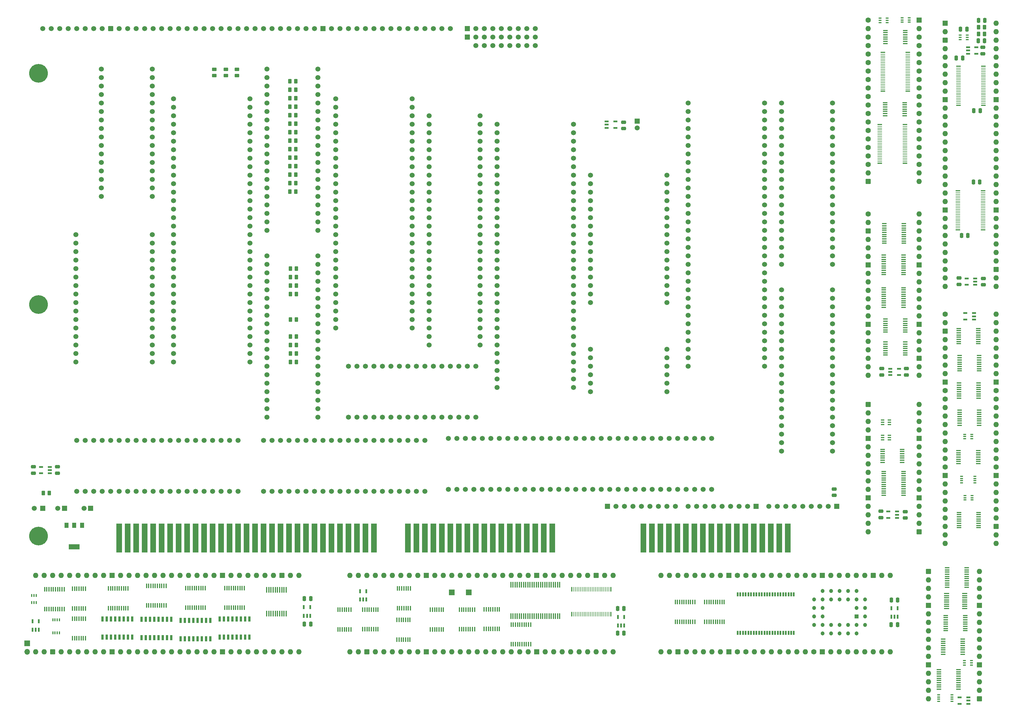
<source format=gts>
%MOIN*%
%OFA0B0*%
%FSLAX46Y46*%
%IPPOS*%
%LPD*%
%AMRoundRect*
4,1,4,
0.07874015748031496,0.11811023622047245,
0.15748031496062992,0.19685039370078741,
0.23622047244094491,0.27559055118110237,
0.31496062992125984,0.35433070866141736,
0.07874015748031496,0.11811023622047245,
0*
1,1,$1,$2,$3*
1,1,$1,$2,$3*
1,1,$1,$2,$3*
1,1,$1,$2,$3*
20,1,$1,$2,$3,$4,$5,0*
20,1,$1,$2,$3,$4,$5,0*
20,1,$1,$2,$3,$4,$5,0*
20,1,$1,$2,$3,$4,$5,0*%
%AMCOMP192*
4,1,3,
-0.015748031496062995,-0.015748031496062995,
0.015748031496062995,-0.015748031496062995,
0.015748031496062995,0.015748031496062995,
-0.015748031496062995,0.015748031496062995,
0*
4,1,19,
-0.015748031496062995,0,
-0.010881622135827601,-0.00077076352291096848,
-0.0064915708300397942,-0.0030076063877961024,
-0.0030076063877961024,-0.0064915708300397942,
-0.00077076352291096848,-0.010881622135827601,
0,-0.015748031496062995,
-0.00077076352291096631,-0.020614440856298388,
-0.0030076063877961024,-0.025004492162086195,
-0.0064915708300397924,-0.02848845660432988,
-0.0108816221358276,-0.030725299469215022,
-0.015748031496062992,-0.031496062992125991,
-0.020614440856298391,-0.030725299469215022,
-0.025004492162086195,-0.028488456604329887,
-0.02848845660432988,-0.0250044921620862,
-0.030725299469215022,-0.020614440856298391,
-0.031496062992125991,-0.015748031496062995,
-0.030725299469215022,-0.010881622135827603,
-0.028488456604329887,-0.0064915708300397976,
-0.0250044921620862,-0.0030076063877961046,
-0.020614440856298391,-0.00077076352291096848,
0*
4,1,19,
0.015748031496062995,0,
0.020614440856298388,-0.00077076352291096848,
0.025004492162086195,-0.0030076063877961024,
0.028488456604329887,-0.0064915708300397942,
0.030725299469215022,-0.010881622135827601,
0.031496062992125991,-0.015748031496062995,
0.030725299469215022,-0.020614440856298388,
0.028488456604329887,-0.025004492162086195,
0.0250044921620862,-0.02848845660432988,
0.020614440856298388,-0.030725299469215022,
0.015748031496062995,-0.031496062992125991,
0.010881622135827598,-0.030725299469215022,
0.006491570830039795,-0.028488456604329887,
0.0030076063877961046,-0.0250044921620862,
0.00077076352291096848,-0.020614440856298391,
0,-0.015748031496062995,
0.00077076352291096631,-0.010881622135827603,
0.0030076063877961024,-0.0064915708300397976,
0.00649157083003979,-0.0030076063877961046,
0.010881622135827598,-0.00077076352291096848,
0*
4,1,19,
0.015748031496062995,0.031496062992125991,
0.020614440856298388,0.030725299469215022,
0.025004492162086195,0.028488456604329887,
0.028488456604329887,0.025004492162086195,
0.030725299469215022,0.020614440856298388,
0.031496062992125991,0.015748031496062995,
0.030725299469215022,0.010881622135827601,
0.028488456604329887,0.006491570830039795,
0.0250044921620862,0.0030076063877961046,
0.020614440856298388,0.00077076352291096848,
0.015748031496062995,0,
0.010881622135827598,0.00077076352291096848,
0.006491570830039795,0.0030076063877961024,
0.0030076063877961046,0.0064915708300397924,
0.00077076352291096848,0.0108816221358276,
0,0.015748031496062992,
0.00077076352291096631,0.020614440856298388,
0.0030076063877961024,0.025004492162086188,
0.00649157083003979,0.02848845660432988,
0.010881622135827598,0.030725299469215022,
0*
4,1,19,
-0.015748031496062995,0.031496062992125991,
-0.010881622135827601,0.030725299469215022,
-0.0064915708300397942,0.028488456604329887,
-0.0030076063877961024,0.025004492162086195,
-0.00077076352291096848,0.020614440856298388,
0,0.015748031496062995,
-0.00077076352291096631,0.010881622135827601,
-0.0030076063877961024,0.006491570830039795,
-0.0064915708300397924,0.0030076063877961046,
-0.0108816221358276,0.00077076352291096848,
-0.015748031496062992,0,
-0.020614440856298391,0.00077076352291096848,
-0.025004492162086195,0.0030076063877961024,
-0.02848845660432988,0.0064915708300397924,
-0.030725299469215022,0.0108816221358276,
-0.031496062992125991,0.015748031496062992,
-0.030725299469215022,0.020614440856298388,
-0.028488456604329887,0.025004492162086188,
-0.0250044921620862,0.02848845660432988,
-0.020614440856298391,0.030725299469215022,
0*
4,1,3,
-0.015748031496062995,-0.031496062992125991,
-0.015748031496062995,0,
0.015748031496062995,0,
0.015748031496062995,-0.031496062992125991,
0*
4,1,3,
0.031496062992125991,-0.015748031496062995,
0,-0.015748031496062995,
0,0.015748031496062995,
0.031496062992125991,0.015748031496062995,
0*
4,1,3,
0.015748031496062995,0.031496062992125991,
0.015748031496062995,0,
-0.015748031496062995,0,
-0.015748031496062995,0.031496062992125991,
0*
4,1,3,
-0.031496062992125991,0.015748031496062995,
0,0.015748031496062995,
0,-0.015748031496062995,
-0.031496062992125991,-0.015748031496062995,
0*%
%AMRoundRect0*
4,1,4,
0.07874015748031496,0.11811023622047245,
0.15748031496062992,0.19685039370078741,
0.23622047244094491,0.27559055118110237,
0.31496062992125984,0.35433070866141736,
0.07874015748031496,0.11811023622047245,
0*
1,1,$1,$2,$3*
1,1,$1,$2,$3*
1,1,$1,$2,$3*
1,1,$1,$2,$3*
20,1,$1,$2,$3,$4,$5,0*
20,1,$1,$2,$3,$4,$5,0*
20,1,$1,$2,$3,$4,$5,0*
20,1,$1,$2,$3,$4,$5,0*%
%AMCOMP2000*
4,1,3,
0.018700787401574805,-0.00984251968503937,
0.018700787401574805,0.00984251968503937,
-0.018700787401574805,0.00984251968503937,
-0.018700787401574805,-0.00984251968503937,
0*
4,1,19,
0.018700787401574805,0,
0.021742293251721924,-0.00048172720181935506,
0.0244860753178393,-0.0018797539923725646,
0.026663553094241611,-0.0040572317687748707,
0.02806157988479482,-0.00680101383489225,
0.028543307086614175,-0.00984251968503937,
0.02806157988479482,-0.012884025535186491,
0.026663553094241611,-0.015627807601303868,
0.024486075317839306,-0.017805285377706176,
0.021742293251721924,-0.019203312168259386,
0.018700787401574805,-0.01968503937007874,
0.015659281551427682,-0.019203312168259386,
0.012915499485310306,-0.017805285377706176,
0.010738021708907997,-0.015627807601303872,
0.0093399949183547871,-0.012884025535186491,
0.0088582677165354329,-0.0098425196850393734,
0.0093399949183547871,-0.0068010138348922524,
0.010738021708907997,-0.0040572317687748733,
0.012915499485310301,-0.0018797539923725657,
0.015659281551427682,-0.00048172720181935506,
0*
4,1,19,
0.018700787401574805,0.01968503937007874,
0.021742293251721924,0.019203312168259386,
0.0244860753178393,0.017805285377706176,
0.026663553094241611,0.015627807601303872,
0.02806157988479482,0.012884025535186491,
0.028543307086614175,0.00984251968503937,
0.02806157988479482,0.0068010138348922507,
0.026663553094241611,0.0040572317687748724,
0.024486075317839306,0.0018797539923725657,
0.021742293251721924,0.00048172720181935506,
0.018700787401574805,0,
0.015659281551427682,0.00048172720181935506,
0.012915499485310306,0.0018797539923725635,
0.010738021708907997,0.00405723176877487,
0.0093399949183547871,0.0068010138348922489,
0.0088582677165354329,0.0098425196850393682,
0.0093399949183547871,0.012884025535186489,
0.010738021708907997,0.015627807601303868,
0.012915499485310301,0.017805285377706176,
0.015659281551427682,0.019203312168259386,
0*
4,1,19,
-0.018700787401574805,0.01968503937007874,
-0.015659281551427682,0.019203312168259386,
-0.012915499485310303,0.017805285377706176,
-0.010738021708907997,0.015627807601303872,
-0.0093399949183547871,0.012884025535186491,
-0.0088582677165354329,0.00984251968503937,
-0.0093399949183547871,0.0068010138348922507,
-0.010738021708907997,0.0040572317687748724,
-0.012915499485310301,0.0018797539923725657,
-0.015659281551427682,0.00048172720181935506,
-0.0187007874015748,0,
-0.021742293251721927,0.00048172720181935506,
-0.0244860753178393,0.0018797539923725635,
-0.026663553094241611,0.00405723176877487,
-0.02806157988479482,0.0068010138348922489,
-0.028543307086614175,0.0098425196850393682,
-0.02806157988479482,0.012884025535186489,
-0.026663553094241611,0.015627807601303868,
-0.024486075317839306,0.017805285377706176,
-0.021742293251721924,0.019203312168259386,
0*
4,1,19,
-0.018700787401574805,0,
-0.015659281551427682,-0.00048172720181935506,
-0.012915499485310303,-0.0018797539923725646,
-0.010738021708907997,-0.0040572317687748707,
-0.0093399949183547871,-0.00680101383489225,
-0.0088582677165354329,-0.00984251968503937,
-0.0093399949183547871,-0.012884025535186491,
-0.010738021708907997,-0.015627807601303868,
-0.012915499485310301,-0.017805285377706176,
-0.015659281551427682,-0.019203312168259386,
-0.0187007874015748,-0.01968503937007874,
-0.021742293251721927,-0.019203312168259386,
-0.0244860753178393,-0.017805285377706176,
-0.026663553094241611,-0.015627807601303872,
-0.02806157988479482,-0.012884025535186491,
-0.028543307086614175,-0.0098425196850393734,
-0.02806157988479482,-0.0068010138348922524,
-0.026663553094241611,-0.0040572317687748733,
-0.024486075317839306,-0.0018797539923725657,
-0.021742293251721924,-0.00048172720181935506,
0*
4,1,3,
0.028543307086614175,-0.00984251968503937,
0.0088582677165354329,-0.00984251968503937,
0.0088582677165354329,0.00984251968503937,
0.028543307086614175,0.00984251968503937,
0*
4,1,3,
0.018700787401574805,0.01968503937007874,
0.018700787401574805,0,
-0.018700787401574805,0,
-0.018700787401574805,0.01968503937007874,
0*
4,1,3,
-0.028543307086614175,0.00984251968503937,
-0.0088582677165354329,0.00984251968503937,
-0.0088582677165354329,-0.00984251968503937,
-0.028543307086614175,-0.00984251968503937,
0*
4,1,3,
-0.018700787401574805,-0.01968503937007874,
-0.018700787401574805,0,
0.018700787401574805,0,
0.018700787401574805,-0.01968503937007874,
0*%
%AMCOMP2010*
4,1,3,
-0.015748031496062995,-0.015748031496062995,
0.015748031496062995,-0.015748031496062995,
0.015748031496062995,0.015748031496062995,
-0.015748031496062995,0.015748031496062995,
0*
4,1,19,
-0.015748031496062995,0,
-0.010881622135827601,-0.00077076352291096848,
-0.0064915708300397942,-0.0030076063877961024,
-0.0030076063877961024,-0.0064915708300397942,
-0.00077076352291096848,-0.010881622135827601,
0,-0.015748031496062995,
-0.00077076352291096631,-0.020614440856298388,
-0.0030076063877961024,-0.025004492162086195,
-0.0064915708300397924,-0.02848845660432988,
-0.0108816221358276,-0.030725299469215022,
-0.015748031496062992,-0.031496062992125991,
-0.020614440856298391,-0.030725299469215022,
-0.025004492162086195,-0.028488456604329887,
-0.02848845660432988,-0.0250044921620862,
-0.030725299469215022,-0.020614440856298391,
-0.031496062992125991,-0.015748031496062995,
-0.030725299469215022,-0.010881622135827603,
-0.028488456604329887,-0.0064915708300397976,
-0.0250044921620862,-0.0030076063877961046,
-0.020614440856298391,-0.00077076352291096848,
0*
4,1,19,
0.015748031496062995,0,
0.020614440856298388,-0.00077076352291096848,
0.025004492162086195,-0.0030076063877961024,
0.028488456604329887,-0.0064915708300397942,
0.030725299469215022,-0.010881622135827601,
0.031496062992125991,-0.015748031496062995,
0.030725299469215022,-0.020614440856298388,
0.028488456604329887,-0.025004492162086195,
0.0250044921620862,-0.02848845660432988,
0.020614440856298388,-0.030725299469215022,
0.015748031496062995,-0.031496062992125991,
0.010881622135827598,-0.030725299469215022,
0.006491570830039795,-0.028488456604329887,
0.0030076063877961046,-0.0250044921620862,
0.00077076352291096848,-0.020614440856298391,
0,-0.015748031496062995,
0.00077076352291096631,-0.010881622135827603,
0.0030076063877961024,-0.0064915708300397976,
0.00649157083003979,-0.0030076063877961046,
0.010881622135827598,-0.00077076352291096848,
0*
4,1,19,
0.015748031496062995,0.031496062992125991,
0.020614440856298388,0.030725299469215022,
0.025004492162086195,0.028488456604329887,
0.028488456604329887,0.025004492162086195,
0.030725299469215022,0.020614440856298388,
0.031496062992125991,0.015748031496062995,
0.030725299469215022,0.010881622135827601,
0.028488456604329887,0.006491570830039795,
0.0250044921620862,0.0030076063877961046,
0.020614440856298388,0.00077076352291096848,
0.015748031496062995,0,
0.010881622135827598,0.00077076352291096848,
0.006491570830039795,0.0030076063877961024,
0.0030076063877961046,0.0064915708300397924,
0.00077076352291096848,0.0108816221358276,
0,0.015748031496062992,
0.00077076352291096631,0.020614440856298388,
0.0030076063877961024,0.025004492162086188,
0.00649157083003979,0.02848845660432988,
0.010881622135827598,0.030725299469215022,
0*
4,1,19,
-0.015748031496062995,0.031496062992125991,
-0.010881622135827601,0.030725299469215022,
-0.0064915708300397942,0.028488456604329887,
-0.0030076063877961024,0.025004492162086195,
-0.00077076352291096848,0.020614440856298388,
0,0.015748031496062995,
-0.00077076352291096631,0.010881622135827601,
-0.0030076063877961024,0.006491570830039795,
-0.0064915708300397924,0.0030076063877961046,
-0.0108816221358276,0.00077076352291096848,
-0.015748031496062992,0,
-0.020614440856298391,0.00077076352291096848,
-0.025004492162086195,0.0030076063877961024,
-0.02848845660432988,0.0064915708300397924,
-0.030725299469215022,0.0108816221358276,
-0.031496062992125991,0.015748031496062992,
-0.030725299469215022,0.020614440856298388,
-0.028488456604329887,0.025004492162086188,
-0.0250044921620862,0.02848845660432988,
-0.020614440856298391,0.030725299469215022,
0*
4,1,3,
-0.015748031496062995,-0.031496062992125991,
-0.015748031496062995,0,
0.015748031496062995,0,
0.015748031496062995,-0.031496062992125991,
0*
4,1,3,
0.031496062992125991,-0.015748031496062995,
0,-0.015748031496062995,
0,0.015748031496062995,
0.031496062992125991,0.015748031496062995,
0*
4,1,3,
0.015748031496062995,0.031496062992125991,
0.015748031496062995,0,
-0.015748031496062995,0,
-0.015748031496062995,0.031496062992125991,
0*
4,1,3,
-0.031496062992125991,0.015748031496062995,
0,0.015748031496062995,
0,-0.015748031496062995,
-0.031496062992125991,-0.015748031496062995,
0*%
%AMRoundRect1*
4,1,4,
0.07874015748031496,0.11811023622047245,
0.15748031496062992,0.19685039370078741,
0.23622047244094491,0.27559055118110237,
0.31496062992125984,0.35433070866141736,
0.07874015748031496,0.11811023622047245,
0*
1,1,$1,$2,$3*
1,1,$1,$2,$3*
1,1,$1,$2,$3*
1,1,$1,$2,$3*
20,1,$1,$2,$3,$4,$5,0*
20,1,$1,$2,$3,$4,$5,0*
20,1,$1,$2,$3,$4,$5,0*
20,1,$1,$2,$3,$4,$5,0*%
%AMCOMP2110*
4,1,3,
-0.010334645669291339,-0.017716535433070866,
0.010334645669291339,-0.017716535433070866,
0.010334645669291339,0.017716535433070866,
-0.010334645669291339,0.017716535433070866,
0*
4,1,19,
-0.010334645669291339,-0.0078740157480314977,
-0.0072931398191442192,-0.0083557429498508518,
-0.00454935775302684,-0.0097537697404040617,
-0.0023718799766245333,-0.011931247516806368,
-0.000973853186071324,-0.014675029582923747,
-0.00049212598425196893,-0.017716535433070866,
-0.000973853186071323,-0.020758041283217985,
-0.0023718799766245333,-0.023501823349335368,
-0.0045493577530268392,-0.025679301125737672,
-0.0072931398191442192,-0.027077327916290882,
-0.010334645669291338,-0.027559055118110236,
-0.013376151519438462,-0.027077327916290882,
-0.016119933585555839,-0.025679301125737675,
-0.018297411361958144,-0.023501823349335368,
-0.019695438152511353,-0.020758041283217992,
-0.020177165354330708,-0.017716535433070869,
-0.019695438152511353,-0.014675029582923748,
-0.018297411361958147,-0.011931247516806369,
-0.016119933585555843,-0.0097537697404040634,
-0.013376151519438462,-0.0083557429498508518,
0*
4,1,19,
0.010334645669291339,-0.0078740157480314977,
0.01337615151943846,-0.0083557429498508518,
0.016119933585555839,-0.0097537697404040617,
0.018297411361958147,-0.011931247516806368,
0.019695438152511353,-0.014675029582923747,
0.020177165354330708,-0.017716535433070866,
0.019695438152511353,-0.020758041283217985,
0.018297411361958147,-0.023501823349335368,
0.016119933585555839,-0.025679301125737672,
0.01337615151943846,-0.027077327916290882,
0.010334645669291341,-0.027559055118110236,
0.0072931398191442166,-0.027077327916290882,
0.0045493577530268409,-0.025679301125737675,
0.0023718799766245346,-0.023501823349335368,
0.000973853186071324,-0.020758041283217992,
0.00049212598425196893,-0.017716535433070869,
0.000973853186071323,-0.014675029582923748,
0.0023718799766245325,-0.011931247516806369,
0.0045493577530268375,-0.0097537697404040634,
0.0072931398191442166,-0.0083557429498508518,
0*
4,1,19,
0.010334645669291339,0.027559055118110236,
0.01337615151943846,0.027077327916290882,
0.016119933585555839,0.025679301125737672,
0.018297411361958147,0.023501823349335368,
0.019695438152511353,0.020758041283217985,
0.020177165354330708,0.017716535433070866,
0.019695438152511353,0.014675029582923748,
0.018297411361958147,0.011931247516806368,
0.016119933585555839,0.0097537697404040634,
0.01337615151943846,0.0083557429498508518,
0.010334645669291341,0.0078740157480314977,
0.0072931398191442166,0.0083557429498508518,
0.0045493577530268409,0.00975376974040406,
0.0023718799766245346,0.011931247516806368,
0.000973853186071324,0.014675029582923745,
0.00049212598425196893,0.017716535433070866,
0.000973853186071323,0.020758041283217985,
0.0023718799766245325,0.023501823349335368,
0.0045493577530268375,0.025679301125737672,
0.0072931398191442166,0.027077327916290882,
0*
4,1,19,
-0.010334645669291339,0.027559055118110236,
-0.0072931398191442192,0.027077327916290882,
-0.00454935775302684,0.025679301125737672,
-0.0023718799766245333,0.023501823349335368,
-0.000973853186071324,0.020758041283217985,
-0.00049212598425196893,0.017716535433070866,
-0.000973853186071323,0.014675029582923748,
-0.0023718799766245333,0.011931247516806368,
-0.0045493577530268392,0.0097537697404040634,
-0.0072931398191442192,0.0083557429498508518,
-0.010334645669291338,0.0078740157480314977,
-0.013376151519438462,0.0083557429498508518,
-0.016119933585555839,0.00975376974040406,
-0.018297411361958144,0.011931247516806368,
-0.019695438152511353,0.014675029582923745,
-0.020177165354330708,0.017716535433070866,
-0.019695438152511353,0.020758041283217985,
-0.018297411361958147,0.023501823349335368,
-0.016119933585555843,0.025679301125737672,
-0.013376151519438462,0.027077327916290882,
0*
4,1,3,
-0.010334645669291339,-0.027559055118110236,
-0.010334645669291339,-0.0078740157480314977,
0.010334645669291339,-0.0078740157480314977,
0.010334645669291339,-0.027559055118110236,
0*
4,1,3,
0.020177165354330708,-0.017716535433070866,
0.00049212598425196893,-0.017716535433070866,
0.00049212598425196893,0.017716535433070866,
0.020177165354330708,0.017716535433070866,
0*
4,1,3,
0.010334645669291339,0.027559055118110236,
0.010334645669291339,0.0078740157480314977,
-0.010334645669291339,0.0078740157480314977,
-0.010334645669291339,0.027559055118110236,
0*
4,1,3,
-0.020177165354330708,0.017716535433070866,
-0.00049212598425196893,0.017716535433070866,
-0.00049212598425196893,-0.017716535433070866,
-0.020177165354330708,-0.017716535433070866,
0*%
%AMCOMP2120*
4,1,3,
-0.00984251968503937,-0.018700787401574805,
0.00984251968503937,-0.018700787401574805,
0.00984251968503937,0.018700787401574805,
-0.00984251968503937,0.018700787401574805,
0*
4,1,19,
-0.00984251968503937,-0.0088582677165354329,
-0.00680101383489225,-0.0093399949183547871,
-0.0040572317687748707,-0.010738021708907997,
-0.0018797539923725646,-0.012915499485310303,
-0.00048172720181935506,-0.015659281551427682,
0,-0.018700787401574805,
-0.00048172720181935392,-0.021742293251721924,
-0.0018797539923725646,-0.0244860753178393,
-0.00405723176877487,-0.026663553094241611,
-0.00680101383489225,-0.02806157988479482,
-0.00984251968503937,-0.028543307086614175,
-0.012884025535186494,-0.02806157988479482,
-0.015627807601303868,-0.026663553094241611,
-0.017805285377706176,-0.024486075317839306,
-0.019203312168259386,-0.021742293251721924,
-0.01968503937007874,-0.018700787401574805,
-0.019203312168259386,-0.015659281551427685,
-0.017805285377706176,-0.012915499485310306,
-0.015627807601303872,-0.010738021708907997,
-0.012884025535186494,-0.0093399949183547871,
0*
4,1,19,
0.00984251968503937,-0.0088582677165354329,
0.012884025535186491,-0.0093399949183547871,
0.015627807601303872,-0.010738021708907997,
0.017805285377706176,-0.012915499485310303,
0.019203312168259386,-0.015659281551427682,
0.01968503937007874,-0.018700787401574805,
0.019203312168259386,-0.021742293251721924,
0.017805285377706176,-0.0244860753178393,
0.015627807601303872,-0.026663553094241611,
0.012884025535186491,-0.02806157988479482,
0.0098425196850393734,-0.028543307086614175,
0.0068010138348922481,-0.02806157988479482,
0.0040572317687748724,-0.026663553094241611,
0.0018797539923725657,-0.024486075317839306,
0.00048172720181935506,-0.021742293251721924,
0,-0.018700787401574805,
0.00048172720181935392,-0.015659281551427685,
0.0018797539923725635,-0.012915499485310306,
0.004057231768774869,-0.010738021708907997,
0.0068010138348922481,-0.0093399949183547871,
0*
4,1,19,
0.00984251968503937,0.028543307086614175,
0.012884025535186491,0.02806157988479482,
0.015627807601303872,0.026663553094241611,
0.017805285377706176,0.0244860753178393,
0.019203312168259386,0.021742293251721924,
0.01968503937007874,0.018700787401574805,
0.019203312168259386,0.015659281551427682,
0.017805285377706176,0.012915499485310306,
0.015627807601303872,0.010738021708907997,
0.012884025535186491,0.0093399949183547871,
0.0098425196850393734,0.0088582677165354329,
0.0068010138348922481,0.0093399949183547871,
0.0040572317687748724,0.010738021708907997,
0.0018797539923725657,0.012915499485310301,
0.00048172720181935506,0.015659281551427682,
0,0.0187007874015748,
0.00048172720181935392,0.02174229325172192,
0.0018797539923725635,0.0244860753178393,
0.004057231768774869,0.026663553094241611,
0.0068010138348922481,0.02806157988479482,
0*
4,1,19,
-0.00984251968503937,0.028543307086614175,
-0.00680101383489225,0.02806157988479482,
-0.0040572317687748707,0.026663553094241611,
-0.0018797539923725646,0.0244860753178393,
-0.00048172720181935506,0.021742293251721924,
0,0.018700787401574805,
-0.00048172720181935392,0.015659281551427682,
-0.0018797539923725646,0.012915499485310306,
-0.00405723176877487,0.010738021708907997,
-0.00680101383489225,0.0093399949183547871,
-0.00984251968503937,0.0088582677165354329,
-0.012884025535186494,0.0093399949183547871,
-0.015627807601303868,0.010738021708907997,
-0.017805285377706176,0.012915499485310301,
-0.019203312168259386,0.015659281551427682,
-0.01968503937007874,0.0187007874015748,
-0.019203312168259386,0.02174229325172192,
-0.017805285377706176,0.0244860753178393,
-0.015627807601303872,0.026663553094241611,
-0.012884025535186494,0.02806157988479482,
0*
4,1,3,
-0.00984251968503937,-0.028543307086614175,
-0.00984251968503937,-0.0088582677165354329,
0.00984251968503937,-0.0088582677165354329,
0.00984251968503937,-0.028543307086614175,
0*
4,1,3,
0.01968503937007874,-0.018700787401574805,
0,-0.018700787401574805,
0,0.018700787401574805,
0.01968503937007874,0.018700787401574805,
0*
4,1,3,
0.00984251968503937,0.028543307086614175,
0.00984251968503937,0.0088582677165354329,
-0.00984251968503937,0.0088582677165354329,
-0.00984251968503937,0.028543307086614175,
0*
4,1,3,
-0.01968503937007874,0.018700787401574805,
0,0.018700787401574805,
0,-0.018700787401574805,
-0.01968503937007874,-0.018700787401574805,
0*%
%AMCOMP2130*
4,1,3,
0.018700787401574805,-0.00984251968503937,
0.018700787401574805,0.00984251968503937,
-0.018700787401574805,0.00984251968503937,
-0.018700787401574805,-0.00984251968503937,
0*
4,1,19,
0.018700787401574805,0,
0.021742293251721924,-0.00048172720181935506,
0.0244860753178393,-0.0018797539923725646,
0.026663553094241611,-0.0040572317687748707,
0.02806157988479482,-0.00680101383489225,
0.028543307086614175,-0.00984251968503937,
0.02806157988479482,-0.012884025535186491,
0.026663553094241611,-0.015627807601303868,
0.024486075317839306,-0.017805285377706176,
0.021742293251721924,-0.019203312168259386,
0.018700787401574805,-0.01968503937007874,
0.015659281551427682,-0.019203312168259386,
0.012915499485310306,-0.017805285377706176,
0.010738021708907997,-0.015627807601303872,
0.0093399949183547871,-0.012884025535186491,
0.0088582677165354329,-0.0098425196850393734,
0.0093399949183547871,-0.0068010138348922524,
0.010738021708907997,-0.0040572317687748733,
0.012915499485310301,-0.0018797539923725657,
0.015659281551427682,-0.00048172720181935506,
0*
4,1,19,
0.018700787401574805,0.01968503937007874,
0.021742293251721924,0.019203312168259386,
0.0244860753178393,0.017805285377706176,
0.026663553094241611,0.015627807601303872,
0.02806157988479482,0.012884025535186491,
0.028543307086614175,0.00984251968503937,
0.02806157988479482,0.0068010138348922507,
0.026663553094241611,0.0040572317687748724,
0.024486075317839306,0.0018797539923725657,
0.021742293251721924,0.00048172720181935506,
0.018700787401574805,0,
0.015659281551427682,0.00048172720181935506,
0.012915499485310306,0.0018797539923725635,
0.010738021708907997,0.00405723176877487,
0.0093399949183547871,0.0068010138348922489,
0.0088582677165354329,0.0098425196850393682,
0.0093399949183547871,0.012884025535186489,
0.010738021708907997,0.015627807601303868,
0.012915499485310301,0.017805285377706176,
0.015659281551427682,0.019203312168259386,
0*
4,1,19,
-0.018700787401574805,0.01968503937007874,
-0.015659281551427682,0.019203312168259386,
-0.012915499485310303,0.017805285377706176,
-0.010738021708907997,0.015627807601303872,
-0.0093399949183547871,0.012884025535186491,
-0.0088582677165354329,0.00984251968503937,
-0.0093399949183547871,0.0068010138348922507,
-0.010738021708907997,0.0040572317687748724,
-0.012915499485310301,0.0018797539923725657,
-0.015659281551427682,0.00048172720181935506,
-0.0187007874015748,0,
-0.021742293251721927,0.00048172720181935506,
-0.0244860753178393,0.0018797539923725635,
-0.026663553094241611,0.00405723176877487,
-0.02806157988479482,0.0068010138348922489,
-0.028543307086614175,0.0098425196850393682,
-0.02806157988479482,0.012884025535186489,
-0.026663553094241611,0.015627807601303868,
-0.024486075317839306,0.017805285377706176,
-0.021742293251721924,0.019203312168259386,
0*
4,1,19,
-0.018700787401574805,0,
-0.015659281551427682,-0.00048172720181935506,
-0.012915499485310303,-0.0018797539923725646,
-0.010738021708907997,-0.0040572317687748707,
-0.0093399949183547871,-0.00680101383489225,
-0.0088582677165354329,-0.00984251968503937,
-0.0093399949183547871,-0.012884025535186491,
-0.010738021708907997,-0.015627807601303868,
-0.012915499485310301,-0.017805285377706176,
-0.015659281551427682,-0.019203312168259386,
-0.0187007874015748,-0.01968503937007874,
-0.021742293251721927,-0.019203312168259386,
-0.0244860753178393,-0.017805285377706176,
-0.026663553094241611,-0.015627807601303872,
-0.02806157988479482,-0.012884025535186491,
-0.028543307086614175,-0.0098425196850393734,
-0.02806157988479482,-0.0068010138348922524,
-0.026663553094241611,-0.0040572317687748733,
-0.024486075317839306,-0.0018797539923725657,
-0.021742293251721924,-0.00048172720181935506,
0*
4,1,3,
0.028543307086614175,-0.00984251968503937,
0.0088582677165354329,-0.00984251968503937,
0.0088582677165354329,0.00984251968503937,
0.028543307086614175,0.00984251968503937,
0*
4,1,3,
0.018700787401574805,0.01968503937007874,
0.018700787401574805,0,
-0.018700787401574805,0,
-0.018700787401574805,0.01968503937007874,
0*
4,1,3,
-0.028543307086614175,0.00984251968503937,
-0.0088582677165354329,0.00984251968503937,
-0.0088582677165354329,-0.00984251968503937,
-0.028543307086614175,-0.00984251968503937,
0*
4,1,3,
-0.018700787401574805,-0.01968503937007874,
-0.018700787401574805,0,
0.018700787401574805,0,
0.018700787401574805,-0.01968503937007874,
0*%
%AMCOMP2140*
4,1,3,
0.00984251968503937,0.018700787401574805,
-0.00984251968503937,0.018700787401574805,
-0.00984251968503937,-0.018700787401574805,
0.00984251968503937,-0.018700787401574805,
0*
4,1,19,
0.00984251968503937,0.028543307086614175,
0.012884025535186491,0.02806157988479482,
0.015627807601303872,0.026663553094241611,
0.017805285377706176,0.0244860753178393,
0.019203312168259386,0.021742293251721924,
0.01968503937007874,0.018700787401574805,
0.019203312168259386,0.015659281551427682,
0.017805285377706176,0.012915499485310306,
0.015627807601303872,0.010738021708907997,
0.012884025535186491,0.0093399949183547871,
0.0098425196850393734,0.0088582677165354329,
0.0068010138348922481,0.0093399949183547871,
0.0040572317687748724,0.010738021708907997,
0.0018797539923725657,0.012915499485310301,
0.00048172720181935506,0.015659281551427682,
0,0.0187007874015748,
0.00048172720181935392,0.02174229325172192,
0.0018797539923725635,0.0244860753178393,
0.004057231768774869,0.026663553094241611,
0.0068010138348922481,0.02806157988479482,
0*
4,1,19,
-0.00984251968503937,0.028543307086614175,
-0.00680101383489225,0.02806157988479482,
-0.0040572317687748707,0.026663553094241611,
-0.0018797539923725646,0.0244860753178393,
-0.00048172720181935506,0.021742293251721924,
0,0.018700787401574805,
-0.00048172720181935392,0.015659281551427682,
-0.0018797539923725646,0.012915499485310306,
-0.00405723176877487,0.010738021708907997,
-0.00680101383489225,0.0093399949183547871,
-0.00984251968503937,0.0088582677165354329,
-0.012884025535186494,0.0093399949183547871,
-0.015627807601303868,0.010738021708907997,
-0.017805285377706176,0.012915499485310301,
-0.019203312168259386,0.015659281551427682,
-0.01968503937007874,0.0187007874015748,
-0.019203312168259386,0.02174229325172192,
-0.017805285377706176,0.0244860753178393,
-0.015627807601303872,0.026663553094241611,
-0.012884025535186494,0.02806157988479482,
0*
4,1,19,
-0.00984251968503937,-0.0088582677165354329,
-0.00680101383489225,-0.0093399949183547871,
-0.0040572317687748707,-0.010738021708907997,
-0.0018797539923725646,-0.012915499485310303,
-0.00048172720181935506,-0.015659281551427682,
0,-0.018700787401574805,
-0.00048172720181935392,-0.021742293251721924,
-0.0018797539923725646,-0.0244860753178393,
-0.00405723176877487,-0.026663553094241611,
-0.00680101383489225,-0.02806157988479482,
-0.00984251968503937,-0.028543307086614175,
-0.012884025535186494,-0.02806157988479482,
-0.015627807601303868,-0.026663553094241611,
-0.017805285377706176,-0.024486075317839306,
-0.019203312168259386,-0.021742293251721924,
-0.01968503937007874,-0.018700787401574805,
-0.019203312168259386,-0.015659281551427685,
-0.017805285377706176,-0.012915499485310306,
-0.015627807601303872,-0.010738021708907997,
-0.012884025535186494,-0.0093399949183547871,
0*
4,1,19,
0.00984251968503937,-0.0088582677165354329,
0.012884025535186491,-0.0093399949183547871,
0.015627807601303872,-0.010738021708907997,
0.017805285377706176,-0.012915499485310303,
0.019203312168259386,-0.015659281551427682,
0.01968503937007874,-0.018700787401574805,
0.019203312168259386,-0.021742293251721924,
0.017805285377706176,-0.0244860753178393,
0.015627807601303872,-0.026663553094241611,
0.012884025535186491,-0.02806157988479482,
0.0098425196850393734,-0.028543307086614175,
0.0068010138348922481,-0.02806157988479482,
0.0040572317687748724,-0.026663553094241611,
0.0018797539923725657,-0.024486075317839306,
0.00048172720181935506,-0.021742293251721924,
0,-0.018700787401574805,
0.00048172720181935392,-0.015659281551427685,
0.0018797539923725635,-0.012915499485310306,
0.004057231768774869,-0.010738021708907997,
0.0068010138348922481,-0.0093399949183547871,
0*
4,1,3,
0.00984251968503937,0.028543307086614175,
0.00984251968503937,0.0088582677165354329,
-0.00984251968503937,0.0088582677165354329,
-0.00984251968503937,0.028543307086614175,
0*
4,1,3,
-0.01968503937007874,0.018700787401574805,
0,0.018700787401574805,
0,-0.018700787401574805,
-0.01968503937007874,-0.018700787401574805,
0*
4,1,3,
-0.00984251968503937,-0.028543307086614175,
-0.00984251968503937,-0.0088582677165354329,
0.00984251968503937,-0.0088582677165354329,
0.00984251968503937,-0.028543307086614175,
0*
4,1,3,
0.01968503937007874,-0.018700787401574805,
0,-0.018700787401574805,
0,0.018700787401574805,
0.01968503937007874,0.018700787401574805,
0*%
%AMCOMP2150*
4,1,3,
-0.015748031496062995,-0.015748031496062995,
0.015748031496062995,-0.015748031496062995,
0.015748031496062995,0.015748031496062995,
-0.015748031496062995,0.015748031496062995,
0*
4,1,19,
-0.015748031496062995,0,
-0.010881622135827601,-0.00077076352291096848,
-0.0064915708300397942,-0.0030076063877961024,
-0.0030076063877961024,-0.0064915708300397942,
-0.00077076352291096848,-0.010881622135827601,
0,-0.015748031496062995,
-0.00077076352291096631,-0.020614440856298388,
-0.0030076063877961024,-0.025004492162086195,
-0.0064915708300397924,-0.02848845660432988,
-0.0108816221358276,-0.030725299469215022,
-0.015748031496062992,-0.031496062992125991,
-0.020614440856298391,-0.030725299469215022,
-0.025004492162086195,-0.028488456604329887,
-0.02848845660432988,-0.0250044921620862,
-0.030725299469215022,-0.020614440856298391,
-0.031496062992125991,-0.015748031496062995,
-0.030725299469215022,-0.010881622135827603,
-0.028488456604329887,-0.0064915708300397976,
-0.0250044921620862,-0.0030076063877961046,
-0.020614440856298391,-0.00077076352291096848,
0*
4,1,19,
0.015748031496062995,0,
0.020614440856298388,-0.00077076352291096848,
0.025004492162086195,-0.0030076063877961024,
0.028488456604329887,-0.0064915708300397942,
0.030725299469215022,-0.010881622135827601,
0.031496062992125991,-0.015748031496062995,
0.030725299469215022,-0.020614440856298388,
0.028488456604329887,-0.025004492162086195,
0.0250044921620862,-0.02848845660432988,
0.020614440856298388,-0.030725299469215022,
0.015748031496062995,-0.031496062992125991,
0.010881622135827598,-0.030725299469215022,
0.006491570830039795,-0.028488456604329887,
0.0030076063877961046,-0.0250044921620862,
0.00077076352291096848,-0.020614440856298391,
0,-0.015748031496062995,
0.00077076352291096631,-0.010881622135827603,
0.0030076063877961024,-0.0064915708300397976,
0.00649157083003979,-0.0030076063877961046,
0.010881622135827598,-0.00077076352291096848,
0*
4,1,19,
0.015748031496062995,0.031496062992125991,
0.020614440856298388,0.030725299469215022,
0.025004492162086195,0.028488456604329887,
0.028488456604329887,0.025004492162086195,
0.030725299469215022,0.020614440856298388,
0.031496062992125991,0.015748031496062995,
0.030725299469215022,0.010881622135827601,
0.028488456604329887,0.006491570830039795,
0.0250044921620862,0.0030076063877961046,
0.020614440856298388,0.00077076352291096848,
0.015748031496062995,0,
0.010881622135827598,0.00077076352291096848,
0.006491570830039795,0.0030076063877961024,
0.0030076063877961046,0.0064915708300397924,
0.00077076352291096848,0.0108816221358276,
0,0.015748031496062992,
0.00077076352291096631,0.020614440856298388,
0.0030076063877961024,0.025004492162086188,
0.00649157083003979,0.02848845660432988,
0.010881622135827598,0.030725299469215022,
0*
4,1,19,
-0.015748031496062995,0.031496062992125991,
-0.010881622135827601,0.030725299469215022,
-0.0064915708300397942,0.028488456604329887,
-0.0030076063877961024,0.025004492162086195,
-0.00077076352291096848,0.020614440856298388,
0,0.015748031496062995,
-0.00077076352291096631,0.010881622135827601,
-0.0030076063877961024,0.006491570830039795,
-0.0064915708300397924,0.0030076063877961046,
-0.0108816221358276,0.00077076352291096848,
-0.015748031496062992,0,
-0.020614440856298391,0.00077076352291096848,
-0.025004492162086195,0.0030076063877961024,
-0.02848845660432988,0.0064915708300397924,
-0.030725299469215022,0.0108816221358276,
-0.031496062992125991,0.015748031496062992,
-0.030725299469215022,0.020614440856298388,
-0.028488456604329887,0.025004492162086188,
-0.0250044921620862,0.02848845660432988,
-0.020614440856298391,0.030725299469215022,
0*
4,1,3,
-0.015748031496062995,-0.031496062992125991,
-0.015748031496062995,0,
0.015748031496062995,0,
0.015748031496062995,-0.031496062992125991,
0*
4,1,3,
0.031496062992125991,-0.015748031496062995,
0,-0.015748031496062995,
0,0.015748031496062995,
0.031496062992125991,0.015748031496062995,
0*
4,1,3,
0.015748031496062995,0.031496062992125991,
0.015748031496062995,0,
-0.015748031496062995,0,
-0.015748031496062995,0.031496062992125991,
0*
4,1,3,
-0.031496062992125991,0.015748031496062995,
0,0.015748031496062995,
0,-0.015748031496062995,
-0.031496062992125991,-0.015748031496062995,
0*%
%AMCOMP2160*
4,1,3,
-0.018700787401574805,0.00984251968503937,
-0.018700787401574805,-0.00984251968503937,
0.018700787401574805,-0.00984251968503937,
0.018700787401574805,0.00984251968503937,
0*
4,1,19,
-0.018700787401574805,0.01968503937007874,
-0.015659281551427682,0.019203312168259386,
-0.012915499485310303,0.017805285377706176,
-0.010738021708907997,0.015627807601303872,
-0.0093399949183547871,0.012884025535186491,
-0.0088582677165354329,0.00984251968503937,
-0.0093399949183547871,0.0068010138348922507,
-0.010738021708907997,0.0040572317687748724,
-0.012915499485310301,0.0018797539923725657,
-0.015659281551427682,0.00048172720181935506,
-0.0187007874015748,0,
-0.021742293251721927,0.00048172720181935506,
-0.0244860753178393,0.0018797539923725635,
-0.026663553094241611,0.00405723176877487,
-0.02806157988479482,0.0068010138348922489,
-0.028543307086614175,0.0098425196850393682,
-0.02806157988479482,0.012884025535186489,
-0.026663553094241611,0.015627807601303868,
-0.024486075317839306,0.017805285377706176,
-0.021742293251721924,0.019203312168259386,
0*
4,1,19,
-0.018700787401574805,0,
-0.015659281551427682,-0.00048172720181935506,
-0.012915499485310303,-0.0018797539923725646,
-0.010738021708907997,-0.0040572317687748707,
-0.0093399949183547871,-0.00680101383489225,
-0.0088582677165354329,-0.00984251968503937,
-0.0093399949183547871,-0.012884025535186491,
-0.010738021708907997,-0.015627807601303868,
-0.012915499485310301,-0.017805285377706176,
-0.015659281551427682,-0.019203312168259386,
-0.0187007874015748,-0.01968503937007874,
-0.021742293251721927,-0.019203312168259386,
-0.0244860753178393,-0.017805285377706176,
-0.026663553094241611,-0.015627807601303872,
-0.02806157988479482,-0.012884025535186491,
-0.028543307086614175,-0.0098425196850393734,
-0.02806157988479482,-0.0068010138348922524,
-0.026663553094241611,-0.0040572317687748733,
-0.024486075317839306,-0.0018797539923725657,
-0.021742293251721924,-0.00048172720181935506,
0*
4,1,19,
0.018700787401574805,0,
0.021742293251721924,-0.00048172720181935506,
0.0244860753178393,-0.0018797539923725646,
0.026663553094241611,-0.0040572317687748707,
0.02806157988479482,-0.00680101383489225,
0.028543307086614175,-0.00984251968503937,
0.02806157988479482,-0.012884025535186491,
0.026663553094241611,-0.015627807601303868,
0.024486075317839306,-0.017805285377706176,
0.021742293251721924,-0.019203312168259386,
0.018700787401574805,-0.01968503937007874,
0.015659281551427682,-0.019203312168259386,
0.012915499485310306,-0.017805285377706176,
0.010738021708907997,-0.015627807601303872,
0.0093399949183547871,-0.012884025535186491,
0.0088582677165354329,-0.0098425196850393734,
0.0093399949183547871,-0.0068010138348922524,
0.010738021708907997,-0.0040572317687748733,
0.012915499485310301,-0.0018797539923725657,
0.015659281551427682,-0.00048172720181935506,
0*
4,1,19,
0.018700787401574805,0.01968503937007874,
0.021742293251721924,0.019203312168259386,
0.0244860753178393,0.017805285377706176,
0.026663553094241611,0.015627807601303872,
0.02806157988479482,0.012884025535186491,
0.028543307086614175,0.00984251968503937,
0.02806157988479482,0.0068010138348922507,
0.026663553094241611,0.0040572317687748724,
0.024486075317839306,0.0018797539923725657,
0.021742293251721924,0.00048172720181935506,
0.018700787401574805,0,
0.015659281551427682,0.00048172720181935506,
0.012915499485310306,0.0018797539923725635,
0.010738021708907997,0.00405723176877487,
0.0093399949183547871,0.0068010138348922489,
0.0088582677165354329,0.0098425196850393682,
0.0093399949183547871,0.012884025535186489,
0.010738021708907997,0.015627807601303868,
0.012915499485310301,0.017805285377706176,
0.015659281551427682,0.019203312168259386,
0*
4,1,3,
-0.028543307086614175,0.00984251968503937,
-0.0088582677165354329,0.00984251968503937,
-0.0088582677165354329,-0.00984251968503937,
-0.028543307086614175,-0.00984251968503937,
0*
4,1,3,
-0.018700787401574805,-0.01968503937007874,
-0.018700787401574805,0,
0.018700787401574805,0,
0.018700787401574805,-0.01968503937007874,
0*
4,1,3,
0.028543307086614175,-0.00984251968503937,
0.0088582677165354329,-0.00984251968503937,
0.0088582677165354329,0.00984251968503937,
0.028543307086614175,0.00984251968503937,
0*
4,1,3,
0.018700787401574805,0.01968503937007874,
0.018700787401574805,0,
-0.018700787401574805,0,
-0.018700787401574805,0.01968503937007874,
0*%
%AMRoundRect0*
4,1,4,
0.07874015748031496,0.11811023622047245,
0.15748031496062992,0.19685039370078741,
0.23622047244094491,0.27559055118110237,
0.31496062992125984,0.35433070866141736,
0.07874015748031496,0.11811023622047245,
0*
1,1,$1,$2,$3*
1,1,$1,$2,$3*
1,1,$1,$2,$3*
1,1,$1,$2,$3*
20,1,$1,$2,$3,$4,$5,0*
20,1,$1,$2,$3,$4,$5,0*
20,1,$1,$2,$3,$4,$5,0*
20,1,$1,$2,$3,$4,$5,0*%
%AMCOMP2330*
4,1,3,
0.018700787401574805,-0.00984251968503937,
0.018700787401574805,0.00984251968503937,
-0.018700787401574805,0.00984251968503937,
-0.018700787401574805,-0.00984251968503937,
0*
4,1,19,
0.018700787401574805,0,
0.021742293251721924,-0.00048172720181935506,
0.0244860753178393,-0.0018797539923725646,
0.026663553094241611,-0.0040572317687748707,
0.02806157988479482,-0.00680101383489225,
0.028543307086614175,-0.00984251968503937,
0.02806157988479482,-0.012884025535186491,
0.026663553094241611,-0.015627807601303868,
0.024486075317839306,-0.017805285377706176,
0.021742293251721924,-0.019203312168259386,
0.018700787401574805,-0.01968503937007874,
0.015659281551427682,-0.019203312168259386,
0.012915499485310306,-0.017805285377706176,
0.010738021708907997,-0.015627807601303872,
0.0093399949183547871,-0.012884025535186491,
0.0088582677165354329,-0.0098425196850393734,
0.0093399949183547871,-0.0068010138348922524,
0.010738021708907997,-0.0040572317687748733,
0.012915499485310301,-0.0018797539923725657,
0.015659281551427682,-0.00048172720181935506,
0*
4,1,19,
0.018700787401574805,0.01968503937007874,
0.021742293251721924,0.019203312168259386,
0.0244860753178393,0.017805285377706176,
0.026663553094241611,0.015627807601303872,
0.02806157988479482,0.012884025535186491,
0.028543307086614175,0.00984251968503937,
0.02806157988479482,0.0068010138348922507,
0.026663553094241611,0.0040572317687748724,
0.024486075317839306,0.0018797539923725657,
0.021742293251721924,0.00048172720181935506,
0.018700787401574805,0,
0.015659281551427682,0.00048172720181935506,
0.012915499485310306,0.0018797539923725635,
0.010738021708907997,0.00405723176877487,
0.0093399949183547871,0.0068010138348922489,
0.0088582677165354329,0.0098425196850393682,
0.0093399949183547871,0.012884025535186489,
0.010738021708907997,0.015627807601303868,
0.012915499485310301,0.017805285377706176,
0.015659281551427682,0.019203312168259386,
0*
4,1,19,
-0.018700787401574805,0.01968503937007874,
-0.015659281551427682,0.019203312168259386,
-0.012915499485310303,0.017805285377706176,
-0.010738021708907997,0.015627807601303872,
-0.0093399949183547871,0.012884025535186491,
-0.0088582677165354329,0.00984251968503937,
-0.0093399949183547871,0.0068010138348922507,
-0.010738021708907997,0.0040572317687748724,
-0.012915499485310301,0.0018797539923725657,
-0.015659281551427682,0.00048172720181935506,
-0.0187007874015748,0,
-0.021742293251721927,0.00048172720181935506,
-0.0244860753178393,0.0018797539923725635,
-0.026663553094241611,0.00405723176877487,
-0.02806157988479482,0.0068010138348922489,
-0.028543307086614175,0.0098425196850393682,
-0.02806157988479482,0.012884025535186489,
-0.026663553094241611,0.015627807601303868,
-0.024486075317839306,0.017805285377706176,
-0.021742293251721924,0.019203312168259386,
0*
4,1,19,
-0.018700787401574805,0,
-0.015659281551427682,-0.00048172720181935506,
-0.012915499485310303,-0.0018797539923725646,
-0.010738021708907997,-0.0040572317687748707,
-0.0093399949183547871,-0.00680101383489225,
-0.0088582677165354329,-0.00984251968503937,
-0.0093399949183547871,-0.012884025535186491,
-0.010738021708907997,-0.015627807601303868,
-0.012915499485310301,-0.017805285377706176,
-0.015659281551427682,-0.019203312168259386,
-0.0187007874015748,-0.01968503937007874,
-0.021742293251721927,-0.019203312168259386,
-0.0244860753178393,-0.017805285377706176,
-0.026663553094241611,-0.015627807601303872,
-0.02806157988479482,-0.012884025535186491,
-0.028543307086614175,-0.0098425196850393734,
-0.02806157988479482,-0.0068010138348922524,
-0.026663553094241611,-0.0040572317687748733,
-0.024486075317839306,-0.0018797539923725657,
-0.021742293251721924,-0.00048172720181935506,
0*
4,1,3,
0.028543307086614175,-0.00984251968503937,
0.0088582677165354329,-0.00984251968503937,
0.0088582677165354329,0.00984251968503937,
0.028543307086614175,0.00984251968503937,
0*
4,1,3,
0.018700787401574805,0.01968503937007874,
0.018700787401574805,0,
-0.018700787401574805,0,
-0.018700787401574805,0.01968503937007874,
0*
4,1,3,
-0.028543307086614175,0.00984251968503937,
-0.0088582677165354329,0.00984251968503937,
-0.0088582677165354329,-0.00984251968503937,
-0.028543307086614175,-0.00984251968503937,
0*
4,1,3,
-0.018700787401574805,-0.01968503937007874,
-0.018700787401574805,0,
0.018700787401574805,0,
0.018700787401574805,-0.01968503937007874,
0*%
%AMCOMP2340*
4,1,3,
-0.015748031496062995,-0.015748031496062995,
0.015748031496062995,-0.015748031496062995,
0.015748031496062995,0.015748031496062995,
-0.015748031496062995,0.015748031496062995,
0*
4,1,19,
-0.015748031496062995,0,
-0.010881622135827601,-0.00077076352291096848,
-0.0064915708300397942,-0.0030076063877961024,
-0.0030076063877961024,-0.0064915708300397942,
-0.00077076352291096848,-0.010881622135827601,
0,-0.015748031496062995,
-0.00077076352291096631,-0.020614440856298388,
-0.0030076063877961024,-0.025004492162086195,
-0.0064915708300397924,-0.02848845660432988,
-0.0108816221358276,-0.030725299469215022,
-0.015748031496062992,-0.031496062992125991,
-0.020614440856298391,-0.030725299469215022,
-0.025004492162086195,-0.028488456604329887,
-0.02848845660432988,-0.0250044921620862,
-0.030725299469215022,-0.020614440856298391,
-0.031496062992125991,-0.015748031496062995,
-0.030725299469215022,-0.010881622135827603,
-0.028488456604329887,-0.0064915708300397976,
-0.0250044921620862,-0.0030076063877961046,
-0.020614440856298391,-0.00077076352291096848,
0*
4,1,19,
0.015748031496062995,0,
0.020614440856298388,-0.00077076352291096848,
0.025004492162086195,-0.0030076063877961024,
0.028488456604329887,-0.0064915708300397942,
0.030725299469215022,-0.010881622135827601,
0.031496062992125991,-0.015748031496062995,
0.030725299469215022,-0.020614440856298388,
0.028488456604329887,-0.025004492162086195,
0.0250044921620862,-0.02848845660432988,
0.020614440856298388,-0.030725299469215022,
0.015748031496062995,-0.031496062992125991,
0.010881622135827598,-0.030725299469215022,
0.006491570830039795,-0.028488456604329887,
0.0030076063877961046,-0.0250044921620862,
0.00077076352291096848,-0.020614440856298391,
0,-0.015748031496062995,
0.00077076352291096631,-0.010881622135827603,
0.0030076063877961024,-0.0064915708300397976,
0.00649157083003979,-0.0030076063877961046,
0.010881622135827598,-0.00077076352291096848,
0*
4,1,19,
0.015748031496062995,0.031496062992125991,
0.020614440856298388,0.030725299469215022,
0.025004492162086195,0.028488456604329887,
0.028488456604329887,0.025004492162086195,
0.030725299469215022,0.020614440856298388,
0.031496062992125991,0.015748031496062995,
0.030725299469215022,0.010881622135827601,
0.028488456604329887,0.006491570830039795,
0.0250044921620862,0.0030076063877961046,
0.020614440856298388,0.00077076352291096848,
0.015748031496062995,0,
0.010881622135827598,0.00077076352291096848,
0.006491570830039795,0.0030076063877961024,
0.0030076063877961046,0.0064915708300397924,
0.00077076352291096848,0.0108816221358276,
0,0.015748031496062992,
0.00077076352291096631,0.020614440856298388,
0.0030076063877961024,0.025004492162086188,
0.00649157083003979,0.02848845660432988,
0.010881622135827598,0.030725299469215022,
0*
4,1,19,
-0.015748031496062995,0.031496062992125991,
-0.010881622135827601,0.030725299469215022,
-0.0064915708300397942,0.028488456604329887,
-0.0030076063877961024,0.025004492162086195,
-0.00077076352291096848,0.020614440856298388,
0,0.015748031496062995,
-0.00077076352291096631,0.010881622135827601,
-0.0030076063877961024,0.006491570830039795,
-0.0064915708300397924,0.0030076063877961046,
-0.0108816221358276,0.00077076352291096848,
-0.015748031496062992,0,
-0.020614440856298391,0.00077076352291096848,
-0.025004492162086195,0.0030076063877961024,
-0.02848845660432988,0.0064915708300397924,
-0.030725299469215022,0.0108816221358276,
-0.031496062992125991,0.015748031496062992,
-0.030725299469215022,0.020614440856298388,
-0.028488456604329887,0.025004492162086188,
-0.0250044921620862,0.02848845660432988,
-0.020614440856298391,0.030725299469215022,
0*
4,1,3,
-0.015748031496062995,-0.031496062992125991,
-0.015748031496062995,0,
0.015748031496062995,0,
0.015748031496062995,-0.031496062992125991,
0*
4,1,3,
0.031496062992125991,-0.015748031496062995,
0,-0.015748031496062995,
0,0.015748031496062995,
0.031496062992125991,0.015748031496062995,
0*
4,1,3,
0.015748031496062995,0.031496062992125991,
0.015748031496062995,0,
-0.015748031496062995,0,
-0.015748031496062995,0.031496062992125991,
0*
4,1,3,
-0.031496062992125991,0.015748031496062995,
0,0.015748031496062995,
0,-0.015748031496062995,
-0.031496062992125991,-0.015748031496062995,
0*%
%AMCOMP2350*
4,1,3,
-0.018700787401574805,0.00984251968503937,
-0.018700787401574805,-0.00984251968503937,
0.018700787401574805,-0.00984251968503937,
0.018700787401574805,0.00984251968503937,
0*
4,1,19,
-0.018700787401574805,0.01968503937007874,
-0.015659281551427682,0.019203312168259386,
-0.012915499485310303,0.017805285377706176,
-0.010738021708907997,0.015627807601303872,
-0.0093399949183547871,0.012884025535186491,
-0.0088582677165354329,0.00984251968503937,
-0.0093399949183547871,0.0068010138348922507,
-0.010738021708907997,0.0040572317687748724,
-0.012915499485310301,0.0018797539923725657,
-0.015659281551427682,0.00048172720181935506,
-0.0187007874015748,0,
-0.021742293251721927,0.00048172720181935506,
-0.0244860753178393,0.0018797539923725635,
-0.026663553094241611,0.00405723176877487,
-0.02806157988479482,0.0068010138348922489,
-0.028543307086614175,0.0098425196850393682,
-0.02806157988479482,0.012884025535186489,
-0.026663553094241611,0.015627807601303868,
-0.024486075317839306,0.017805285377706176,
-0.021742293251721924,0.019203312168259386,
0*
4,1,19,
-0.018700787401574805,0,
-0.015659281551427682,-0.00048172720181935506,
-0.012915499485310303,-0.0018797539923725646,
-0.010738021708907997,-0.0040572317687748707,
-0.0093399949183547871,-0.00680101383489225,
-0.0088582677165354329,-0.00984251968503937,
-0.0093399949183547871,-0.012884025535186491,
-0.010738021708907997,-0.015627807601303868,
-0.012915499485310301,-0.017805285377706176,
-0.015659281551427682,-0.019203312168259386,
-0.0187007874015748,-0.01968503937007874,
-0.021742293251721927,-0.019203312168259386,
-0.0244860753178393,-0.017805285377706176,
-0.026663553094241611,-0.015627807601303872,
-0.02806157988479482,-0.012884025535186491,
-0.028543307086614175,-0.0098425196850393734,
-0.02806157988479482,-0.0068010138348922524,
-0.026663553094241611,-0.0040572317687748733,
-0.024486075317839306,-0.0018797539923725657,
-0.021742293251721924,-0.00048172720181935506,
0*
4,1,19,
0.018700787401574805,0,
0.021742293251721924,-0.00048172720181935506,
0.0244860753178393,-0.0018797539923725646,
0.026663553094241611,-0.0040572317687748707,
0.02806157988479482,-0.00680101383489225,
0.028543307086614175,-0.00984251968503937,
0.02806157988479482,-0.012884025535186491,
0.026663553094241611,-0.015627807601303868,
0.024486075317839306,-0.017805285377706176,
0.021742293251721924,-0.019203312168259386,
0.018700787401574805,-0.01968503937007874,
0.015659281551427682,-0.019203312168259386,
0.012915499485310306,-0.017805285377706176,
0.010738021708907997,-0.015627807601303872,
0.0093399949183547871,-0.012884025535186491,
0.0088582677165354329,-0.0098425196850393734,
0.0093399949183547871,-0.0068010138348922524,
0.010738021708907997,-0.0040572317687748733,
0.012915499485310301,-0.0018797539923725657,
0.015659281551427682,-0.00048172720181935506,
0*
4,1,19,
0.018700787401574805,0.01968503937007874,
0.021742293251721924,0.019203312168259386,
0.0244860753178393,0.017805285377706176,
0.026663553094241611,0.015627807601303872,
0.02806157988479482,0.012884025535186491,
0.028543307086614175,0.00984251968503937,
0.02806157988479482,0.0068010138348922507,
0.026663553094241611,0.0040572317687748724,
0.024486075317839306,0.0018797539923725657,
0.021742293251721924,0.00048172720181935506,
0.018700787401574805,0,
0.015659281551427682,0.00048172720181935506,
0.012915499485310306,0.0018797539923725635,
0.010738021708907997,0.00405723176877487,
0.0093399949183547871,0.0068010138348922489,
0.0088582677165354329,0.0098425196850393682,
0.0093399949183547871,0.012884025535186489,
0.010738021708907997,0.015627807601303868,
0.012915499485310301,0.017805285377706176,
0.015659281551427682,0.019203312168259386,
0*
4,1,3,
-0.028543307086614175,0.00984251968503937,
-0.0088582677165354329,0.00984251968503937,
-0.0088582677165354329,-0.00984251968503937,
-0.028543307086614175,-0.00984251968503937,
0*
4,1,3,
-0.018700787401574805,-0.01968503937007874,
-0.018700787401574805,0,
0.018700787401574805,0,
0.018700787401574805,-0.01968503937007874,
0*
4,1,3,
0.028543307086614175,-0.00984251968503937,
0.0088582677165354329,-0.00984251968503937,
0.0088582677165354329,0.00984251968503937,
0.028543307086614175,0.00984251968503937,
0*
4,1,3,
0.018700787401574805,0.01968503937007874,
0.018700787401574805,0,
-0.018700787401574805,0,
-0.018700787401574805,0.01968503937007874,
0*%
%AMRoundRect1*
4,1,4,
0.07874015748031496,0.11811023622047245,
0.15748031496062992,0.19685039370078741,
0.23622047244094491,0.27559055118110237,
0.31496062992125984,0.35433070866141736,
0.07874015748031496,0.11811023622047245,
0*
1,1,$1,$2,$3*
1,1,$1,$2,$3*
1,1,$1,$2,$3*
1,1,$1,$2,$3*
20,1,$1,$2,$3,$4,$5,0*
20,1,$1,$2,$3,$4,$5,0*
20,1,$1,$2,$3,$4,$5,0*
20,1,$1,$2,$3,$4,$5,0*%
%AMCOMP2470*
4,1,3,
-0.015748031496062995,-0.015748031496062995,
0.015748031496062995,-0.015748031496062995,
0.015748031496062995,0.015748031496062995,
-0.015748031496062995,0.015748031496062995,
0*
4,1,19,
-0.015748031496062995,0,
-0.010881622135827601,-0.00077076352291096848,
-0.0064915708300397942,-0.0030076063877961024,
-0.0030076063877961024,-0.0064915708300397942,
-0.00077076352291096848,-0.010881622135827601,
0,-0.015748031496062995,
-0.00077076352291096631,-0.020614440856298388,
-0.0030076063877961024,-0.025004492162086195,
-0.0064915708300397924,-0.02848845660432988,
-0.0108816221358276,-0.030725299469215022,
-0.015748031496062992,-0.031496062992125991,
-0.020614440856298391,-0.030725299469215022,
-0.025004492162086195,-0.028488456604329887,
-0.02848845660432988,-0.0250044921620862,
-0.030725299469215022,-0.020614440856298391,
-0.031496062992125991,-0.015748031496062995,
-0.030725299469215022,-0.010881622135827603,
-0.028488456604329887,-0.0064915708300397976,
-0.0250044921620862,-0.0030076063877961046,
-0.020614440856298391,-0.00077076352291096848,
0*
4,1,19,
0.015748031496062995,0,
0.020614440856298388,-0.00077076352291096848,
0.025004492162086195,-0.0030076063877961024,
0.028488456604329887,-0.0064915708300397942,
0.030725299469215022,-0.010881622135827601,
0.031496062992125991,-0.015748031496062995,
0.030725299469215022,-0.020614440856298388,
0.028488456604329887,-0.025004492162086195,
0.0250044921620862,-0.02848845660432988,
0.020614440856298388,-0.030725299469215022,
0.015748031496062995,-0.031496062992125991,
0.010881622135827598,-0.030725299469215022,
0.006491570830039795,-0.028488456604329887,
0.0030076063877961046,-0.0250044921620862,
0.00077076352291096848,-0.020614440856298391,
0,-0.015748031496062995,
0.00077076352291096631,-0.010881622135827603,
0.0030076063877961024,-0.0064915708300397976,
0.00649157083003979,-0.0030076063877961046,
0.010881622135827598,-0.00077076352291096848,
0*
4,1,19,
0.015748031496062995,0.031496062992125991,
0.020614440856298388,0.030725299469215022,
0.025004492162086195,0.028488456604329887,
0.028488456604329887,0.025004492162086195,
0.030725299469215022,0.020614440856298388,
0.031496062992125991,0.015748031496062995,
0.030725299469215022,0.010881622135827601,
0.028488456604329887,0.006491570830039795,
0.0250044921620862,0.0030076063877961046,
0.020614440856298388,0.00077076352291096848,
0.015748031496062995,0,
0.010881622135827598,0.00077076352291096848,
0.006491570830039795,0.0030076063877961024,
0.0030076063877961046,0.0064915708300397924,
0.00077076352291096848,0.0108816221358276,
0,0.015748031496062992,
0.00077076352291096631,0.020614440856298388,
0.0030076063877961024,0.025004492162086188,
0.00649157083003979,0.02848845660432988,
0.010881622135827598,0.030725299469215022,
0*
4,1,19,
-0.015748031496062995,0.031496062992125991,
-0.010881622135827601,0.030725299469215022,
-0.0064915708300397942,0.028488456604329887,
-0.0030076063877961024,0.025004492162086195,
-0.00077076352291096848,0.020614440856298388,
0,0.015748031496062995,
-0.00077076352291096631,0.010881622135827601,
-0.0030076063877961024,0.006491570830039795,
-0.0064915708300397924,0.0030076063877961046,
-0.0108816221358276,0.00077076352291096848,
-0.015748031496062992,0,
-0.020614440856298391,0.00077076352291096848,
-0.025004492162086195,0.0030076063877961024,
-0.02848845660432988,0.0064915708300397924,
-0.030725299469215022,0.0108816221358276,
-0.031496062992125991,0.015748031496062992,
-0.030725299469215022,0.020614440856298388,
-0.028488456604329887,0.025004492162086188,
-0.0250044921620862,0.02848845660432988,
-0.020614440856298391,0.030725299469215022,
0*
4,1,3,
-0.015748031496062995,-0.031496062992125991,
-0.015748031496062995,0,
0.015748031496062995,0,
0.015748031496062995,-0.031496062992125991,
0*
4,1,3,
0.031496062992125991,-0.015748031496062995,
0,-0.015748031496062995,
0,0.015748031496062995,
0.031496062992125991,0.015748031496062995,
0*
4,1,3,
0.015748031496062995,0.031496062992125991,
0.015748031496062995,0,
-0.015748031496062995,0,
-0.015748031496062995,0.031496062992125991,
0*
4,1,3,
-0.031496062992125991,0.015748031496062995,
0,0.015748031496062995,
0,-0.015748031496062995,
-0.031496062992125991,-0.015748031496062995,
0*%
%AMRoundRect0*
4,1,4,
0.07874015748031496,0.11811023622047245,
0.15748031496062992,0.19685039370078741,
0.23622047244094491,0.27559055118110237,
0.31496062992125984,0.35433070866141736,
0.07874015748031496,0.11811023622047245,
0*
1,1,$1,$2,$3*
1,1,$1,$2,$3*
1,1,$1,$2,$3*
1,1,$1,$2,$3*
20,1,$1,$2,$3,$4,$5,0*
20,1,$1,$2,$3,$4,$5,0*
20,1,$1,$2,$3,$4,$5,0*
20,1,$1,$2,$3,$4,$5,0*%
%AMCOMP2570*
4,1,3,
-0.015748031496062995,-0.015748031496062995,
0.015748031496062995,-0.015748031496062995,
0.015748031496062995,0.015748031496062995,
-0.015748031496062995,0.015748031496062995,
0*
4,1,19,
-0.015748031496062995,0,
-0.010881622135827601,-0.00077076352291096848,
-0.0064915708300397942,-0.0030076063877961024,
-0.0030076063877961024,-0.0064915708300397942,
-0.00077076352291096848,-0.010881622135827601,
0,-0.015748031496062995,
-0.00077076352291096631,-0.020614440856298388,
-0.0030076063877961024,-0.025004492162086195,
-0.0064915708300397924,-0.02848845660432988,
-0.0108816221358276,-0.030725299469215022,
-0.015748031496062992,-0.031496062992125991,
-0.020614440856298391,-0.030725299469215022,
-0.025004492162086195,-0.028488456604329887,
-0.02848845660432988,-0.0250044921620862,
-0.030725299469215022,-0.020614440856298391,
-0.031496062992125991,-0.015748031496062995,
-0.030725299469215022,-0.010881622135827603,
-0.028488456604329887,-0.0064915708300397976,
-0.0250044921620862,-0.0030076063877961046,
-0.020614440856298391,-0.00077076352291096848,
0*
4,1,19,
0.015748031496062995,0,
0.020614440856298388,-0.00077076352291096848,
0.025004492162086195,-0.0030076063877961024,
0.028488456604329887,-0.0064915708300397942,
0.030725299469215022,-0.010881622135827601,
0.031496062992125991,-0.015748031496062995,
0.030725299469215022,-0.020614440856298388,
0.028488456604329887,-0.025004492162086195,
0.0250044921620862,-0.02848845660432988,
0.020614440856298388,-0.030725299469215022,
0.015748031496062995,-0.031496062992125991,
0.010881622135827598,-0.030725299469215022,
0.006491570830039795,-0.028488456604329887,
0.0030076063877961046,-0.0250044921620862,
0.00077076352291096848,-0.020614440856298391,
0,-0.015748031496062995,
0.00077076352291096631,-0.010881622135827603,
0.0030076063877961024,-0.0064915708300397976,
0.00649157083003979,-0.0030076063877961046,
0.010881622135827598,-0.00077076352291096848,
0*
4,1,19,
0.015748031496062995,0.031496062992125991,
0.020614440856298388,0.030725299469215022,
0.025004492162086195,0.028488456604329887,
0.028488456604329887,0.025004492162086195,
0.030725299469215022,0.020614440856298388,
0.031496062992125991,0.015748031496062995,
0.030725299469215022,0.010881622135827601,
0.028488456604329887,0.006491570830039795,
0.0250044921620862,0.0030076063877961046,
0.020614440856298388,0.00077076352291096848,
0.015748031496062995,0,
0.010881622135827598,0.00077076352291096848,
0.006491570830039795,0.0030076063877961024,
0.0030076063877961046,0.0064915708300397924,
0.00077076352291096848,0.0108816221358276,
0,0.015748031496062992,
0.00077076352291096631,0.020614440856298388,
0.0030076063877961024,0.025004492162086188,
0.00649157083003979,0.02848845660432988,
0.010881622135827598,0.030725299469215022,
0*
4,1,19,
-0.015748031496062995,0.031496062992125991,
-0.010881622135827601,0.030725299469215022,
-0.0064915708300397942,0.028488456604329887,
-0.0030076063877961024,0.025004492162086195,
-0.00077076352291096848,0.020614440856298388,
0,0.015748031496062995,
-0.00077076352291096631,0.010881622135827601,
-0.0030076063877961024,0.006491570830039795,
-0.0064915708300397924,0.0030076063877961046,
-0.0108816221358276,0.00077076352291096848,
-0.015748031496062992,0,
-0.020614440856298391,0.00077076352291096848,
-0.025004492162086195,0.0030076063877961024,
-0.02848845660432988,0.0064915708300397924,
-0.030725299469215022,0.0108816221358276,
-0.031496062992125991,0.015748031496062992,
-0.030725299469215022,0.020614440856298388,
-0.028488456604329887,0.025004492162086188,
-0.0250044921620862,0.02848845660432988,
-0.020614440856298391,0.030725299469215022,
0*
4,1,3,
-0.015748031496062995,-0.031496062992125991,
-0.015748031496062995,0,
0.015748031496062995,0,
0.015748031496062995,-0.031496062992125991,
0*
4,1,3,
0.031496062992125991,-0.015748031496062995,
0,-0.015748031496062995,
0,0.015748031496062995,
0.031496062992125991,0.015748031496062995,
0*
4,1,3,
0.015748031496062995,0.031496062992125991,
0.015748031496062995,0,
-0.015748031496062995,0,
-0.015748031496062995,0.031496062992125991,
0*
4,1,3,
-0.031496062992125991,0.015748031496062995,
0,0.015748031496062995,
0,-0.015748031496062995,
-0.031496062992125991,-0.015748031496062995,
0*%
%AMRoundRect1*
4,1,4,
0.07874015748031496,0.11811023622047245,
0.15748031496062992,0.19685039370078741,
0.23622047244094491,0.27559055118110237,
0.31496062992125984,0.35433070866141736,
0.07874015748031496,0.11811023622047245,
0*
1,1,$1,$2,$3*
1,1,$1,$2,$3*
1,1,$1,$2,$3*
1,1,$1,$2,$3*
20,1,$1,$2,$3,$4,$5,0*
20,1,$1,$2,$3,$4,$5,0*
20,1,$1,$2,$3,$4,$5,0*
20,1,$1,$2,$3,$4,$5,0*%
%AMCOMP2680*
4,1,3,
-0.010334645669291339,-0.017716535433070866,
0.010334645669291339,-0.017716535433070866,
0.010334645669291339,0.017716535433070866,
-0.010334645669291339,0.017716535433070866,
0*
4,1,19,
-0.010334645669291339,-0.0078740157480314977,
-0.0072931398191442192,-0.0083557429498508518,
-0.00454935775302684,-0.0097537697404040617,
-0.0023718799766245333,-0.011931247516806368,
-0.000973853186071324,-0.014675029582923747,
-0.00049212598425196893,-0.017716535433070866,
-0.000973853186071323,-0.020758041283217985,
-0.0023718799766245333,-0.023501823349335368,
-0.0045493577530268392,-0.025679301125737672,
-0.0072931398191442192,-0.027077327916290882,
-0.010334645669291338,-0.027559055118110236,
-0.013376151519438462,-0.027077327916290882,
-0.016119933585555839,-0.025679301125737675,
-0.018297411361958144,-0.023501823349335368,
-0.019695438152511353,-0.020758041283217992,
-0.020177165354330708,-0.017716535433070869,
-0.019695438152511353,-0.014675029582923748,
-0.018297411361958147,-0.011931247516806369,
-0.016119933585555843,-0.0097537697404040634,
-0.013376151519438462,-0.0083557429498508518,
0*
4,1,19,
0.010334645669291339,-0.0078740157480314977,
0.01337615151943846,-0.0083557429498508518,
0.016119933585555839,-0.0097537697404040617,
0.018297411361958147,-0.011931247516806368,
0.019695438152511353,-0.014675029582923747,
0.020177165354330708,-0.017716535433070866,
0.019695438152511353,-0.020758041283217985,
0.018297411361958147,-0.023501823349335368,
0.016119933585555839,-0.025679301125737672,
0.01337615151943846,-0.027077327916290882,
0.010334645669291341,-0.027559055118110236,
0.0072931398191442166,-0.027077327916290882,
0.0045493577530268409,-0.025679301125737675,
0.0023718799766245346,-0.023501823349335368,
0.000973853186071324,-0.020758041283217992,
0.00049212598425196893,-0.017716535433070869,
0.000973853186071323,-0.014675029582923748,
0.0023718799766245325,-0.011931247516806369,
0.0045493577530268375,-0.0097537697404040634,
0.0072931398191442166,-0.0083557429498508518,
0*
4,1,19,
0.010334645669291339,0.027559055118110236,
0.01337615151943846,0.027077327916290882,
0.016119933585555839,0.025679301125737672,
0.018297411361958147,0.023501823349335368,
0.019695438152511353,0.020758041283217985,
0.020177165354330708,0.017716535433070866,
0.019695438152511353,0.014675029582923748,
0.018297411361958147,0.011931247516806368,
0.016119933585555839,0.0097537697404040634,
0.01337615151943846,0.0083557429498508518,
0.010334645669291341,0.0078740157480314977,
0.0072931398191442166,0.0083557429498508518,
0.0045493577530268409,0.00975376974040406,
0.0023718799766245346,0.011931247516806368,
0.000973853186071324,0.014675029582923745,
0.00049212598425196893,0.017716535433070866,
0.000973853186071323,0.020758041283217985,
0.0023718799766245325,0.023501823349335368,
0.0045493577530268375,0.025679301125737672,
0.0072931398191442166,0.027077327916290882,
0*
4,1,19,
-0.010334645669291339,0.027559055118110236,
-0.0072931398191442192,0.027077327916290882,
-0.00454935775302684,0.025679301125737672,
-0.0023718799766245333,0.023501823349335368,
-0.000973853186071324,0.020758041283217985,
-0.00049212598425196893,0.017716535433070866,
-0.000973853186071323,0.014675029582923748,
-0.0023718799766245333,0.011931247516806368,
-0.0045493577530268392,0.0097537697404040634,
-0.0072931398191442192,0.0083557429498508518,
-0.010334645669291338,0.0078740157480314977,
-0.013376151519438462,0.0083557429498508518,
-0.016119933585555839,0.00975376974040406,
-0.018297411361958144,0.011931247516806368,
-0.019695438152511353,0.014675029582923745,
-0.020177165354330708,0.017716535433070866,
-0.019695438152511353,0.020758041283217985,
-0.018297411361958147,0.023501823349335368,
-0.016119933585555843,0.025679301125737672,
-0.013376151519438462,0.027077327916290882,
0*
4,1,3,
-0.010334645669291339,-0.027559055118110236,
-0.010334645669291339,-0.0078740157480314977,
0.010334645669291339,-0.0078740157480314977,
0.010334645669291339,-0.027559055118110236,
0*
4,1,3,
0.020177165354330708,-0.017716535433070866,
0.00049212598425196893,-0.017716535433070866,
0.00049212598425196893,0.017716535433070866,
0.020177165354330708,0.017716535433070866,
0*
4,1,3,
0.010334645669291339,0.027559055118110236,
0.010334645669291339,0.0078740157480314977,
-0.010334645669291339,0.0078740157480314977,
-0.010334645669291339,0.027559055118110236,
0*
4,1,3,
-0.020177165354330708,0.017716535433070866,
-0.00049212598425196893,0.017716535433070866,
-0.00049212598425196893,-0.017716535433070866,
-0.020177165354330708,-0.017716535433070866,
0*%
%AMCOMP2690*
4,1,3,
-0.018700787401574805,0.00984251968503937,
-0.018700787401574805,-0.00984251968503937,
0.018700787401574805,-0.00984251968503937,
0.018700787401574805,0.00984251968503937,
0*
4,1,19,
-0.018700787401574805,0.01968503937007874,
-0.015659281551427682,0.019203312168259386,
-0.012915499485310303,0.017805285377706176,
-0.010738021708907997,0.015627807601303872,
-0.0093399949183547871,0.012884025535186491,
-0.0088582677165354329,0.00984251968503937,
-0.0093399949183547871,0.0068010138348922507,
-0.010738021708907997,0.0040572317687748724,
-0.012915499485310301,0.0018797539923725657,
-0.015659281551427682,0.00048172720181935506,
-0.0187007874015748,0,
-0.021742293251721927,0.00048172720181935506,
-0.0244860753178393,0.0018797539923725635,
-0.026663553094241611,0.00405723176877487,
-0.02806157988479482,0.0068010138348922489,
-0.028543307086614175,0.0098425196850393682,
-0.02806157988479482,0.012884025535186489,
-0.026663553094241611,0.015627807601303868,
-0.024486075317839306,0.017805285377706176,
-0.021742293251721924,0.019203312168259386,
0*
4,1,19,
-0.018700787401574805,0,
-0.015659281551427682,-0.00048172720181935506,
-0.012915499485310303,-0.0018797539923725646,
-0.010738021708907997,-0.0040572317687748707,
-0.0093399949183547871,-0.00680101383489225,
-0.0088582677165354329,-0.00984251968503937,
-0.0093399949183547871,-0.012884025535186491,
-0.010738021708907997,-0.015627807601303868,
-0.012915499485310301,-0.017805285377706176,
-0.015659281551427682,-0.019203312168259386,
-0.0187007874015748,-0.01968503937007874,
-0.021742293251721927,-0.019203312168259386,
-0.0244860753178393,-0.017805285377706176,
-0.026663553094241611,-0.015627807601303872,
-0.02806157988479482,-0.012884025535186491,
-0.028543307086614175,-0.0098425196850393734,
-0.02806157988479482,-0.0068010138348922524,
-0.026663553094241611,-0.0040572317687748733,
-0.024486075317839306,-0.0018797539923725657,
-0.021742293251721924,-0.00048172720181935506,
0*
4,1,19,
0.018700787401574805,0,
0.021742293251721924,-0.00048172720181935506,
0.0244860753178393,-0.0018797539923725646,
0.026663553094241611,-0.0040572317687748707,
0.02806157988479482,-0.00680101383489225,
0.028543307086614175,-0.00984251968503937,
0.02806157988479482,-0.012884025535186491,
0.026663553094241611,-0.015627807601303868,
0.024486075317839306,-0.017805285377706176,
0.021742293251721924,-0.019203312168259386,
0.018700787401574805,-0.01968503937007874,
0.015659281551427682,-0.019203312168259386,
0.012915499485310306,-0.017805285377706176,
0.010738021708907997,-0.015627807601303872,
0.0093399949183547871,-0.012884025535186491,
0.0088582677165354329,-0.0098425196850393734,
0.0093399949183547871,-0.0068010138348922524,
0.010738021708907997,-0.0040572317687748733,
0.012915499485310301,-0.0018797539923725657,
0.015659281551427682,-0.00048172720181935506,
0*
4,1,19,
0.018700787401574805,0.01968503937007874,
0.021742293251721924,0.019203312168259386,
0.0244860753178393,0.017805285377706176,
0.026663553094241611,0.015627807601303872,
0.02806157988479482,0.012884025535186491,
0.028543307086614175,0.00984251968503937,
0.02806157988479482,0.0068010138348922507,
0.026663553094241611,0.0040572317687748724,
0.024486075317839306,0.0018797539923725657,
0.021742293251721924,0.00048172720181935506,
0.018700787401574805,0,
0.015659281551427682,0.00048172720181935506,
0.012915499485310306,0.0018797539923725635,
0.010738021708907997,0.00405723176877487,
0.0093399949183547871,0.0068010138348922489,
0.0088582677165354329,0.0098425196850393682,
0.0093399949183547871,0.012884025535186489,
0.010738021708907997,0.015627807601303868,
0.012915499485310301,0.017805285377706176,
0.015659281551427682,0.019203312168259386,
0*
4,1,3,
-0.028543307086614175,0.00984251968503937,
-0.0088582677165354329,0.00984251968503937,
-0.0088582677165354329,-0.00984251968503937,
-0.028543307086614175,-0.00984251968503937,
0*
4,1,3,
-0.018700787401574805,-0.01968503937007874,
-0.018700787401574805,0,
0.018700787401574805,0,
0.018700787401574805,-0.01968503937007874,
0*
4,1,3,
0.028543307086614175,-0.00984251968503937,
0.0088582677165354329,-0.00984251968503937,
0.0088582677165354329,0.00984251968503937,
0.028543307086614175,0.00984251968503937,
0*
4,1,3,
0.018700787401574805,0.01968503937007874,
0.018700787401574805,0,
-0.018700787401574805,0,
-0.018700787401574805,0.01968503937007874,
0*%
%AMCOMP2700*
4,1,3,
-0.021162716535433074,-0.021162716535433074,
0.021162716535433074,-0.021162716535433074,
0.021162716535433074,0.021162716535433074,
-0.021162716535433074,0.021162716535433074,
0*
4,1,19,
-0.021162716535433074,-0.01082937007874016,
-0.017969536871550815,-0.011335120052659842,
-0.015088927881360294,-0.012802863643204357,
-0.012802863643204357,-0.015088927881360294,
-0.011335120052659842,-0.017969536871550815,
-0.01082937007874016,-0.021162716535433074,
-0.011335120052659842,-0.024355896199315327,
-0.012802863643204357,-0.027236505189505846,
-0.015088927881360294,-0.029522569427661786,
-0.017969536871550815,-0.030990313018206303,
-0.021162716535433074,-0.031496062992125991,
-0.024355896199315333,-0.030990313018206303,
-0.027236505189505846,-0.02952256942766179,
-0.029522569427661786,-0.027236505189505853,
-0.030990313018206303,-0.024355896199315333,
-0.031496062992125991,-0.021162716535433074,
-0.030990313018206303,-0.017969536871550819,
-0.02952256942766179,-0.0150889278813603,
-0.027236505189505853,-0.012802863643204361,
-0.024355896199315333,-0.011335120052659842,
0*
4,1,19,
0.021162716535433074,-0.01082937007874016,
0.024355896199315333,-0.011335120052659842,
0.027236505189505853,-0.012802863643204357,
0.02952256942766179,-0.015088927881360294,
0.030990313018206303,-0.017969536871550815,
0.031496062992125991,-0.021162716535433074,
0.030990313018206303,-0.024355896199315327,
0.02952256942766179,-0.027236505189505846,
0.027236505189505853,-0.029522569427661786,
0.024355896199315333,-0.030990313018206303,
0.021162716535433074,-0.031496062992125991,
0.017969536871550812,-0.030990313018206303,
0.015088927881360297,-0.02952256942766179,
0.012802863643204361,-0.027236505189505853,
0.011335120052659842,-0.024355896199315333,
0.01082937007874016,-0.021162716535433074,
0.011335120052659842,-0.017969536871550819,
0.012802863643204357,-0.0150889278813603,
0.015088927881360294,-0.012802863643204361,
0.017969536871550815,-0.011335120052659842,
0*
4,1,19,
0.021162716535433074,0.031496062992125991,
0.024355896199315333,0.030990313018206303,
0.027236505189505853,0.02952256942766179,
0.02952256942766179,0.027236505189505853,
0.030990313018206303,0.024355896199315333,
0.031496062992125991,0.021162716535433074,
0.030990313018206303,0.017969536871550815,
0.02952256942766179,0.015088927881360297,
0.027236505189505853,0.012802863643204361,
0.024355896199315333,0.011335120052659842,
0.021162716535433074,0.01082937007874016,
0.017969536871550812,0.011335120052659842,
0.015088927881360297,0.012802863643204357,
0.012802863643204361,0.015088927881360294,
0.011335120052659842,0.017969536871550815,
0.01082937007874016,0.021162716535433074,
0.011335120052659842,0.024355896199315327,
0.012802863643204357,0.027236505189505846,
0.015088927881360294,0.029522569427661786,
0.017969536871550815,0.030990313018206303,
0*
4,1,19,
-0.021162716535433074,0.031496062992125991,
-0.017969536871550815,0.030990313018206303,
-0.015088927881360294,0.02952256942766179,
-0.012802863643204357,0.027236505189505853,
-0.011335120052659842,0.024355896199315333,
-0.01082937007874016,0.021162716535433074,
-0.011335120052659842,0.017969536871550815,
-0.012802863643204357,0.015088927881360297,
-0.015088927881360294,0.012802863643204361,
-0.017969536871550815,0.011335120052659842,
-0.021162716535433074,0.01082937007874016,
-0.024355896199315333,0.011335120052659842,
-0.027236505189505846,0.012802863643204357,
-0.029522569427661786,0.015088927881360294,
-0.030990313018206303,0.017969536871550815,
-0.031496062992125991,0.021162716535433074,
-0.030990313018206303,0.024355896199315327,
-0.02952256942766179,0.027236505189505846,
-0.027236505189505853,0.029522569427661786,
-0.024355896199315333,0.030990313018206303,
0*
4,1,3,
-0.021162716535433074,-0.031496062992125991,
-0.021162716535433074,-0.01082937007874016,
0.021162716535433074,-0.01082937007874016,
0.021162716535433074,-0.031496062992125991,
0*
4,1,3,
0.031496062992125991,-0.021162716535433074,
0.01082937007874016,-0.021162716535433074,
0.01082937007874016,0.021162716535433074,
0.031496062992125991,0.021162716535433074,
0*
4,1,3,
0.021162716535433074,0.031496062992125991,
0.021162716535433074,0.01082937007874016,
-0.021162716535433074,0.01082937007874016,
-0.021162716535433074,0.031496062992125991,
0*
4,1,3,
-0.031496062992125991,0.021162716535433074,
-0.01082937007874016,0.021162716535433074,
-0.01082937007874016,-0.021162716535433074,
-0.031496062992125991,-0.021162716535433074,
0*%
%AMCOMP2710*
4,1,3,
0.017716535433070866,-0.010334645669291339,
0.017716535433070866,0.010334645669291339,
-0.017716535433070866,0.010334645669291339,
-0.017716535433070866,-0.010334645669291339,
0*
4,1,19,
0.017716535433070866,-0.00049212598425196893,
0.020758041283217985,-0.000973853186071324,
0.023501823349335368,-0.0023718799766245333,
0.025679301125737672,-0.00454935775302684,
0.027077327916290882,-0.0072931398191442192,
0.027559055118110236,-0.010334645669291339,
0.027077327916290882,-0.013376151519438459,
0.025679301125737672,-0.016119933585555839,
0.023501823349335368,-0.018297411361958144,
0.020758041283217992,-0.019695438152511353,
0.017716535433070869,-0.020177165354330708,
0.014675029582923745,-0.019695438152511353,
0.011931247516806368,-0.018297411361958147,
0.0097537697404040634,-0.016119933585555839,
0.0083557429498508518,-0.013376151519438462,
0.0078740157480314977,-0.010334645669291341,
0.00835574294985085,-0.0072931398191442209,
0.00975376974040406,-0.0045493577530268418,
0.011931247516806366,-0.0023718799766245346,
0.014675029582923745,-0.000973853186071324,
0*
4,1,19,
0.017716535433070866,0.020177165354330708,
0.020758041283217985,0.019695438152511353,
0.023501823349335368,0.018297411361958147,
0.025679301125737672,0.016119933585555839,
0.027077327916290882,0.01337615151943846,
0.027559055118110236,0.010334645669291339,
0.027077327916290882,0.00729313981914422,
0.025679301125737672,0.0045493577530268409,
0.023501823349335368,0.0023718799766245346,
0.020758041283217992,0.000973853186071324,
0.017716535433070869,0.00049212598425196893,
0.014675029582923745,0.000973853186071324,
0.011931247516806368,0.0023718799766245325,
0.0097537697404040634,0.0045493577530268392,
0.0083557429498508518,0.0072931398191442174,
0.0078740157480314977,0.010334645669291338,
0.00835574294985085,0.013376151519438459,
0.00975376974040406,0.016119933585555836,
0.011931247516806366,0.018297411361958144,
0.014675029582923745,0.019695438152511353,
0*
4,1,19,
-0.017716535433070866,0.020177165354330708,
-0.014675029582923747,0.019695438152511353,
-0.011931247516806368,0.018297411361958147,
-0.0097537697404040617,0.016119933585555839,
-0.0083557429498508518,0.01337615151943846,
-0.0078740157480314977,0.010334645669291339,
-0.00835574294985085,0.00729313981914422,
-0.0097537697404040617,0.0045493577530268409,
-0.011931247516806368,0.0023718799766245346,
-0.014675029582923747,0.000973853186071324,
-0.017716535433070866,0.00049212598425196893,
-0.020758041283217992,0.000973853186071324,
-0.023501823349335368,0.0023718799766245325,
-0.025679301125737672,0.0045493577530268392,
-0.027077327916290882,0.0072931398191442174,
-0.027559055118110236,0.010334645669291338,
-0.027077327916290882,0.013376151519438459,
-0.025679301125737675,0.016119933585555836,
-0.023501823349335368,0.018297411361958144,
-0.020758041283217992,0.019695438152511353,
0*
4,1,19,
-0.017716535433070866,-0.00049212598425196893,
-0.014675029582923747,-0.000973853186071324,
-0.011931247516806368,-0.0023718799766245333,
-0.0097537697404040617,-0.00454935775302684,
-0.0083557429498508518,-0.0072931398191442192,
-0.0078740157480314977,-0.010334645669291339,
-0.00835574294985085,-0.013376151519438459,
-0.0097537697404040617,-0.016119933585555839,
-0.011931247516806368,-0.018297411361958144,
-0.014675029582923747,-0.019695438152511353,
-0.017716535433070866,-0.020177165354330708,
-0.020758041283217992,-0.019695438152511353,
-0.023501823349335368,-0.018297411361958147,
-0.025679301125737672,-0.016119933585555839,
-0.027077327916290882,-0.013376151519438462,
-0.027559055118110236,-0.010334645669291341,
-0.027077327916290882,-0.0072931398191442209,
-0.025679301125737675,-0.0045493577530268418,
-0.023501823349335368,-0.0023718799766245346,
-0.020758041283217992,-0.000973853186071324,
0*
4,1,3,
0.027559055118110236,-0.010334645669291339,
0.0078740157480314977,-0.010334645669291339,
0.0078740157480314977,0.010334645669291339,
0.027559055118110236,0.010334645669291339,
0*
4,1,3,
0.017716535433070866,0.020177165354330708,
0.017716535433070866,0.00049212598425196893,
-0.017716535433070866,0.00049212598425196893,
-0.017716535433070866,0.020177165354330708,
0*
4,1,3,
-0.027559055118110236,0.010334645669291339,
-0.0078740157480314977,0.010334645669291339,
-0.0078740157480314977,-0.010334645669291339,
-0.027559055118110236,-0.010334645669291339,
0*
4,1,3,
-0.017716535433070866,-0.020177165354330708,
-0.017716535433070866,-0.00049212598425196893,
0.017716535433070866,-0.00049212598425196893,
0.017716535433070866,-0.020177165354330708,
0*%
%AMCOMP2720*
4,1,3,
-0.015748031496062995,-0.015748031496062995,
0.015748031496062995,-0.015748031496062995,
0.015748031496062995,0.015748031496062995,
-0.015748031496062995,0.015748031496062995,
0*
4,1,19,
-0.015748031496062995,0,
-0.010881622135827601,-0.00077076352291096848,
-0.0064915708300397942,-0.0030076063877961024,
-0.0030076063877961024,-0.0064915708300397942,
-0.00077076352291096848,-0.010881622135827601,
0,-0.015748031496062995,
-0.00077076352291096631,-0.020614440856298388,
-0.0030076063877961024,-0.025004492162086195,
-0.0064915708300397924,-0.02848845660432988,
-0.0108816221358276,-0.030725299469215022,
-0.015748031496062992,-0.031496062992125991,
-0.020614440856298391,-0.030725299469215022,
-0.025004492162086195,-0.028488456604329887,
-0.02848845660432988,-0.0250044921620862,
-0.030725299469215022,-0.020614440856298391,
-0.031496062992125991,-0.015748031496062995,
-0.030725299469215022,-0.010881622135827603,
-0.028488456604329887,-0.0064915708300397976,
-0.0250044921620862,-0.0030076063877961046,
-0.020614440856298391,-0.00077076352291096848,
0*
4,1,19,
0.015748031496062995,0,
0.020614440856298388,-0.00077076352291096848,
0.025004492162086195,-0.0030076063877961024,
0.028488456604329887,-0.0064915708300397942,
0.030725299469215022,-0.010881622135827601,
0.031496062992125991,-0.015748031496062995,
0.030725299469215022,-0.020614440856298388,
0.028488456604329887,-0.025004492162086195,
0.0250044921620862,-0.02848845660432988,
0.020614440856298388,-0.030725299469215022,
0.015748031496062995,-0.031496062992125991,
0.010881622135827598,-0.030725299469215022,
0.006491570830039795,-0.028488456604329887,
0.0030076063877961046,-0.0250044921620862,
0.00077076352291096848,-0.020614440856298391,
0,-0.015748031496062995,
0.00077076352291096631,-0.010881622135827603,
0.0030076063877961024,-0.0064915708300397976,
0.00649157083003979,-0.0030076063877961046,
0.010881622135827598,-0.00077076352291096848,
0*
4,1,19,
0.015748031496062995,0.031496062992125991,
0.020614440856298388,0.030725299469215022,
0.025004492162086195,0.028488456604329887,
0.028488456604329887,0.025004492162086195,
0.030725299469215022,0.020614440856298388,
0.031496062992125991,0.015748031496062995,
0.030725299469215022,0.010881622135827601,
0.028488456604329887,0.006491570830039795,
0.0250044921620862,0.0030076063877961046,
0.020614440856298388,0.00077076352291096848,
0.015748031496062995,0,
0.010881622135827598,0.00077076352291096848,
0.006491570830039795,0.0030076063877961024,
0.0030076063877961046,0.0064915708300397924,
0.00077076352291096848,0.0108816221358276,
0,0.015748031496062992,
0.00077076352291096631,0.020614440856298388,
0.0030076063877961024,0.025004492162086188,
0.00649157083003979,0.02848845660432988,
0.010881622135827598,0.030725299469215022,
0*
4,1,19,
-0.015748031496062995,0.031496062992125991,
-0.010881622135827601,0.030725299469215022,
-0.0064915708300397942,0.028488456604329887,
-0.0030076063877961024,0.025004492162086195,
-0.00077076352291096848,0.020614440856298388,
0,0.015748031496062995,
-0.00077076352291096631,0.010881622135827601,
-0.0030076063877961024,0.006491570830039795,
-0.0064915708300397924,0.0030076063877961046,
-0.0108816221358276,0.00077076352291096848,
-0.015748031496062992,0,
-0.020614440856298391,0.00077076352291096848,
-0.025004492162086195,0.0030076063877961024,
-0.02848845660432988,0.0064915708300397924,
-0.030725299469215022,0.0108816221358276,
-0.031496062992125991,0.015748031496062992,
-0.030725299469215022,0.020614440856298388,
-0.028488456604329887,0.025004492162086188,
-0.0250044921620862,0.02848845660432988,
-0.020614440856298391,0.030725299469215022,
0*
4,1,3,
-0.015748031496062995,-0.031496062992125991,
-0.015748031496062995,0,
0.015748031496062995,0,
0.015748031496062995,-0.031496062992125991,
0*
4,1,3,
0.031496062992125991,-0.015748031496062995,
0,-0.015748031496062995,
0,0.015748031496062995,
0.031496062992125991,0.015748031496062995,
0*
4,1,3,
0.015748031496062995,0.031496062992125991,
0.015748031496062995,0,
-0.015748031496062995,0,
-0.015748031496062995,0.031496062992125991,
0*
4,1,3,
-0.031496062992125991,0.015748031496062995,
0,0.015748031496062995,
0,-0.015748031496062995,
-0.031496062992125991,-0.015748031496062995,
0*%
%AMCOMP2730*
4,1,3,
0.018700787401574805,-0.00984251968503937,
0.018700787401574805,0.00984251968503937,
-0.018700787401574805,0.00984251968503937,
-0.018700787401574805,-0.00984251968503937,
0*
4,1,19,
0.018700787401574805,0,
0.021742293251721924,-0.00048172720181935506,
0.0244860753178393,-0.0018797539923725646,
0.026663553094241611,-0.0040572317687748707,
0.02806157988479482,-0.00680101383489225,
0.028543307086614175,-0.00984251968503937,
0.02806157988479482,-0.012884025535186491,
0.026663553094241611,-0.015627807601303868,
0.024486075317839306,-0.017805285377706176,
0.021742293251721924,-0.019203312168259386,
0.018700787401574805,-0.01968503937007874,
0.015659281551427682,-0.019203312168259386,
0.012915499485310306,-0.017805285377706176,
0.010738021708907997,-0.015627807601303872,
0.0093399949183547871,-0.012884025535186491,
0.0088582677165354329,-0.0098425196850393734,
0.0093399949183547871,-0.0068010138348922524,
0.010738021708907997,-0.0040572317687748733,
0.012915499485310301,-0.0018797539923725657,
0.015659281551427682,-0.00048172720181935506,
0*
4,1,19,
0.018700787401574805,0.01968503937007874,
0.021742293251721924,0.019203312168259386,
0.0244860753178393,0.017805285377706176,
0.026663553094241611,0.015627807601303872,
0.02806157988479482,0.012884025535186491,
0.028543307086614175,0.00984251968503937,
0.02806157988479482,0.0068010138348922507,
0.026663553094241611,0.0040572317687748724,
0.024486075317839306,0.0018797539923725657,
0.021742293251721924,0.00048172720181935506,
0.018700787401574805,0,
0.015659281551427682,0.00048172720181935506,
0.012915499485310306,0.0018797539923725635,
0.010738021708907997,0.00405723176877487,
0.0093399949183547871,0.0068010138348922489,
0.0088582677165354329,0.0098425196850393682,
0.0093399949183547871,0.012884025535186489,
0.010738021708907997,0.015627807601303868,
0.012915499485310301,0.017805285377706176,
0.015659281551427682,0.019203312168259386,
0*
4,1,19,
-0.018700787401574805,0.01968503937007874,
-0.015659281551427682,0.019203312168259386,
-0.012915499485310303,0.017805285377706176,
-0.010738021708907997,0.015627807601303872,
-0.0093399949183547871,0.012884025535186491,
-0.0088582677165354329,0.00984251968503937,
-0.0093399949183547871,0.0068010138348922507,
-0.010738021708907997,0.0040572317687748724,
-0.012915499485310301,0.0018797539923725657,
-0.015659281551427682,0.00048172720181935506,
-0.0187007874015748,0,
-0.021742293251721927,0.00048172720181935506,
-0.0244860753178393,0.0018797539923725635,
-0.026663553094241611,0.00405723176877487,
-0.02806157988479482,0.0068010138348922489,
-0.028543307086614175,0.0098425196850393682,
-0.02806157988479482,0.012884025535186489,
-0.026663553094241611,0.015627807601303868,
-0.024486075317839306,0.017805285377706176,
-0.021742293251721924,0.019203312168259386,
0*
4,1,19,
-0.018700787401574805,0,
-0.015659281551427682,-0.00048172720181935506,
-0.012915499485310303,-0.0018797539923725646,
-0.010738021708907997,-0.0040572317687748707,
-0.0093399949183547871,-0.00680101383489225,
-0.0088582677165354329,-0.00984251968503937,
-0.0093399949183547871,-0.012884025535186491,
-0.010738021708907997,-0.015627807601303868,
-0.012915499485310301,-0.017805285377706176,
-0.015659281551427682,-0.019203312168259386,
-0.0187007874015748,-0.01968503937007874,
-0.021742293251721927,-0.019203312168259386,
-0.0244860753178393,-0.017805285377706176,
-0.026663553094241611,-0.015627807601303872,
-0.02806157988479482,-0.012884025535186491,
-0.028543307086614175,-0.0098425196850393734,
-0.02806157988479482,-0.0068010138348922524,
-0.026663553094241611,-0.0040572317687748733,
-0.024486075317839306,-0.0018797539923725657,
-0.021742293251721924,-0.00048172720181935506,
0*
4,1,3,
0.028543307086614175,-0.00984251968503937,
0.0088582677165354329,-0.00984251968503937,
0.0088582677165354329,0.00984251968503937,
0.028543307086614175,0.00984251968503937,
0*
4,1,3,
0.018700787401574805,0.01968503937007874,
0.018700787401574805,0,
-0.018700787401574805,0,
-0.018700787401574805,0.01968503937007874,
0*
4,1,3,
-0.028543307086614175,0.00984251968503937,
-0.0088582677165354329,0.00984251968503937,
-0.0088582677165354329,-0.00984251968503937,
-0.028543307086614175,-0.00984251968503937,
0*
4,1,3,
-0.018700787401574805,-0.01968503937007874,
-0.018700787401574805,0,
0.018700787401574805,0,
0.018700787401574805,-0.01968503937007874,
0*%
%AMRoundRect0*
4,1,4,
-0.11811023622047245,0.07874015748031496,
-0.19685039370078741,0.15748031496062992,
-0.27559055118110237,0.23622047244094491,
-0.35433070866141736,0.31496062992125984,
-0.11811023622047245,0.07874015748031496,
0*
1,1,$1,$2,$3*
1,1,$1,$2,$3*
1,1,$1,$2,$3*
1,1,$1,$2,$3*
20,1,$1,$2,$3,$4,$5,90*
20,1,$1,$2,$3,$4,$5,90*
20,1,$1,$2,$3,$4,$5,90*
20,1,$1,$2,$3,$4,$5,90*%
%AMCOMP2840*
4,1,3,
0.0098425196850393734,0.018700787401574805,
-0.00984251968503937,0.018700787401574805,
-0.0098425196850393734,-0.018700787401574805,
0.00984251968503937,-0.018700787401574805,
0*
4,1,19,
0.0000000000000000011450551536724983,0.018700787401574805,
0.00048172720181935636,0.021742293251721924,
0.0018797539923725659,0.0244860753178393,
0.0040572317687748724,0.026663553094241611,
0.0068010138348922524,0.02806157988479482,
0.00984251968503937,0.028543307086614175,
0.012884025535186494,0.02806157988479482,
0.015627807601303872,0.026663553094241611,
0.017805285377706179,0.024486075317839306,
0.019203312168259389,0.021742293251721924,
0.01968503937007874,0.018700787401574805,
0.019203312168259386,0.015659281551427678,
0.017805285377706176,0.012915499485310306,
0.015627807601303872,0.010738021708907997,
0.012884025535186491,0.0093399949183547871,
0.0098425196850393734,0.0088582677165354312,
0.0068010138348922533,0.0093399949183547871,
0.0040572317687748733,0.010738021708907997,
0.0018797539923725666,0.012915499485310301,
0.000481727201819356,0.015659281551427682,
0*
4,1,19,
-0.01968503937007874,0.018700787401574805,
-0.019203312168259386,0.021742293251721924,
-0.017805285377706176,0.0244860753178393,
-0.015627807601303868,0.026663553094241611,
-0.012884025535186489,0.02806157988479482,
-0.0098425196850393682,0.028543307086614175,
-0.0068010138348922489,0.02806157988479482,
-0.0040572317687748707,0.026663553094241611,
-0.0018797539923725642,0.024486075317839306,
-0.00048172720181935375,0.021742293251721924,
0.0000000000000000011450551536724986,0.018700787401574805,
-0.00048172720181935408,0.015659281551427682,
-0.0018797539923725627,0.012915499485310306,
-0.004057231768774869,0.010738021708907997,
-0.0068010138348922481,0.0093399949183547871,
-0.0098425196850393682,0.0088582677165354329,
-0.012884025535186489,0.0093399949183547871,
-0.015627807601303868,0.010738021708907997,
-0.017805285377706176,0.012915499485310301,
-0.019203312168259386,0.015659281551427682,
0*
4,1,19,
-0.01968503937007874,-0.0187007874015748,
-0.019203312168259386,-0.015659281551427682,
-0.017805285377706176,-0.012915499485310303,
-0.015627807601303872,-0.010738021708907997,
-0.012884025535186491,-0.0093399949183547871,
-0.00984251968503937,-0.0088582677165354312,
-0.0068010138348922524,-0.0093399949183547871,
-0.0040572317687748724,-0.010738021708907997,
-0.0018797539923725666,-0.012915499485310301,
-0.000481727201819356,-0.015659281551427682,
-0.0000000000000000011450551536724983,-0.0187007874015748,
-0.00048172720181935636,-0.021742293251721927,
-0.0018797539923725648,-0.0244860753178393,
-0.0040572317687748716,-0.026663553094241611,
-0.0068010138348922507,-0.02806157988479482,
-0.00984251968503937,-0.028543307086614175,
-0.012884025535186491,-0.02806157988479482,
-0.015627807601303872,-0.026663553094241611,
-0.017805285377706179,-0.024486075317839306,
-0.019203312168259389,-0.021742293251721924,
0*
4,1,19,
-0.0000000000000000011450551536724983,-0.018700787401574805,
0.00048172720181935408,-0.015659281551427682,
0.0018797539923725637,-0.012915499485310303,
0.0040572317687748707,-0.010738021708907997,
0.0068010138348922489,-0.0093399949183547871,
0.00984251968503937,-0.0088582677165354329,
0.012884025535186491,-0.0093399949183547871,
0.015627807601303868,-0.010738021708907997,
0.017805285377706176,-0.012915499485310301,
0.019203312168259386,-0.015659281551427685,
0.01968503937007874,-0.018700787401574805,
0.019203312168259386,-0.021742293251721927,
0.017805285377706176,-0.0244860753178393,
0.015627807601303872,-0.026663553094241611,
0.012884025535186489,-0.02806157988479482,
0.00984251968503937,-0.028543307086614175,
0.00680101383489225,-0.02806157988479482,
0.0040572317687748716,-0.026663553094241611,
0.0018797539923725642,-0.024486075317839306,
0.00048172720181935375,-0.021742293251721924,
0*
4,1,3,
0.0098425196850393734,0.028543307086614175,
0.00984251968503937,0.0088582677165354312,
-0.00984251968503937,0.0088582677165354329,
-0.0098425196850393682,0.028543307086614175,
0*
4,1,3,
-0.01968503937007874,0.018700787401574805,
0.0000000000000000011450551536724983,0.018700787401574805,
-0.0000000000000000011450551536724983,-0.018700787401574805,
-0.01968503937007874,-0.0187007874015748,
0*
4,1,3,
-0.0098425196850393734,-0.028543307086614175,
-0.00984251968503937,-0.0088582677165354312,
0.00984251968503937,-0.0088582677165354329,
0.0098425196850393682,-0.028543307086614175,
0*
4,1,3,
0.01968503937007874,-0.018700787401574805,
-0.0000000000000000011450551536724983,-0.018700787401574805,
0.0000000000000000011450551536724983,0.018700787401574805,
0.01968503937007874,0.0187007874015748,
0*%
%AMCOMP2850*
4,1,3,
0.015748031496062995,-0.015748031496062995,
0.015748031496062995,0.015748031496062995,
-0.015748031496062995,0.015748031496062995,
-0.015748031496062995,-0.015748031496062995,
0*
4,1,19,
-0.000000000000000000964256971513683,-0.015748031496062995,
0.00077076352291096783,-0.010881622135827601,
0.003007606387796102,-0.0064915708300397942,
0.0064915708300397942,-0.0030076063877961029,
0.010881622135827601,-0.00077076352291096913,
0.015748031496062995,-0.000000000000000000964256971513683,
0.020614440856298388,-0.0007707635229109675,
0.025004492162086195,-0.0030076063877961042,
0.02848845660432988,-0.0064915708300397942,
0.030725299469215022,-0.010881622135827601,
0.031496062992125991,-0.015748031496062995,
0.030725299469215022,-0.020614440856298391,
0.028488456604329887,-0.025004492162086195,
0.0250044921620862,-0.02848845660432988,
0.020614440856298391,-0.030725299469215022,
0.015748031496062995,-0.031496062992125991,
0.010881622135827601,-0.030725299469215022,
0.006491570830039795,-0.028488456604329887,
0.0030076063877961029,-0.0250044921620862,
0.00077076352291096729,-0.020614440856298391,
0*
4,1,19,
0.000000000000000000964256971513683,0.015748031496062995,
0.00077076352291096967,0.020614440856298388,
0.0030076063877961042,0.025004492162086195,
0.0064915708300397968,0.028488456604329887,
0.010881622135827603,0.030725299469215022,
0.015748031496062995,0.031496062992125991,
0.020614440856298388,0.030725299469215022,
0.025004492162086195,0.028488456604329887,
0.02848845660432988,0.0250044921620862,
0.030725299469215022,0.020614440856298388,
0.031496062992125991,0.015748031496062995,
0.030725299469215022,0.010881622135827594,
0.028488456604329887,0.0064915708300397933,
0.0250044921620862,0.0030076063877961029,
0.020614440856298391,0.00077076352291096729,
0.015748031496062995,-0.000000000000000000964256971513683,
0.010881622135827603,0.00077076352291096566,
0.0064915708300397976,0.003007606387796102,
0.003007606387796105,0.00649157083003979,
0.00077076352291096913,0.010881622135827598,
0*
4,1,19,
-0.031496062992125991,0.015748031496062995,
-0.030725299469215022,0.020614440856298388,
-0.028488456604329887,0.025004492162086195,
-0.025004492162086195,0.028488456604329887,
-0.020614440856298388,0.030725299469215022,
-0.015748031496062992,0.031496062992125991,
-0.0108816221358276,0.030725299469215022,
-0.0064915708300397933,0.028488456604329887,
-0.0030076063877961029,0.0250044921620862,
-0.00077076352291096729,0.020614440856298388,
0.000000000000000000964256971513683,0.015748031496062995,
-0.00077076352291096783,0.010881622135827598,
-0.003007606387796102,0.006491570830039795,
-0.0064915708300397924,0.003007606387796105,
-0.0108816221358276,0.00077076352291096913,
-0.015748031496062992,0.0000000000000000009642569715136828,
-0.020614440856298388,0.0007707635229109675,
-0.025004492162086188,0.0030076063877961042,
-0.02848845660432988,0.0064915708300397924,
-0.030725299469215022,0.0108816221358276,
0*
4,1,19,
-0.031496062992125991,-0.015748031496062992,
-0.030725299469215022,-0.0108816221358276,
-0.028488456604329887,-0.0064915708300397924,
-0.025004492162086195,-0.0030076063877961007,
-0.020614440856298388,-0.00077076352291096729,
-0.015748031496062995,0.000000000000000000964256971513683,
-0.010881622135827601,-0.00077076352291096566,
-0.006491570830039795,-0.003007606387796102,
-0.003007606387796105,-0.0064915708300397924,
-0.00077076352291096913,-0.0108816221358276,
-0.0000000000000000009642569715136828,-0.015748031496062992,
-0.00077076352291096967,-0.020614440856298391,
-0.0030076063877961042,-0.025004492162086195,
-0.0064915708300397942,-0.02848845660432988,
-0.010881622135827601,-0.030725299469215022,
-0.015748031496062995,-0.031496062992125991,
-0.020614440856298388,-0.030725299469215022,
-0.025004492162086188,-0.028488456604329887,
-0.02848845660432988,-0.0250044921620862,
-0.030725299469215022,-0.020614440856298391,
0*
4,1,3,
0.031496062992125991,-0.015748031496062995,
-0.000000000000000000964256971513683,-0.015748031496062995,
0.000000000000000000964256971513683,0.015748031496062995,
0.031496062992125991,0.015748031496062992,
0*
4,1,3,
0.015748031496062995,0.031496062992125991,
0.015748031496062995,-0.000000000000000000964256971513683,
-0.015748031496062995,0.000000000000000000964256971513683,
-0.015748031496062992,0.031496062992125991,
0*
4,1,3,
-0.031496062992125991,0.015748031496062995,
0.000000000000000000964256971513683,0.015748031496062995,
-0.000000000000000000964256971513683,-0.015748031496062995,
-0.031496062992125991,-0.015748031496062992,
0*
4,1,3,
-0.015748031496062995,-0.031496062992125991,
-0.015748031496062995,0.000000000000000000964256971513683,
0.015748031496062995,-0.000000000000000000964256971513683,
0.015748031496062992,-0.031496062992125991,
0*%
%AMRoundRect1*
4,1,4,
-0.11811023622047245,0.07874015748031496,
-0.19685039370078741,0.15748031496062992,
-0.27559055118110237,0.23622047244094491,
-0.35433070866141736,0.31496062992125984,
-0.11811023622047245,0.07874015748031496,
0*
1,1,$1,$2,$3*
1,1,$1,$2,$3*
1,1,$1,$2,$3*
1,1,$1,$2,$3*
20,1,$1,$2,$3,$4,$5,90*
20,1,$1,$2,$3,$4,$5,90*
20,1,$1,$2,$3,$4,$5,90*
20,1,$1,$2,$3,$4,$5,90*%
%AMCOMP2970*
4,1,3,
0.0098425196850393734,0.018700787401574805,
-0.00984251968503937,0.018700787401574805,
-0.0098425196850393734,-0.018700787401574805,
0.00984251968503937,-0.018700787401574805,
0*
4,1,19,
0.0000000000000000011450551536724983,0.018700787401574805,
0.00048172720181935636,0.021742293251721924,
0.0018797539923725659,0.0244860753178393,
0.0040572317687748724,0.026663553094241611,
0.0068010138348922524,0.02806157988479482,
0.00984251968503937,0.028543307086614175,
0.012884025535186494,0.02806157988479482,
0.015627807601303872,0.026663553094241611,
0.017805285377706179,0.024486075317839306,
0.019203312168259389,0.021742293251721924,
0.01968503937007874,0.018700787401574805,
0.019203312168259386,0.015659281551427678,
0.017805285377706176,0.012915499485310306,
0.015627807601303872,0.010738021708907997,
0.012884025535186491,0.0093399949183547871,
0.0098425196850393734,0.0088582677165354312,
0.0068010138348922533,0.0093399949183547871,
0.0040572317687748733,0.010738021708907997,
0.0018797539923725666,0.012915499485310301,
0.000481727201819356,0.015659281551427682,
0*
4,1,19,
-0.01968503937007874,0.018700787401574805,
-0.019203312168259386,0.021742293251721924,
-0.017805285377706176,0.0244860753178393,
-0.015627807601303868,0.026663553094241611,
-0.012884025535186489,0.02806157988479482,
-0.0098425196850393682,0.028543307086614175,
-0.0068010138348922489,0.02806157988479482,
-0.0040572317687748707,0.026663553094241611,
-0.0018797539923725642,0.024486075317839306,
-0.00048172720181935375,0.021742293251721924,
0.0000000000000000011450551536724986,0.018700787401574805,
-0.00048172720181935408,0.015659281551427682,
-0.0018797539923725627,0.012915499485310306,
-0.004057231768774869,0.010738021708907997,
-0.0068010138348922481,0.0093399949183547871,
-0.0098425196850393682,0.0088582677165354329,
-0.012884025535186489,0.0093399949183547871,
-0.015627807601303868,0.010738021708907997,
-0.017805285377706176,0.012915499485310301,
-0.019203312168259386,0.015659281551427682,
0*
4,1,19,
-0.01968503937007874,-0.0187007874015748,
-0.019203312168259386,-0.015659281551427682,
-0.017805285377706176,-0.012915499485310303,
-0.015627807601303872,-0.010738021708907997,
-0.012884025535186491,-0.0093399949183547871,
-0.00984251968503937,-0.0088582677165354312,
-0.0068010138348922524,-0.0093399949183547871,
-0.0040572317687748724,-0.010738021708907997,
-0.0018797539923725666,-0.012915499485310301,
-0.000481727201819356,-0.015659281551427682,
-0.0000000000000000011450551536724983,-0.0187007874015748,
-0.00048172720181935636,-0.021742293251721927,
-0.0018797539923725648,-0.0244860753178393,
-0.0040572317687748716,-0.026663553094241611,
-0.0068010138348922507,-0.02806157988479482,
-0.00984251968503937,-0.028543307086614175,
-0.012884025535186491,-0.02806157988479482,
-0.015627807601303872,-0.026663553094241611,
-0.017805285377706179,-0.024486075317839306,
-0.019203312168259389,-0.021742293251721924,
0*
4,1,19,
-0.0000000000000000011450551536724983,-0.018700787401574805,
0.00048172720181935408,-0.015659281551427682,
0.0018797539923725637,-0.012915499485310303,
0.0040572317687748707,-0.010738021708907997,
0.0068010138348922489,-0.0093399949183547871,
0.00984251968503937,-0.0088582677165354329,
0.012884025535186491,-0.0093399949183547871,
0.015627807601303868,-0.010738021708907997,
0.017805285377706176,-0.012915499485310301,
0.019203312168259386,-0.015659281551427685,
0.01968503937007874,-0.018700787401574805,
0.019203312168259386,-0.021742293251721927,
0.017805285377706176,-0.0244860753178393,
0.015627807601303872,-0.026663553094241611,
0.012884025535186489,-0.02806157988479482,
0.00984251968503937,-0.028543307086614175,
0.00680101383489225,-0.02806157988479482,
0.0040572317687748716,-0.026663553094241611,
0.0018797539923725642,-0.024486075317839306,
0.00048172720181935375,-0.021742293251721924,
0*
4,1,3,
0.0098425196850393734,0.028543307086614175,
0.00984251968503937,0.0088582677165354312,
-0.00984251968503937,0.0088582677165354329,
-0.0098425196850393682,0.028543307086614175,
0*
4,1,3,
-0.01968503937007874,0.018700787401574805,
0.0000000000000000011450551536724983,0.018700787401574805,
-0.0000000000000000011450551536724983,-0.018700787401574805,
-0.01968503937007874,-0.0187007874015748,
0*
4,1,3,
-0.0098425196850393734,-0.028543307086614175,
-0.00984251968503937,-0.0088582677165354312,
0.00984251968503937,-0.0088582677165354329,
0.0098425196850393682,-0.028543307086614175,
0*
4,1,3,
0.01968503937007874,-0.018700787401574805,
-0.0000000000000000011450551536724983,-0.018700787401574805,
0.0000000000000000011450551536724983,0.018700787401574805,
0.01968503937007874,0.0187007874015748,
0*%
%AMCOMP2980*
4,1,3,
0.015748031496062995,-0.015748031496062995,
0.015748031496062995,0.015748031496062995,
-0.015748031496062995,0.015748031496062995,
-0.015748031496062995,-0.015748031496062995,
0*
4,1,19,
-0.000000000000000000964256971513683,-0.015748031496062995,
0.00077076352291096783,-0.010881622135827601,
0.003007606387796102,-0.0064915708300397942,
0.0064915708300397942,-0.0030076063877961029,
0.010881622135827601,-0.00077076352291096913,
0.015748031496062995,-0.000000000000000000964256971513683,
0.020614440856298388,-0.0007707635229109675,
0.025004492162086195,-0.0030076063877961042,
0.02848845660432988,-0.0064915708300397942,
0.030725299469215022,-0.010881622135827601,
0.031496062992125991,-0.015748031496062995,
0.030725299469215022,-0.020614440856298391,
0.028488456604329887,-0.025004492162086195,
0.0250044921620862,-0.02848845660432988,
0.020614440856298391,-0.030725299469215022,
0.015748031496062995,-0.031496062992125991,
0.010881622135827601,-0.030725299469215022,
0.006491570830039795,-0.028488456604329887,
0.0030076063877961029,-0.0250044921620862,
0.00077076352291096729,-0.020614440856298391,
0*
4,1,19,
0.000000000000000000964256971513683,0.015748031496062995,
0.00077076352291096967,0.020614440856298388,
0.0030076063877961042,0.025004492162086195,
0.0064915708300397968,0.028488456604329887,
0.010881622135827603,0.030725299469215022,
0.015748031496062995,0.031496062992125991,
0.020614440856298388,0.030725299469215022,
0.025004492162086195,0.028488456604329887,
0.02848845660432988,0.0250044921620862,
0.030725299469215022,0.020614440856298388,
0.031496062992125991,0.015748031496062995,
0.030725299469215022,0.010881622135827594,
0.028488456604329887,0.0064915708300397933,
0.0250044921620862,0.0030076063877961029,
0.020614440856298391,0.00077076352291096729,
0.015748031496062995,-0.000000000000000000964256971513683,
0.010881622135827603,0.00077076352291096566,
0.0064915708300397976,0.003007606387796102,
0.003007606387796105,0.00649157083003979,
0.00077076352291096913,0.010881622135827598,
0*
4,1,19,
-0.031496062992125991,0.015748031496062995,
-0.030725299469215022,0.020614440856298388,
-0.028488456604329887,0.025004492162086195,
-0.025004492162086195,0.028488456604329887,
-0.020614440856298388,0.030725299469215022,
-0.015748031496062992,0.031496062992125991,
-0.0108816221358276,0.030725299469215022,
-0.0064915708300397933,0.028488456604329887,
-0.0030076063877961029,0.0250044921620862,
-0.00077076352291096729,0.020614440856298388,
0.000000000000000000964256971513683,0.015748031496062995,
-0.00077076352291096783,0.010881622135827598,
-0.003007606387796102,0.006491570830039795,
-0.0064915708300397924,0.003007606387796105,
-0.0108816221358276,0.00077076352291096913,
-0.015748031496062992,0.0000000000000000009642569715136828,
-0.020614440856298388,0.0007707635229109675,
-0.025004492162086188,0.0030076063877961042,
-0.02848845660432988,0.0064915708300397924,
-0.030725299469215022,0.0108816221358276,
0*
4,1,19,
-0.031496062992125991,-0.015748031496062992,
-0.030725299469215022,-0.0108816221358276,
-0.028488456604329887,-0.0064915708300397924,
-0.025004492162086195,-0.0030076063877961007,
-0.020614440856298388,-0.00077076352291096729,
-0.015748031496062995,0.000000000000000000964256971513683,
-0.010881622135827601,-0.00077076352291096566,
-0.006491570830039795,-0.003007606387796102,
-0.003007606387796105,-0.0064915708300397924,
-0.00077076352291096913,-0.0108816221358276,
-0.0000000000000000009642569715136828,-0.015748031496062992,
-0.00077076352291096967,-0.020614440856298391,
-0.0030076063877961042,-0.025004492162086195,
-0.0064915708300397942,-0.02848845660432988,
-0.010881622135827601,-0.030725299469215022,
-0.015748031496062995,-0.031496062992125991,
-0.020614440856298388,-0.030725299469215022,
-0.025004492162086188,-0.028488456604329887,
-0.02848845660432988,-0.0250044921620862,
-0.030725299469215022,-0.020614440856298391,
0*
4,1,3,
0.031496062992125991,-0.015748031496062995,
-0.000000000000000000964256971513683,-0.015748031496062995,
0.000000000000000000964256971513683,0.015748031496062995,
0.031496062992125991,0.015748031496062992,
0*
4,1,3,
0.015748031496062995,0.031496062992125991,
0.015748031496062995,-0.000000000000000000964256971513683,
-0.015748031496062995,0.000000000000000000964256971513683,
-0.015748031496062992,0.031496062992125991,
0*
4,1,3,
-0.031496062992125991,0.015748031496062995,
0.000000000000000000964256971513683,0.015748031496062995,
-0.000000000000000000964256971513683,-0.015748031496062995,
-0.031496062992125991,-0.015748031496062992,
0*
4,1,3,
-0.015748031496062995,-0.031496062992125991,
-0.015748031496062995,0.000000000000000000964256971513683,
0.015748031496062995,-0.000000000000000000964256971513683,
0.015748031496062992,-0.031496062992125991,
0*%
%AMRoundRect0*
4,1,4,
-0.11811023622047245,0.07874015748031496,
-0.19685039370078741,0.15748031496062992,
-0.27559055118110237,0.23622047244094491,
-0.35433070866141736,0.31496062992125984,
-0.11811023622047245,0.07874015748031496,
0*
1,1,$1,$2,$3*
1,1,$1,$2,$3*
1,1,$1,$2,$3*
1,1,$1,$2,$3*
20,1,$1,$2,$3,$4,$5,90*
20,1,$1,$2,$3,$4,$5,90*
20,1,$1,$2,$3,$4,$5,90*
20,1,$1,$2,$3,$4,$5,90*%
%AMCOMP3110*
4,1,3,
0.0098425196850393734,0.018700787401574805,
-0.00984251968503937,0.018700787401574805,
-0.0098425196850393734,-0.018700787401574805,
0.00984251968503937,-0.018700787401574805,
0*
4,1,19,
0.0000000000000000011450551536724983,0.018700787401574805,
0.00048172720181935636,0.021742293251721924,
0.0018797539923725659,0.0244860753178393,
0.0040572317687748724,0.026663553094241611,
0.0068010138348922524,0.02806157988479482,
0.00984251968503937,0.028543307086614175,
0.012884025535186494,0.02806157988479482,
0.015627807601303872,0.026663553094241611,
0.017805285377706179,0.024486075317839306,
0.019203312168259389,0.021742293251721924,
0.01968503937007874,0.018700787401574805,
0.019203312168259386,0.015659281551427678,
0.017805285377706176,0.012915499485310306,
0.015627807601303872,0.010738021708907997,
0.012884025535186491,0.0093399949183547871,
0.0098425196850393734,0.0088582677165354312,
0.0068010138348922533,0.0093399949183547871,
0.0040572317687748733,0.010738021708907997,
0.0018797539923725666,0.012915499485310301,
0.000481727201819356,0.015659281551427682,
0*
4,1,19,
-0.01968503937007874,0.018700787401574805,
-0.019203312168259386,0.021742293251721924,
-0.017805285377706176,0.0244860753178393,
-0.015627807601303868,0.026663553094241611,
-0.012884025535186489,0.02806157988479482,
-0.0098425196850393682,0.028543307086614175,
-0.0068010138348922489,0.02806157988479482,
-0.0040572317687748707,0.026663553094241611,
-0.0018797539923725642,0.024486075317839306,
-0.00048172720181935375,0.021742293251721924,
0.0000000000000000011450551536724986,0.018700787401574805,
-0.00048172720181935408,0.015659281551427682,
-0.0018797539923725627,0.012915499485310306,
-0.004057231768774869,0.010738021708907997,
-0.0068010138348922481,0.0093399949183547871,
-0.0098425196850393682,0.0088582677165354329,
-0.012884025535186489,0.0093399949183547871,
-0.015627807601303868,0.010738021708907997,
-0.017805285377706176,0.012915499485310301,
-0.019203312168259386,0.015659281551427682,
0*
4,1,19,
-0.01968503937007874,-0.0187007874015748,
-0.019203312168259386,-0.015659281551427682,
-0.017805285377706176,-0.012915499485310303,
-0.015627807601303872,-0.010738021708907997,
-0.012884025535186491,-0.0093399949183547871,
-0.00984251968503937,-0.0088582677165354312,
-0.0068010138348922524,-0.0093399949183547871,
-0.0040572317687748724,-0.010738021708907997,
-0.0018797539923725666,-0.012915499485310301,
-0.000481727201819356,-0.015659281551427682,
-0.0000000000000000011450551536724983,-0.0187007874015748,
-0.00048172720181935636,-0.021742293251721927,
-0.0018797539923725648,-0.0244860753178393,
-0.0040572317687748716,-0.026663553094241611,
-0.0068010138348922507,-0.02806157988479482,
-0.00984251968503937,-0.028543307086614175,
-0.012884025535186491,-0.02806157988479482,
-0.015627807601303872,-0.026663553094241611,
-0.017805285377706179,-0.024486075317839306,
-0.019203312168259389,-0.021742293251721924,
0*
4,1,19,
-0.0000000000000000011450551536724983,-0.018700787401574805,
0.00048172720181935408,-0.015659281551427682,
0.0018797539923725637,-0.012915499485310303,
0.0040572317687748707,-0.010738021708907997,
0.0068010138348922489,-0.0093399949183547871,
0.00984251968503937,-0.0088582677165354329,
0.012884025535186491,-0.0093399949183547871,
0.015627807601303868,-0.010738021708907997,
0.017805285377706176,-0.012915499485310301,
0.019203312168259386,-0.015659281551427685,
0.01968503937007874,-0.018700787401574805,
0.019203312168259386,-0.021742293251721927,
0.017805285377706176,-0.0244860753178393,
0.015627807601303872,-0.026663553094241611,
0.012884025535186489,-0.02806157988479482,
0.00984251968503937,-0.028543307086614175,
0.00680101383489225,-0.02806157988479482,
0.0040572317687748716,-0.026663553094241611,
0.0018797539923725642,-0.024486075317839306,
0.00048172720181935375,-0.021742293251721924,
0*
4,1,3,
0.0098425196850393734,0.028543307086614175,
0.00984251968503937,0.0088582677165354312,
-0.00984251968503937,0.0088582677165354329,
-0.0098425196850393682,0.028543307086614175,
0*
4,1,3,
-0.01968503937007874,0.018700787401574805,
0.0000000000000000011450551536724983,0.018700787401574805,
-0.0000000000000000011450551536724983,-0.018700787401574805,
-0.01968503937007874,-0.0187007874015748,
0*
4,1,3,
-0.0098425196850393734,-0.028543307086614175,
-0.00984251968503937,-0.0088582677165354312,
0.00984251968503937,-0.0088582677165354329,
0.0098425196850393682,-0.028543307086614175,
0*
4,1,3,
0.01968503937007874,-0.018700787401574805,
-0.0000000000000000011450551536724983,-0.018700787401574805,
0.0000000000000000011450551536724983,0.018700787401574805,
0.01968503937007874,0.0187007874015748,
0*%
%AMCOMP3120*
4,1,3,
0.015748031496062995,-0.015748031496062995,
0.015748031496062995,0.015748031496062995,
-0.015748031496062995,0.015748031496062995,
-0.015748031496062995,-0.015748031496062995,
0*
4,1,19,
-0.000000000000000000964256971513683,-0.015748031496062995,
0.00077076352291096783,-0.010881622135827601,
0.003007606387796102,-0.0064915708300397942,
0.0064915708300397942,-0.0030076063877961029,
0.010881622135827601,-0.00077076352291096913,
0.015748031496062995,-0.000000000000000000964256971513683,
0.020614440856298388,-0.0007707635229109675,
0.025004492162086195,-0.0030076063877961042,
0.02848845660432988,-0.0064915708300397942,
0.030725299469215022,-0.010881622135827601,
0.031496062992125991,-0.015748031496062995,
0.030725299469215022,-0.020614440856298391,
0.028488456604329887,-0.025004492162086195,
0.0250044921620862,-0.02848845660432988,
0.020614440856298391,-0.030725299469215022,
0.015748031496062995,-0.031496062992125991,
0.010881622135827601,-0.030725299469215022,
0.006491570830039795,-0.028488456604329887,
0.0030076063877961029,-0.0250044921620862,
0.00077076352291096729,-0.020614440856298391,
0*
4,1,19,
0.000000000000000000964256971513683,0.015748031496062995,
0.00077076352291096967,0.020614440856298388,
0.0030076063877961042,0.025004492162086195,
0.0064915708300397968,0.028488456604329887,
0.010881622135827603,0.030725299469215022,
0.015748031496062995,0.031496062992125991,
0.020614440856298388,0.030725299469215022,
0.025004492162086195,0.028488456604329887,
0.02848845660432988,0.0250044921620862,
0.030725299469215022,0.020614440856298388,
0.031496062992125991,0.015748031496062995,
0.030725299469215022,0.010881622135827594,
0.028488456604329887,0.0064915708300397933,
0.0250044921620862,0.0030076063877961029,
0.020614440856298391,0.00077076352291096729,
0.015748031496062995,-0.000000000000000000964256971513683,
0.010881622135827603,0.00077076352291096566,
0.0064915708300397976,0.003007606387796102,
0.003007606387796105,0.00649157083003979,
0.00077076352291096913,0.010881622135827598,
0*
4,1,19,
-0.031496062992125991,0.015748031496062995,
-0.030725299469215022,0.020614440856298388,
-0.028488456604329887,0.025004492162086195,
-0.025004492162086195,0.028488456604329887,
-0.020614440856298388,0.030725299469215022,
-0.015748031496062992,0.031496062992125991,
-0.0108816221358276,0.030725299469215022,
-0.0064915708300397933,0.028488456604329887,
-0.0030076063877961029,0.0250044921620862,
-0.00077076352291096729,0.020614440856298388,
0.000000000000000000964256971513683,0.015748031496062995,
-0.00077076352291096783,0.010881622135827598,
-0.003007606387796102,0.006491570830039795,
-0.0064915708300397924,0.003007606387796105,
-0.0108816221358276,0.00077076352291096913,
-0.015748031496062992,0.0000000000000000009642569715136828,
-0.020614440856298388,0.0007707635229109675,
-0.025004492162086188,0.0030076063877961042,
-0.02848845660432988,0.0064915708300397924,
-0.030725299469215022,0.0108816221358276,
0*
4,1,19,
-0.031496062992125991,-0.015748031496062992,
-0.030725299469215022,-0.0108816221358276,
-0.028488456604329887,-0.0064915708300397924,
-0.025004492162086195,-0.0030076063877961007,
-0.020614440856298388,-0.00077076352291096729,
-0.015748031496062995,0.000000000000000000964256971513683,
-0.010881622135827601,-0.00077076352291096566,
-0.006491570830039795,-0.003007606387796102,
-0.003007606387796105,-0.0064915708300397924,
-0.00077076352291096913,-0.0108816221358276,
-0.0000000000000000009642569715136828,-0.015748031496062992,
-0.00077076352291096967,-0.020614440856298391,
-0.0030076063877961042,-0.025004492162086195,
-0.0064915708300397942,-0.02848845660432988,
-0.010881622135827601,-0.030725299469215022,
-0.015748031496062995,-0.031496062992125991,
-0.020614440856298388,-0.030725299469215022,
-0.025004492162086188,-0.028488456604329887,
-0.02848845660432988,-0.0250044921620862,
-0.030725299469215022,-0.020614440856298391,
0*
4,1,3,
0.031496062992125991,-0.015748031496062995,
-0.000000000000000000964256971513683,-0.015748031496062995,
0.000000000000000000964256971513683,0.015748031496062995,
0.031496062992125991,0.015748031496062992,
0*
4,1,3,
0.015748031496062995,0.031496062992125991,
0.015748031496062995,-0.000000000000000000964256971513683,
-0.015748031496062995,0.000000000000000000964256971513683,
-0.015748031496062992,0.031496062992125991,
0*
4,1,3,
-0.031496062992125991,0.015748031496062995,
0.000000000000000000964256971513683,0.015748031496062995,
-0.000000000000000000964256971513683,-0.015748031496062995,
-0.031496062992125991,-0.015748031496062992,
0*
4,1,3,
-0.015748031496062995,-0.031496062992125991,
-0.015748031496062995,0.000000000000000000964256971513683,
0.015748031496062995,-0.000000000000000000964256971513683,
0.015748031496062992,-0.031496062992125991,
0*%
%AMCOMP3130*
4,1,3,
-0.0098425196850393734,-0.018700787401574805,
0.00984251968503937,-0.018700787401574805,
0.0098425196850393734,0.018700787401574805,
-0.00984251968503937,0.018700787401574805,
0*
4,1,19,
-0.01968503937007874,-0.0187007874015748,
-0.019203312168259386,-0.015659281551427682,
-0.017805285377706176,-0.012915499485310303,
-0.015627807601303872,-0.010738021708907997,
-0.012884025535186491,-0.0093399949183547871,
-0.00984251968503937,-0.0088582677165354312,
-0.0068010138348922524,-0.0093399949183547871,
-0.0040572317687748724,-0.010738021708907997,
-0.0018797539923725666,-0.012915499485310301,
-0.000481727201819356,-0.015659281551427682,
-0.0000000000000000011450551536724983,-0.0187007874015748,
-0.00048172720181935636,-0.021742293251721927,
-0.0018797539923725648,-0.0244860753178393,
-0.0040572317687748716,-0.026663553094241611,
-0.0068010138348922507,-0.02806157988479482,
-0.00984251968503937,-0.028543307086614175,
-0.012884025535186491,-0.02806157988479482,
-0.015627807601303872,-0.026663553094241611,
-0.017805285377706179,-0.024486075317839306,
-0.019203312168259389,-0.021742293251721924,
0*
4,1,19,
-0.0000000000000000011450551536724983,-0.018700787401574805,
0.00048172720181935408,-0.015659281551427682,
0.0018797539923725637,-0.012915499485310303,
0.0040572317687748707,-0.010738021708907997,
0.0068010138348922489,-0.0093399949183547871,
0.00984251968503937,-0.0088582677165354329,
0.012884025535186491,-0.0093399949183547871,
0.015627807601303868,-0.010738021708907997,
0.017805285377706176,-0.012915499485310301,
0.019203312168259386,-0.015659281551427685,
0.01968503937007874,-0.018700787401574805,
0.019203312168259386,-0.021742293251721927,
0.017805285377706176,-0.0244860753178393,
0.015627807601303872,-0.026663553094241611,
0.012884025535186489,-0.02806157988479482,
0.00984251968503937,-0.028543307086614175,
0.00680101383489225,-0.02806157988479482,
0.0040572317687748716,-0.026663553094241611,
0.0018797539923725642,-0.024486075317839306,
0.00048172720181935375,-0.021742293251721924,
0*
4,1,19,
0.0000000000000000011450551536724983,0.018700787401574805,
0.00048172720181935636,0.021742293251721924,
0.0018797539923725659,0.0244860753178393,
0.0040572317687748724,0.026663553094241611,
0.0068010138348922524,0.02806157988479482,
0.00984251968503937,0.028543307086614175,
0.012884025535186494,0.02806157988479482,
0.015627807601303872,0.026663553094241611,
0.017805285377706179,0.024486075317839306,
0.019203312168259389,0.021742293251721924,
0.01968503937007874,0.018700787401574805,
0.019203312168259386,0.015659281551427678,
0.017805285377706176,0.012915499485310306,
0.015627807601303872,0.010738021708907997,
0.012884025535186491,0.0093399949183547871,
0.0098425196850393734,0.0088582677165354312,
0.0068010138348922533,0.0093399949183547871,
0.0040572317687748733,0.010738021708907997,
0.0018797539923725666,0.012915499485310301,
0.000481727201819356,0.015659281551427682,
0*
4,1,19,
-0.01968503937007874,0.018700787401574805,
-0.019203312168259386,0.021742293251721924,
-0.017805285377706176,0.0244860753178393,
-0.015627807601303868,0.026663553094241611,
-0.012884025535186489,0.02806157988479482,
-0.0098425196850393682,0.028543307086614175,
-0.0068010138348922489,0.02806157988479482,
-0.0040572317687748707,0.026663553094241611,
-0.0018797539923725642,0.024486075317839306,
-0.00048172720181935375,0.021742293251721924,
0.0000000000000000011450551536724986,0.018700787401574805,
-0.00048172720181935408,0.015659281551427682,
-0.0018797539923725627,0.012915499485310306,
-0.004057231768774869,0.010738021708907997,
-0.0068010138348922481,0.0093399949183547871,
-0.0098425196850393682,0.0088582677165354329,
-0.012884025535186489,0.0093399949183547871,
-0.015627807601303868,0.010738021708907997,
-0.017805285377706176,0.012915499485310301,
-0.019203312168259386,0.015659281551427682,
0*
4,1,3,
-0.0098425196850393734,-0.028543307086614175,
-0.00984251968503937,-0.0088582677165354312,
0.00984251968503937,-0.0088582677165354329,
0.0098425196850393682,-0.028543307086614175,
0*
4,1,3,
0.01968503937007874,-0.018700787401574805,
-0.0000000000000000011450551536724983,-0.018700787401574805,
0.0000000000000000011450551536724983,0.018700787401574805,
0.01968503937007874,0.0187007874015748,
0*
4,1,3,
0.0098425196850393734,0.028543307086614175,
0.00984251968503937,0.0088582677165354312,
-0.00984251968503937,0.0088582677165354329,
-0.0098425196850393682,0.028543307086614175,
0*
4,1,3,
-0.01968503937007874,0.018700787401574805,
0.0000000000000000011450551536724983,0.018700787401574805,
-0.0000000000000000011450551536724983,-0.018700787401574805,
-0.01968503937007874,-0.0187007874015748,
0*%
%ADD10C,0.062992125984251982*%
%ADD11O,0.062992125984251982X0.062992125984251982*%
%AMCOMP319*
4,1,3,
-0.015748031496062995,-0.015748031496062995,
0.015748031496062995,-0.015748031496062995,
0.015748031496062995,0.015748031496062995,
-0.015748031496062995,0.015748031496062995,
0*
4,1,19,
-0.015748031496062995,0,
-0.010881622135827601,-0.00077076352291096848,
-0.0064915708300397942,-0.0030076063877961024,
-0.0030076063877961024,-0.0064915708300397942,
-0.00077076352291096848,-0.010881622135827601,
0,-0.015748031496062995,
-0.00077076352291096631,-0.020614440856298388,
-0.0030076063877961024,-0.025004492162086195,
-0.0064915708300397924,-0.02848845660432988,
-0.0108816221358276,-0.030725299469215022,
-0.015748031496062992,-0.031496062992125991,
-0.020614440856298391,-0.030725299469215022,
-0.025004492162086195,-0.028488456604329887,
-0.02848845660432988,-0.0250044921620862,
-0.030725299469215022,-0.020614440856298391,
-0.031496062992125991,-0.015748031496062995,
-0.030725299469215022,-0.010881622135827603,
-0.028488456604329887,-0.0064915708300397976,
-0.0250044921620862,-0.0030076063877961046,
-0.020614440856298391,-0.00077076352291096848,
0*
4,1,19,
0.015748031496062995,0,
0.020614440856298388,-0.00077076352291096848,
0.025004492162086195,-0.0030076063877961024,
0.028488456604329887,-0.0064915708300397942,
0.030725299469215022,-0.010881622135827601,
0.031496062992125991,-0.015748031496062995,
0.030725299469215022,-0.020614440856298388,
0.028488456604329887,-0.025004492162086195,
0.0250044921620862,-0.02848845660432988,
0.020614440856298388,-0.030725299469215022,
0.015748031496062995,-0.031496062992125991,
0.010881622135827598,-0.030725299469215022,
0.006491570830039795,-0.028488456604329887,
0.0030076063877961046,-0.0250044921620862,
0.00077076352291096848,-0.020614440856298391,
0,-0.015748031496062995,
0.00077076352291096631,-0.010881622135827603,
0.0030076063877961024,-0.0064915708300397976,
0.00649157083003979,-0.0030076063877961046,
0.010881622135827598,-0.00077076352291096848,
0*
4,1,19,
0.015748031496062995,0.031496062992125991,
0.020614440856298388,0.030725299469215022,
0.025004492162086195,0.028488456604329887,
0.028488456604329887,0.025004492162086195,
0.030725299469215022,0.020614440856298388,
0.031496062992125991,0.015748031496062995,
0.030725299469215022,0.010881622135827601,
0.028488456604329887,0.006491570830039795,
0.0250044921620862,0.0030076063877961046,
0.020614440856298388,0.00077076352291096848,
0.015748031496062995,0,
0.010881622135827598,0.00077076352291096848,
0.006491570830039795,0.0030076063877961024,
0.0030076063877961046,0.0064915708300397924,
0.00077076352291096848,0.0108816221358276,
0,0.015748031496062992,
0.00077076352291096631,0.020614440856298388,
0.0030076063877961024,0.025004492162086188,
0.00649157083003979,0.02848845660432988,
0.010881622135827598,0.030725299469215022,
0*
4,1,19,
-0.015748031496062995,0.031496062992125991,
-0.010881622135827601,0.030725299469215022,
-0.0064915708300397942,0.028488456604329887,
-0.0030076063877961024,0.025004492162086195,
-0.00077076352291096848,0.020614440856298388,
0,0.015748031496062995,
-0.00077076352291096631,0.010881622135827601,
-0.0030076063877961024,0.006491570830039795,
-0.0064915708300397924,0.0030076063877961046,
-0.0108816221358276,0.00077076352291096848,
-0.015748031496062992,0,
-0.020614440856298391,0.00077076352291096848,
-0.025004492162086195,0.0030076063877961024,
-0.02848845660432988,0.0064915708300397924,
-0.030725299469215022,0.0108816221358276,
-0.031496062992125991,0.015748031496062992,
-0.030725299469215022,0.020614440856298388,
-0.028488456604329887,0.025004492162086188,
-0.0250044921620862,0.02848845660432988,
-0.020614440856298391,0.030725299469215022,
0*
4,1,3,
-0.015748031496062995,-0.031496062992125991,
-0.015748031496062995,0,
0.015748031496062995,0,
0.015748031496062995,-0.031496062992125991,
0*
4,1,3,
0.031496062992125991,-0.015748031496062995,
0,-0.015748031496062995,
0,0.015748031496062995,
0.031496062992125991,0.015748031496062995,
0*
4,1,3,
0.015748031496062995,0.031496062992125991,
0.015748031496062995,0,
-0.015748031496062995,0,
-0.015748031496062995,0.031496062992125991,
0*
4,1,3,
-0.031496062992125991,0.015748031496062995,
0,0.015748031496062995,
0,-0.015748031496062995,
-0.031496062992125991,-0.015748031496062995,
0*%
%ADD12COMP319,0.4X-0.4X-0.4X0.4X-0.4X0.4X0.4X-0.4X0.4X0*%
%ADD13R,0.062992125984251982X0.062992125984251982*%
%ADD14R,0.058070866141732291X0.017716535433070866*%
%ADD15R,0.055118110236220472X0.015748031496062995*%
%ADD16R,0.055118110236220472X0.011023622047244096*%
%ADD17R,0.034448818897637797X0.017716535433070866*%
%AMCOMP325*
4,1,3,
0.018700787401574805,-0.00984251968503937,
0.018700787401574805,0.00984251968503937,
-0.018700787401574805,0.00984251968503937,
-0.018700787401574805,-0.00984251968503937,
0*
4,1,19,
0.018700787401574805,0,
0.021742293251721924,-0.00048172720181935506,
0.0244860753178393,-0.0018797539923725646,
0.026663553094241611,-0.0040572317687748707,
0.02806157988479482,-0.00680101383489225,
0.028543307086614175,-0.00984251968503937,
0.02806157988479482,-0.012884025535186491,
0.026663553094241611,-0.015627807601303868,
0.024486075317839306,-0.017805285377706176,
0.021742293251721924,-0.019203312168259386,
0.018700787401574805,-0.01968503937007874,
0.015659281551427682,-0.019203312168259386,
0.012915499485310306,-0.017805285377706176,
0.010738021708907997,-0.015627807601303872,
0.0093399949183547871,-0.012884025535186491,
0.0088582677165354329,-0.0098425196850393734,
0.0093399949183547871,-0.0068010138348922524,
0.010738021708907997,-0.0040572317687748733,
0.012915499485310301,-0.0018797539923725657,
0.015659281551427682,-0.00048172720181935506,
0*
4,1,19,
0.018700787401574805,0.01968503937007874,
0.021742293251721924,0.019203312168259386,
0.0244860753178393,0.017805285377706176,
0.026663553094241611,0.015627807601303872,
0.02806157988479482,0.012884025535186491,
0.028543307086614175,0.00984251968503937,
0.02806157988479482,0.0068010138348922507,
0.026663553094241611,0.0040572317687748724,
0.024486075317839306,0.0018797539923725657,
0.021742293251721924,0.00048172720181935506,
0.018700787401574805,0,
0.015659281551427682,0.00048172720181935506,
0.012915499485310306,0.0018797539923725635,
0.010738021708907997,0.00405723176877487,
0.0093399949183547871,0.0068010138348922489,
0.0088582677165354329,0.0098425196850393682,
0.0093399949183547871,0.012884025535186489,
0.010738021708907997,0.015627807601303868,
0.012915499485310301,0.017805285377706176,
0.015659281551427682,0.019203312168259386,
0*
4,1,19,
-0.018700787401574805,0.01968503937007874,
-0.015659281551427682,0.019203312168259386,
-0.012915499485310303,0.017805285377706176,
-0.010738021708907997,0.015627807601303872,
-0.0093399949183547871,0.012884025535186491,
-0.0088582677165354329,0.00984251968503937,
-0.0093399949183547871,0.0068010138348922507,
-0.010738021708907997,0.0040572317687748724,
-0.012915499485310301,0.0018797539923725657,
-0.015659281551427682,0.00048172720181935506,
-0.0187007874015748,0,
-0.021742293251721927,0.00048172720181935506,
-0.0244860753178393,0.0018797539923725635,
-0.026663553094241611,0.00405723176877487,
-0.02806157988479482,0.0068010138348922489,
-0.028543307086614175,0.0098425196850393682,
-0.02806157988479482,0.012884025535186489,
-0.026663553094241611,0.015627807601303868,
-0.024486075317839306,0.017805285377706176,
-0.021742293251721924,0.019203312168259386,
0*
4,1,19,
-0.018700787401574805,0,
-0.015659281551427682,-0.00048172720181935506,
-0.012915499485310303,-0.0018797539923725646,
-0.010738021708907997,-0.0040572317687748707,
-0.0093399949183547871,-0.00680101383489225,
-0.0088582677165354329,-0.00984251968503937,
-0.0093399949183547871,-0.012884025535186491,
-0.010738021708907997,-0.015627807601303868,
-0.012915499485310301,-0.017805285377706176,
-0.015659281551427682,-0.019203312168259386,
-0.0187007874015748,-0.01968503937007874,
-0.021742293251721927,-0.019203312168259386,
-0.0244860753178393,-0.017805285377706176,
-0.026663553094241611,-0.015627807601303872,
-0.02806157988479482,-0.012884025535186491,
-0.028543307086614175,-0.0098425196850393734,
-0.02806157988479482,-0.0068010138348922524,
-0.026663553094241611,-0.0040572317687748733,
-0.024486075317839306,-0.0018797539923725657,
-0.021742293251721924,-0.00048172720181935506,
0*
4,1,3,
0.028543307086614175,-0.00984251968503937,
0.0088582677165354329,-0.00984251968503937,
0.0088582677165354329,0.00984251968503937,
0.028543307086614175,0.00984251968503937,
0*
4,1,3,
0.018700787401574805,0.01968503937007874,
0.018700787401574805,0,
-0.018700787401574805,0,
-0.018700787401574805,0.01968503937007874,
0*
4,1,3,
-0.028543307086614175,0.00984251968503937,
-0.0088582677165354329,0.00984251968503937,
-0.0088582677165354329,-0.00984251968503937,
-0.028543307086614175,-0.00984251968503937,
0*
4,1,3,
-0.018700787401574805,-0.01968503937007874,
-0.018700787401574805,0,
0.018700787401574805,0,
0.018700787401574805,-0.01968503937007874,
0*%
%ADD28COMP325,0.25X0.475X-0.25X0.475X0.25X-0.475X0.25X-0.475X-0.25X0*%
%ADD29R,0.0452755905511811X0.023622047244094488*%
%ADD30R,0.058070866141732291X0.017716535433070866*%
%ADD31O,0.062992125984251982X0.062992125984251982*%
%ADD32R,0.062992125984251982X0.062992125984251982*%
%AMCOMP331*
4,1,3,
-0.015748031496062995,-0.015748031496062995,
0.015748031496062995,-0.015748031496062995,
0.015748031496062995,0.015748031496062995,
-0.015748031496062995,0.015748031496062995,
0*
4,1,19,
-0.015748031496062995,0,
-0.010881622135827601,-0.00077076352291096848,
-0.0064915708300397942,-0.0030076063877961024,
-0.0030076063877961024,-0.0064915708300397942,
-0.00077076352291096848,-0.010881622135827601,
0,-0.015748031496062995,
-0.00077076352291096631,-0.020614440856298388,
-0.0030076063877961024,-0.025004492162086195,
-0.0064915708300397924,-0.02848845660432988,
-0.0108816221358276,-0.030725299469215022,
-0.015748031496062992,-0.031496062992125991,
-0.020614440856298391,-0.030725299469215022,
-0.025004492162086195,-0.028488456604329887,
-0.02848845660432988,-0.0250044921620862,
-0.030725299469215022,-0.020614440856298391,
-0.031496062992125991,-0.015748031496062995,
-0.030725299469215022,-0.010881622135827603,
-0.028488456604329887,-0.0064915708300397976,
-0.0250044921620862,-0.0030076063877961046,
-0.020614440856298391,-0.00077076352291096848,
0*
4,1,19,
0.015748031496062995,0,
0.020614440856298388,-0.00077076352291096848,
0.025004492162086195,-0.0030076063877961024,
0.028488456604329887,-0.0064915708300397942,
0.030725299469215022,-0.010881622135827601,
0.031496062992125991,-0.015748031496062995,
0.030725299469215022,-0.020614440856298388,
0.028488456604329887,-0.025004492162086195,
0.0250044921620862,-0.02848845660432988,
0.020614440856298388,-0.030725299469215022,
0.015748031496062995,-0.031496062992125991,
0.010881622135827598,-0.030725299469215022,
0.006491570830039795,-0.028488456604329887,
0.0030076063877961046,-0.0250044921620862,
0.00077076352291096848,-0.020614440856298391,
0,-0.015748031496062995,
0.00077076352291096631,-0.010881622135827603,
0.0030076063877961024,-0.0064915708300397976,
0.00649157083003979,-0.0030076063877961046,
0.010881622135827598,-0.00077076352291096848,
0*
4,1,19,
0.015748031496062995,0.031496062992125991,
0.020614440856298388,0.030725299469215022,
0.025004492162086195,0.028488456604329887,
0.028488456604329887,0.025004492162086195,
0.030725299469215022,0.020614440856298388,
0.031496062992125991,0.015748031496062995,
0.030725299469215022,0.010881622135827601,
0.028488456604329887,0.006491570830039795,
0.0250044921620862,0.0030076063877961046,
0.020614440856298388,0.00077076352291096848,
0.015748031496062995,0,
0.010881622135827598,0.00077076352291096848,
0.006491570830039795,0.0030076063877961024,
0.0030076063877961046,0.0064915708300397924,
0.00077076352291096848,0.0108816221358276,
0,0.015748031496062992,
0.00077076352291096631,0.020614440856298388,
0.0030076063877961024,0.025004492162086188,
0.00649157083003979,0.02848845660432988,
0.010881622135827598,0.030725299469215022,
0*
4,1,19,
-0.015748031496062995,0.031496062992125991,
-0.010881622135827601,0.030725299469215022,
-0.0064915708300397942,0.028488456604329887,
-0.0030076063877961024,0.025004492162086195,
-0.00077076352291096848,0.020614440856298388,
0,0.015748031496062995,
-0.00077076352291096631,0.010881622135827601,
-0.0030076063877961024,0.006491570830039795,
-0.0064915708300397924,0.0030076063877961046,
-0.0108816221358276,0.00077076352291096848,
-0.015748031496062992,0,
-0.020614440856298391,0.00077076352291096848,
-0.025004492162086195,0.0030076063877961024,
-0.02848845660432988,0.0064915708300397924,
-0.030725299469215022,0.0108816221358276,
-0.031496062992125991,0.015748031496062992,
-0.030725299469215022,0.020614440856298388,
-0.028488456604329887,0.025004492162086188,
-0.0250044921620862,0.02848845660432988,
-0.020614440856298391,0.030725299469215022,
0*
4,1,3,
-0.015748031496062995,-0.031496062992125991,
-0.015748031496062995,0,
0.015748031496062995,0,
0.015748031496062995,-0.031496062992125991,
0*
4,1,3,
0.031496062992125991,-0.015748031496062995,
0,-0.015748031496062995,
0,0.015748031496062995,
0.031496062992125991,0.015748031496062995,
0*
4,1,3,
0.015748031496062995,0.031496062992125991,
0.015748031496062995,0,
-0.015748031496062995,0,
-0.015748031496062995,0.031496062992125991,
0*
4,1,3,
-0.031496062992125991,0.015748031496062995,
0,0.015748031496062995,
0,-0.015748031496062995,
-0.031496062992125991,-0.015748031496062995,
0*%
%ADD33COMP331,0.4X-0.4X-0.4X0.4X-0.4X0.4X0.4X-0.4X0.4X0*%
%ADD34C,0.062992125984251982*%
%AMCOMP337*
4,1,3,
-0.010334645669291339,-0.017716535433070866,
0.010334645669291339,-0.017716535433070866,
0.010334645669291339,0.017716535433070866,
-0.010334645669291339,0.017716535433070866,
0*
4,1,19,
-0.010334645669291339,-0.0078740157480314977,
-0.0072931398191442192,-0.0083557429498508518,
-0.00454935775302684,-0.0097537697404040617,
-0.0023718799766245333,-0.011931247516806368,
-0.000973853186071324,-0.014675029582923747,
-0.00049212598425196893,-0.017716535433070866,
-0.000973853186071323,-0.020758041283217985,
-0.0023718799766245333,-0.023501823349335368,
-0.0045493577530268392,-0.025679301125737672,
-0.0072931398191442192,-0.027077327916290882,
-0.010334645669291338,-0.027559055118110236,
-0.013376151519438462,-0.027077327916290882,
-0.016119933585555839,-0.025679301125737675,
-0.018297411361958144,-0.023501823349335368,
-0.019695438152511353,-0.020758041283217992,
-0.020177165354330708,-0.017716535433070869,
-0.019695438152511353,-0.014675029582923748,
-0.018297411361958147,-0.011931247516806369,
-0.016119933585555843,-0.0097537697404040634,
-0.013376151519438462,-0.0083557429498508518,
0*
4,1,19,
0.010334645669291339,-0.0078740157480314977,
0.01337615151943846,-0.0083557429498508518,
0.016119933585555839,-0.0097537697404040617,
0.018297411361958147,-0.011931247516806368,
0.019695438152511353,-0.014675029582923747,
0.020177165354330708,-0.017716535433070866,
0.019695438152511353,-0.020758041283217985,
0.018297411361958147,-0.023501823349335368,
0.016119933585555839,-0.025679301125737672,
0.01337615151943846,-0.027077327916290882,
0.010334645669291341,-0.027559055118110236,
0.0072931398191442166,-0.027077327916290882,
0.0045493577530268409,-0.025679301125737675,
0.0023718799766245346,-0.023501823349335368,
0.000973853186071324,-0.020758041283217992,
0.00049212598425196893,-0.017716535433070869,
0.000973853186071323,-0.014675029582923748,
0.0023718799766245325,-0.011931247516806369,
0.0045493577530268375,-0.0097537697404040634,
0.0072931398191442166,-0.0083557429498508518,
0*
4,1,19,
0.010334645669291339,0.027559055118110236,
0.01337615151943846,0.027077327916290882,
0.016119933585555839,0.025679301125737672,
0.018297411361958147,0.023501823349335368,
0.019695438152511353,0.020758041283217985,
0.020177165354330708,0.017716535433070866,
0.019695438152511353,0.014675029582923748,
0.018297411361958147,0.011931247516806368,
0.016119933585555839,0.0097537697404040634,
0.01337615151943846,0.0083557429498508518,
0.010334645669291341,0.0078740157480314977,
0.0072931398191442166,0.0083557429498508518,
0.0045493577530268409,0.00975376974040406,
0.0023718799766245346,0.011931247516806368,
0.000973853186071324,0.014675029582923745,
0.00049212598425196893,0.017716535433070866,
0.000973853186071323,0.020758041283217985,
0.0023718799766245325,0.023501823349335368,
0.0045493577530268375,0.025679301125737672,
0.0072931398191442166,0.027077327916290882,
0*
4,1,19,
-0.010334645669291339,0.027559055118110236,
-0.0072931398191442192,0.027077327916290882,
-0.00454935775302684,0.025679301125737672,
-0.0023718799766245333,0.023501823349335368,
-0.000973853186071324,0.020758041283217985,
-0.00049212598425196893,0.017716535433070866,
-0.000973853186071323,0.014675029582923748,
-0.0023718799766245333,0.011931247516806368,
-0.0045493577530268392,0.0097537697404040634,
-0.0072931398191442192,0.0083557429498508518,
-0.010334645669291338,0.0078740157480314977,
-0.013376151519438462,0.0083557429498508518,
-0.016119933585555839,0.00975376974040406,
-0.018297411361958144,0.011931247516806368,
-0.019695438152511353,0.014675029582923745,
-0.020177165354330708,0.017716535433070866,
-0.019695438152511353,0.020758041283217985,
-0.018297411361958147,0.023501823349335368,
-0.016119933585555843,0.025679301125737672,
-0.013376151519438462,0.027077327916290882,
0*
4,1,3,
-0.010334645669291339,-0.027559055118110236,
-0.010334645669291339,-0.0078740157480314977,
0.010334645669291339,-0.0078740157480314977,
0.010334645669291339,-0.027559055118110236,
0*
4,1,3,
0.020177165354330708,-0.017716535433070866,
0.00049212598425196893,-0.017716535433070866,
0.00049212598425196893,0.017716535433070866,
0.020177165354330708,0.017716535433070866,
0*
4,1,3,
0.010334645669291339,0.027559055118110236,
0.010334645669291339,0.0078740157480314977,
-0.010334645669291339,0.0078740157480314977,
-0.010334645669291339,0.027559055118110236,
0*
4,1,3,
-0.020177165354330708,0.017716535433070866,
-0.00049212598425196893,0.017716535433070866,
-0.00049212598425196893,-0.017716535433070866,
-0.020177165354330708,-0.017716535433070866,
0*%
%ADD35COMP337,0.25X-0.2625X-0.45X0.2625X-0.45X0.2625X0.45X-0.2625X0.45X0*%
%ADD36R,0.049212598425196853X0.023622047244094488*%
%AMCOMP343*
4,1,3,
-0.00984251968503937,-0.018700787401574805,
0.00984251968503937,-0.018700787401574805,
0.00984251968503937,0.018700787401574805,
-0.00984251968503937,0.018700787401574805,
0*
4,1,19,
-0.00984251968503937,-0.0088582677165354329,
-0.00680101383489225,-0.0093399949183547871,
-0.0040572317687748707,-0.010738021708907997,
-0.0018797539923725646,-0.012915499485310303,
-0.00048172720181935506,-0.015659281551427682,
0,-0.018700787401574805,
-0.00048172720181935392,-0.021742293251721924,
-0.0018797539923725646,-0.0244860753178393,
-0.00405723176877487,-0.026663553094241611,
-0.00680101383489225,-0.02806157988479482,
-0.00984251968503937,-0.028543307086614175,
-0.012884025535186494,-0.02806157988479482,
-0.015627807601303868,-0.026663553094241611,
-0.017805285377706176,-0.024486075317839306,
-0.019203312168259386,-0.021742293251721924,
-0.01968503937007874,-0.018700787401574805,
-0.019203312168259386,-0.015659281551427685,
-0.017805285377706176,-0.012915499485310306,
-0.015627807601303872,-0.010738021708907997,
-0.012884025535186494,-0.0093399949183547871,
0*
4,1,19,
0.00984251968503937,-0.0088582677165354329,
0.012884025535186491,-0.0093399949183547871,
0.015627807601303872,-0.010738021708907997,
0.017805285377706176,-0.012915499485310303,
0.019203312168259386,-0.015659281551427682,
0.01968503937007874,-0.018700787401574805,
0.019203312168259386,-0.021742293251721924,
0.017805285377706176,-0.0244860753178393,
0.015627807601303872,-0.026663553094241611,
0.012884025535186491,-0.02806157988479482,
0.0098425196850393734,-0.028543307086614175,
0.0068010138348922481,-0.02806157988479482,
0.0040572317687748724,-0.026663553094241611,
0.0018797539923725657,-0.024486075317839306,
0.00048172720181935506,-0.021742293251721924,
0,-0.018700787401574805,
0.00048172720181935392,-0.015659281551427685,
0.0018797539923725635,-0.012915499485310306,
0.004057231768774869,-0.010738021708907997,
0.0068010138348922481,-0.0093399949183547871,
0*
4,1,19,
0.00984251968503937,0.028543307086614175,
0.012884025535186491,0.02806157988479482,
0.015627807601303872,0.026663553094241611,
0.017805285377706176,0.0244860753178393,
0.019203312168259386,0.021742293251721924,
0.01968503937007874,0.018700787401574805,
0.019203312168259386,0.015659281551427682,
0.017805285377706176,0.012915499485310306,
0.015627807601303872,0.010738021708907997,
0.012884025535186491,0.0093399949183547871,
0.0098425196850393734,0.0088582677165354329,
0.0068010138348922481,0.0093399949183547871,
0.0040572317687748724,0.010738021708907997,
0.0018797539923725657,0.012915499485310301,
0.00048172720181935506,0.015659281551427682,
0,0.0187007874015748,
0.00048172720181935392,0.02174229325172192,
0.0018797539923725635,0.0244860753178393,
0.004057231768774869,0.026663553094241611,
0.0068010138348922481,0.02806157988479482,
0*
4,1,19,
-0.00984251968503937,0.028543307086614175,
-0.00680101383489225,0.02806157988479482,
-0.0040572317687748707,0.026663553094241611,
-0.0018797539923725646,0.0244860753178393,
-0.00048172720181935506,0.021742293251721924,
0,0.018700787401574805,
-0.00048172720181935392,0.015659281551427682,
-0.0018797539923725646,0.012915499485310306,
-0.00405723176877487,0.010738021708907997,
-0.00680101383489225,0.0093399949183547871,
-0.00984251968503937,0.0088582677165354329,
-0.012884025535186494,0.0093399949183547871,
-0.015627807601303868,0.010738021708907997,
-0.017805285377706176,0.012915499485310301,
-0.019203312168259386,0.015659281551427682,
-0.01968503937007874,0.0187007874015748,
-0.019203312168259386,0.02174229325172192,
-0.017805285377706176,0.0244860753178393,
-0.015627807601303872,0.026663553094241611,
-0.012884025535186494,0.02806157988479482,
0*
4,1,3,
-0.00984251968503937,-0.028543307086614175,
-0.00984251968503937,-0.0088582677165354329,
0.00984251968503937,-0.0088582677165354329,
0.00984251968503937,-0.028543307086614175,
0*
4,1,3,
0.01968503937007874,-0.018700787401574805,
0,-0.018700787401574805,
0,0.018700787401574805,
0.01968503937007874,0.018700787401574805,
0*
4,1,3,
0.00984251968503937,0.028543307086614175,
0.00984251968503937,0.0088582677165354329,
-0.00984251968503937,0.0088582677165354329,
-0.00984251968503937,0.028543307086614175,
0*
4,1,3,
-0.01968503937007874,0.018700787401574805,
0,0.018700787401574805,
0,-0.018700787401574805,
-0.01968503937007874,-0.018700787401574805,
0*%
%ADD37COMP343,0.25X-0.25X-0.475X0.25X-0.475X0.25X0.475X-0.25X0.475X0*%
%AMCOMP349*
4,1,3,
0.018700787401574805,-0.00984251968503937,
0.018700787401574805,0.00984251968503937,
-0.018700787401574805,0.00984251968503937,
-0.018700787401574805,-0.00984251968503937,
0*
4,1,19,
0.018700787401574805,0,
0.021742293251721924,-0.00048172720181935506,
0.0244860753178393,-0.0018797539923725646,
0.026663553094241611,-0.0040572317687748707,
0.02806157988479482,-0.00680101383489225,
0.028543307086614175,-0.00984251968503937,
0.02806157988479482,-0.012884025535186491,
0.026663553094241611,-0.015627807601303868,
0.024486075317839306,-0.017805285377706176,
0.021742293251721924,-0.019203312168259386,
0.018700787401574805,-0.01968503937007874,
0.015659281551427682,-0.019203312168259386,
0.012915499485310306,-0.017805285377706176,
0.010738021708907997,-0.015627807601303872,
0.0093399949183547871,-0.012884025535186491,
0.0088582677165354329,-0.0098425196850393734,
0.0093399949183547871,-0.0068010138348922524,
0.010738021708907997,-0.0040572317687748733,
0.012915499485310301,-0.0018797539923725657,
0.015659281551427682,-0.00048172720181935506,
0*
4,1,19,
0.018700787401574805,0.01968503937007874,
0.021742293251721924,0.019203312168259386,
0.0244860753178393,0.017805285377706176,
0.026663553094241611,0.015627807601303872,
0.02806157988479482,0.012884025535186491,
0.028543307086614175,0.00984251968503937,
0.02806157988479482,0.0068010138348922507,
0.026663553094241611,0.0040572317687748724,
0.024486075317839306,0.0018797539923725657,
0.021742293251721924,0.00048172720181935506,
0.018700787401574805,0,
0.015659281551427682,0.00048172720181935506,
0.012915499485310306,0.0018797539923725635,
0.010738021708907997,0.00405723176877487,
0.0093399949183547871,0.0068010138348922489,
0.0088582677165354329,0.0098425196850393682,
0.0093399949183547871,0.012884025535186489,
0.010738021708907997,0.015627807601303868,
0.012915499485310301,0.017805285377706176,
0.015659281551427682,0.019203312168259386,
0*
4,1,19,
-0.018700787401574805,0.01968503937007874,
-0.015659281551427682,0.019203312168259386,
-0.012915499485310303,0.017805285377706176,
-0.010738021708907997,0.015627807601303872,
-0.0093399949183547871,0.012884025535186491,
-0.0088582677165354329,0.00984251968503937,
-0.0093399949183547871,0.0068010138348922507,
-0.010738021708907997,0.0040572317687748724,
-0.012915499485310301,0.0018797539923725657,
-0.015659281551427682,0.00048172720181935506,
-0.0187007874015748,0,
-0.021742293251721927,0.00048172720181935506,
-0.0244860753178393,0.0018797539923725635,
-0.026663553094241611,0.00405723176877487,
-0.02806157988479482,0.0068010138348922489,
-0.028543307086614175,0.0098425196850393682,
-0.02806157988479482,0.012884025535186489,
-0.026663553094241611,0.015627807601303868,
-0.024486075317839306,0.017805285377706176,
-0.021742293251721924,0.019203312168259386,
0*
4,1,19,
-0.018700787401574805,0,
-0.015659281551427682,-0.00048172720181935506,
-0.012915499485310303,-0.0018797539923725646,
-0.010738021708907997,-0.0040572317687748707,
-0.0093399949183547871,-0.00680101383489225,
-0.0088582677165354329,-0.00984251968503937,
-0.0093399949183547871,-0.012884025535186491,
-0.010738021708907997,-0.015627807601303868,
-0.012915499485310301,-0.017805285377706176,
-0.015659281551427682,-0.019203312168259386,
-0.0187007874015748,-0.01968503937007874,
-0.021742293251721927,-0.019203312168259386,
-0.0244860753178393,-0.017805285377706176,
-0.026663553094241611,-0.015627807601303872,
-0.02806157988479482,-0.012884025535186491,
-0.028543307086614175,-0.0098425196850393734,
-0.02806157988479482,-0.0068010138348922524,
-0.026663553094241611,-0.0040572317687748733,
-0.024486075317839306,-0.0018797539923725657,
-0.021742293251721924,-0.00048172720181935506,
0*
4,1,3,
0.028543307086614175,-0.00984251968503937,
0.0088582677165354329,-0.00984251968503937,
0.0088582677165354329,0.00984251968503937,
0.028543307086614175,0.00984251968503937,
0*
4,1,3,
0.018700787401574805,0.01968503937007874,
0.018700787401574805,0,
-0.018700787401574805,0,
-0.018700787401574805,0.01968503937007874,
0*
4,1,3,
-0.028543307086614175,0.00984251968503937,
-0.0088582677165354329,0.00984251968503937,
-0.0088582677165354329,-0.00984251968503937,
-0.028543307086614175,-0.00984251968503937,
0*
4,1,3,
-0.018700787401574805,-0.01968503937007874,
-0.018700787401574805,0,
0.018700787401574805,0,
0.018700787401574805,-0.01968503937007874,
0*%
%ADD38COMP349,0.25X0.475X-0.25X0.475X0.25X-0.475X0.25X-0.475X-0.25X0*%
%ADD39R,0.034448818897637797X0.017716535433070866*%
%AMCOMP355*
4,1,3,
0.00984251968503937,0.018700787401574805,
-0.00984251968503937,0.018700787401574805,
-0.00984251968503937,-0.018700787401574805,
0.00984251968503937,-0.018700787401574805,
0*
4,1,19,
0.00984251968503937,0.028543307086614175,
0.012884025535186491,0.02806157988479482,
0.015627807601303872,0.026663553094241611,
0.017805285377706176,0.0244860753178393,
0.019203312168259386,0.021742293251721924,
0.01968503937007874,0.018700787401574805,
0.019203312168259386,0.015659281551427682,
0.017805285377706176,0.012915499485310306,
0.015627807601303872,0.010738021708907997,
0.012884025535186491,0.0093399949183547871,
0.0098425196850393734,0.0088582677165354329,
0.0068010138348922481,0.0093399949183547871,
0.0040572317687748724,0.010738021708907997,
0.0018797539923725657,0.012915499485310301,
0.00048172720181935506,0.015659281551427682,
0,0.0187007874015748,
0.00048172720181935392,0.02174229325172192,
0.0018797539923725635,0.0244860753178393,
0.004057231768774869,0.026663553094241611,
0.0068010138348922481,0.02806157988479482,
0*
4,1,19,
-0.00984251968503937,0.028543307086614175,
-0.00680101383489225,0.02806157988479482,
-0.0040572317687748707,0.026663553094241611,
-0.0018797539923725646,0.0244860753178393,
-0.00048172720181935506,0.021742293251721924,
0,0.018700787401574805,
-0.00048172720181935392,0.015659281551427682,
-0.0018797539923725646,0.012915499485310306,
-0.00405723176877487,0.010738021708907997,
-0.00680101383489225,0.0093399949183547871,
-0.00984251968503937,0.0088582677165354329,
-0.012884025535186494,0.0093399949183547871,
-0.015627807601303868,0.010738021708907997,
-0.017805285377706176,0.012915499485310301,
-0.019203312168259386,0.015659281551427682,
-0.01968503937007874,0.0187007874015748,
-0.019203312168259386,0.02174229325172192,
-0.017805285377706176,0.0244860753178393,
-0.015627807601303872,0.026663553094241611,
-0.012884025535186494,0.02806157988479482,
0*
4,1,19,
-0.00984251968503937,-0.0088582677165354329,
-0.00680101383489225,-0.0093399949183547871,
-0.0040572317687748707,-0.010738021708907997,
-0.0018797539923725646,-0.012915499485310303,
-0.00048172720181935506,-0.015659281551427682,
0,-0.018700787401574805,
-0.00048172720181935392,-0.021742293251721924,
-0.0018797539923725646,-0.0244860753178393,
-0.00405723176877487,-0.026663553094241611,
-0.00680101383489225,-0.02806157988479482,
-0.00984251968503937,-0.028543307086614175,
-0.012884025535186494,-0.02806157988479482,
-0.015627807601303868,-0.026663553094241611,
-0.017805285377706176,-0.024486075317839306,
-0.019203312168259386,-0.021742293251721924,
-0.01968503937007874,-0.018700787401574805,
-0.019203312168259386,-0.015659281551427685,
-0.017805285377706176,-0.012915499485310306,
-0.015627807601303872,-0.010738021708907997,
-0.012884025535186494,-0.0093399949183547871,
0*
4,1,19,
0.00984251968503937,-0.0088582677165354329,
0.012884025535186491,-0.0093399949183547871,
0.015627807601303872,-0.010738021708907997,
0.017805285377706176,-0.012915499485310303,
0.019203312168259386,-0.015659281551427682,
0.01968503937007874,-0.018700787401574805,
0.019203312168259386,-0.021742293251721924,
0.017805285377706176,-0.0244860753178393,
0.015627807601303872,-0.026663553094241611,
0.012884025535186491,-0.02806157988479482,
0.0098425196850393734,-0.028543307086614175,
0.0068010138348922481,-0.02806157988479482,
0.0040572317687748724,-0.026663553094241611,
0.0018797539923725657,-0.024486075317839306,
0.00048172720181935506,-0.021742293251721924,
0,-0.018700787401574805,
0.00048172720181935392,-0.015659281551427685,
0.0018797539923725635,-0.012915499485310306,
0.004057231768774869,-0.010738021708907997,
0.0068010138348922481,-0.0093399949183547871,
0*
4,1,3,
0.00984251968503937,0.028543307086614175,
0.00984251968503937,0.0088582677165354329,
-0.00984251968503937,0.0088582677165354329,
-0.00984251968503937,0.028543307086614175,
0*
4,1,3,
-0.01968503937007874,0.018700787401574805,
0,0.018700787401574805,
0,-0.018700787401574805,
-0.01968503937007874,-0.018700787401574805,
0*
4,1,3,
-0.00984251968503937,-0.028543307086614175,
-0.00984251968503937,-0.0088582677165354329,
0.00984251968503937,-0.0088582677165354329,
0.00984251968503937,-0.028543307086614175,
0*
4,1,3,
0.01968503937007874,-0.018700787401574805,
0,-0.018700787401574805,
0,0.018700787401574805,
0.01968503937007874,0.018700787401574805,
0*%
%ADD40COMP355,0.25X0.25X0.475X-0.25X0.475X-0.25X-0.475X0.25X-0.475X0*%
%ADD41O,0.062992125984251982X0.062992125984251982*%
%ADD42R,0.062992125984251982X0.062992125984251982*%
%AMCOMP361*
4,1,3,
-0.015748031496062995,-0.015748031496062995,
0.015748031496062995,-0.015748031496062995,
0.015748031496062995,0.015748031496062995,
-0.015748031496062995,0.015748031496062995,
0*
4,1,19,
-0.015748031496062995,0,
-0.010881622135827601,-0.00077076352291096848,
-0.0064915708300397942,-0.0030076063877961024,
-0.0030076063877961024,-0.0064915708300397942,
-0.00077076352291096848,-0.010881622135827601,
0,-0.015748031496062995,
-0.00077076352291096631,-0.020614440856298388,
-0.0030076063877961024,-0.025004492162086195,
-0.0064915708300397924,-0.02848845660432988,
-0.0108816221358276,-0.030725299469215022,
-0.015748031496062992,-0.031496062992125991,
-0.020614440856298391,-0.030725299469215022,
-0.025004492162086195,-0.028488456604329887,
-0.02848845660432988,-0.0250044921620862,
-0.030725299469215022,-0.020614440856298391,
-0.031496062992125991,-0.015748031496062995,
-0.030725299469215022,-0.010881622135827603,
-0.028488456604329887,-0.0064915708300397976,
-0.0250044921620862,-0.0030076063877961046,
-0.020614440856298391,-0.00077076352291096848,
0*
4,1,19,
0.015748031496062995,0,
0.020614440856298388,-0.00077076352291096848,
0.025004492162086195,-0.0030076063877961024,
0.028488456604329887,-0.0064915708300397942,
0.030725299469215022,-0.010881622135827601,
0.031496062992125991,-0.015748031496062995,
0.030725299469215022,-0.020614440856298388,
0.028488456604329887,-0.025004492162086195,
0.0250044921620862,-0.02848845660432988,
0.020614440856298388,-0.030725299469215022,
0.015748031496062995,-0.031496062992125991,
0.010881622135827598,-0.030725299469215022,
0.006491570830039795,-0.028488456604329887,
0.0030076063877961046,-0.0250044921620862,
0.00077076352291096848,-0.020614440856298391,
0,-0.015748031496062995,
0.00077076352291096631,-0.010881622135827603,
0.0030076063877961024,-0.0064915708300397976,
0.00649157083003979,-0.0030076063877961046,
0.010881622135827598,-0.00077076352291096848,
0*
4,1,19,
0.015748031496062995,0.031496062992125991,
0.020614440856298388,0.030725299469215022,
0.025004492162086195,0.028488456604329887,
0.028488456604329887,0.025004492162086195,
0.030725299469215022,0.020614440856298388,
0.031496062992125991,0.015748031496062995,
0.030725299469215022,0.010881622135827601,
0.028488456604329887,0.006491570830039795,
0.0250044921620862,0.0030076063877961046,
0.020614440856298388,0.00077076352291096848,
0.015748031496062995,0,
0.010881622135827598,0.00077076352291096848,
0.006491570830039795,0.0030076063877961024,
0.0030076063877961046,0.0064915708300397924,
0.00077076352291096848,0.0108816221358276,
0,0.015748031496062992,
0.00077076352291096631,0.020614440856298388,
0.0030076063877961024,0.025004492162086188,
0.00649157083003979,0.02848845660432988,
0.010881622135827598,0.030725299469215022,
0*
4,1,19,
-0.015748031496062995,0.031496062992125991,
-0.010881622135827601,0.030725299469215022,
-0.0064915708300397942,0.028488456604329887,
-0.0030076063877961024,0.025004492162086195,
-0.00077076352291096848,0.020614440856298388,
0,0.015748031496062995,
-0.00077076352291096631,0.010881622135827601,
-0.0030076063877961024,0.006491570830039795,
-0.0064915708300397924,0.0030076063877961046,
-0.0108816221358276,0.00077076352291096848,
-0.015748031496062992,0,
-0.020614440856298391,0.00077076352291096848,
-0.025004492162086195,0.0030076063877961024,
-0.02848845660432988,0.0064915708300397924,
-0.030725299469215022,0.0108816221358276,
-0.031496062992125991,0.015748031496062992,
-0.030725299469215022,0.020614440856298388,
-0.028488456604329887,0.025004492162086188,
-0.0250044921620862,0.02848845660432988,
-0.020614440856298391,0.030725299469215022,
0*
4,1,3,
-0.015748031496062995,-0.031496062992125991,
-0.015748031496062995,0,
0.015748031496062995,0,
0.015748031496062995,-0.031496062992125991,
0*
4,1,3,
0.031496062992125991,-0.015748031496062995,
0,-0.015748031496062995,
0,0.015748031496062995,
0.031496062992125991,0.015748031496062995,
0*
4,1,3,
0.015748031496062995,0.031496062992125991,
0.015748031496062995,0,
-0.015748031496062995,0,
-0.015748031496062995,0.031496062992125991,
0*
4,1,3,
-0.031496062992125991,0.015748031496062995,
0,0.015748031496062995,
0,-0.015748031496062995,
-0.031496062992125991,-0.015748031496062995,
0*%
%ADD43COMP361,0.4X-0.4X-0.4X0.4X-0.4X0.4X0.4X-0.4X0.4X0*%
%AMCOMP367*
4,1,3,
-0.018700787401574805,0.00984251968503937,
-0.018700787401574805,-0.00984251968503937,
0.018700787401574805,-0.00984251968503937,
0.018700787401574805,0.00984251968503937,
0*
4,1,19,
-0.018700787401574805,0.01968503937007874,
-0.015659281551427682,0.019203312168259386,
-0.012915499485310303,0.017805285377706176,
-0.010738021708907997,0.015627807601303872,
-0.0093399949183547871,0.012884025535186491,
-0.0088582677165354329,0.00984251968503937,
-0.0093399949183547871,0.0068010138348922507,
-0.010738021708907997,0.0040572317687748724,
-0.012915499485310301,0.0018797539923725657,
-0.015659281551427682,0.00048172720181935506,
-0.0187007874015748,0,
-0.021742293251721927,0.00048172720181935506,
-0.0244860753178393,0.0018797539923725635,
-0.026663553094241611,0.00405723176877487,
-0.02806157988479482,0.0068010138348922489,
-0.028543307086614175,0.0098425196850393682,
-0.02806157988479482,0.012884025535186489,
-0.026663553094241611,0.015627807601303868,
-0.024486075317839306,0.017805285377706176,
-0.021742293251721924,0.019203312168259386,
0*
4,1,19,
-0.018700787401574805,0,
-0.015659281551427682,-0.00048172720181935506,
-0.012915499485310303,-0.0018797539923725646,
-0.010738021708907997,-0.0040572317687748707,
-0.0093399949183547871,-0.00680101383489225,
-0.0088582677165354329,-0.00984251968503937,
-0.0093399949183547871,-0.012884025535186491,
-0.010738021708907997,-0.015627807601303868,
-0.012915499485310301,-0.017805285377706176,
-0.015659281551427682,-0.019203312168259386,
-0.0187007874015748,-0.01968503937007874,
-0.021742293251721927,-0.019203312168259386,
-0.0244860753178393,-0.017805285377706176,
-0.026663553094241611,-0.015627807601303872,
-0.02806157988479482,-0.012884025535186491,
-0.028543307086614175,-0.0098425196850393734,
-0.02806157988479482,-0.0068010138348922524,
-0.026663553094241611,-0.0040572317687748733,
-0.024486075317839306,-0.0018797539923725657,
-0.021742293251721924,-0.00048172720181935506,
0*
4,1,19,
0.018700787401574805,0,
0.021742293251721924,-0.00048172720181935506,
0.0244860753178393,-0.0018797539923725646,
0.026663553094241611,-0.0040572317687748707,
0.02806157988479482,-0.00680101383489225,
0.028543307086614175,-0.00984251968503937,
0.02806157988479482,-0.012884025535186491,
0.026663553094241611,-0.015627807601303868,
0.024486075317839306,-0.017805285377706176,
0.021742293251721924,-0.019203312168259386,
0.018700787401574805,-0.01968503937007874,
0.015659281551427682,-0.019203312168259386,
0.012915499485310306,-0.017805285377706176,
0.010738021708907997,-0.015627807601303872,
0.0093399949183547871,-0.012884025535186491,
0.0088582677165354329,-0.0098425196850393734,
0.0093399949183547871,-0.0068010138348922524,
0.010738021708907997,-0.0040572317687748733,
0.012915499485310301,-0.0018797539923725657,
0.015659281551427682,-0.00048172720181935506,
0*
4,1,19,
0.018700787401574805,0.01968503937007874,
0.021742293251721924,0.019203312168259386,
0.0244860753178393,0.017805285377706176,
0.026663553094241611,0.015627807601303872,
0.02806157988479482,0.012884025535186491,
0.028543307086614175,0.00984251968503937,
0.02806157988479482,0.0068010138348922507,
0.026663553094241611,0.0040572317687748724,
0.024486075317839306,0.0018797539923725657,
0.021742293251721924,0.00048172720181935506,
0.018700787401574805,0,
0.015659281551427682,0.00048172720181935506,
0.012915499485310306,0.0018797539923725635,
0.010738021708907997,0.00405723176877487,
0.0093399949183547871,0.0068010138348922489,
0.0088582677165354329,0.0098425196850393682,
0.0093399949183547871,0.012884025535186489,
0.010738021708907997,0.015627807601303868,
0.012915499485310301,0.017805285377706176,
0.015659281551427682,0.019203312168259386,
0*
4,1,3,
-0.028543307086614175,0.00984251968503937,
-0.0088582677165354329,0.00984251968503937,
-0.0088582677165354329,-0.00984251968503937,
-0.028543307086614175,-0.00984251968503937,
0*
4,1,3,
-0.018700787401574805,-0.01968503937007874,
-0.018700787401574805,0,
0.018700787401574805,0,
0.018700787401574805,-0.01968503937007874,
0*
4,1,3,
0.028543307086614175,-0.00984251968503937,
0.0088582677165354329,-0.00984251968503937,
0.0088582677165354329,0.00984251968503937,
0.028543307086614175,0.00984251968503937,
0*
4,1,3,
0.018700787401574805,0.01968503937007874,
0.018700787401574805,0,
-0.018700787401574805,0,
-0.018700787401574805,0.01968503937007874,
0*%
%ADD44COMP367,0.25X-0.475X0.25X-0.475X-0.25X0.475X-0.25X0.475X0.25X0*%
%ADD45R,0.055118110236220472X0.015748031496062995*%
%ADD46R,0.055118110236220472X0.011023622047244096*%
%ADD47R,0.0452755905511811X0.023622047244094488*%
%ADD48R,0.058070866141732291X0.017716535433070866*%
%ADD49R,0.03937007874015748X0.017716535433070866*%
%AMCOMP373*
4,1,3,
0.018700787401574805,-0.00984251968503937,
0.018700787401574805,0.00984251968503937,
-0.018700787401574805,0.00984251968503937,
-0.018700787401574805,-0.00984251968503937,
0*
4,1,19,
0.018700787401574805,0,
0.021742293251721924,-0.00048172720181935506,
0.0244860753178393,-0.0018797539923725646,
0.026663553094241611,-0.0040572317687748707,
0.02806157988479482,-0.00680101383489225,
0.028543307086614175,-0.00984251968503937,
0.02806157988479482,-0.012884025535186491,
0.026663553094241611,-0.015627807601303868,
0.024486075317839306,-0.017805285377706176,
0.021742293251721924,-0.019203312168259386,
0.018700787401574805,-0.01968503937007874,
0.015659281551427682,-0.019203312168259386,
0.012915499485310306,-0.017805285377706176,
0.010738021708907997,-0.015627807601303872,
0.0093399949183547871,-0.012884025535186491,
0.0088582677165354329,-0.0098425196850393734,
0.0093399949183547871,-0.0068010138348922524,
0.010738021708907997,-0.0040572317687748733,
0.012915499485310301,-0.0018797539923725657,
0.015659281551427682,-0.00048172720181935506,
0*
4,1,19,
0.018700787401574805,0.01968503937007874,
0.021742293251721924,0.019203312168259386,
0.0244860753178393,0.017805285377706176,
0.026663553094241611,0.015627807601303872,
0.02806157988479482,0.012884025535186491,
0.028543307086614175,0.00984251968503937,
0.02806157988479482,0.0068010138348922507,
0.026663553094241611,0.0040572317687748724,
0.024486075317839306,0.0018797539923725657,
0.021742293251721924,0.00048172720181935506,
0.018700787401574805,0,
0.015659281551427682,0.00048172720181935506,
0.012915499485310306,0.0018797539923725635,
0.010738021708907997,0.00405723176877487,
0.0093399949183547871,0.0068010138348922489,
0.0088582677165354329,0.0098425196850393682,
0.0093399949183547871,0.012884025535186489,
0.010738021708907997,0.015627807601303868,
0.012915499485310301,0.017805285377706176,
0.015659281551427682,0.019203312168259386,
0*
4,1,19,
-0.018700787401574805,0.01968503937007874,
-0.015659281551427682,0.019203312168259386,
-0.012915499485310303,0.017805285377706176,
-0.010738021708907997,0.015627807601303872,
-0.0093399949183547871,0.012884025535186491,
-0.0088582677165354329,0.00984251968503937,
-0.0093399949183547871,0.0068010138348922507,
-0.010738021708907997,0.0040572317687748724,
-0.012915499485310301,0.0018797539923725657,
-0.015659281551427682,0.00048172720181935506,
-0.0187007874015748,0,
-0.021742293251721927,0.00048172720181935506,
-0.0244860753178393,0.0018797539923725635,
-0.026663553094241611,0.00405723176877487,
-0.02806157988479482,0.0068010138348922489,
-0.028543307086614175,0.0098425196850393682,
-0.02806157988479482,0.012884025535186489,
-0.026663553094241611,0.015627807601303868,
-0.024486075317839306,0.017805285377706176,
-0.021742293251721924,0.019203312168259386,
0*
4,1,19,
-0.018700787401574805,0,
-0.015659281551427682,-0.00048172720181935506,
-0.012915499485310303,-0.0018797539923725646,
-0.010738021708907997,-0.0040572317687748707,
-0.0093399949183547871,-0.00680101383489225,
-0.0088582677165354329,-0.00984251968503937,
-0.0093399949183547871,-0.012884025535186491,
-0.010738021708907997,-0.015627807601303868,
-0.012915499485310301,-0.017805285377706176,
-0.015659281551427682,-0.019203312168259386,
-0.0187007874015748,-0.01968503937007874,
-0.021742293251721927,-0.019203312168259386,
-0.0244860753178393,-0.017805285377706176,
-0.026663553094241611,-0.015627807601303872,
-0.02806157988479482,-0.012884025535186491,
-0.028543307086614175,-0.0098425196850393734,
-0.02806157988479482,-0.0068010138348922524,
-0.026663553094241611,-0.0040572317687748733,
-0.024486075317839306,-0.0018797539923725657,
-0.021742293251721924,-0.00048172720181935506,
0*
4,1,3,
0.028543307086614175,-0.00984251968503937,
0.0088582677165354329,-0.00984251968503937,
0.0088582677165354329,0.00984251968503937,
0.028543307086614175,0.00984251968503937,
0*
4,1,3,
0.018700787401574805,0.01968503937007874,
0.018700787401574805,0,
-0.018700787401574805,0,
-0.018700787401574805,0.01968503937007874,
0*
4,1,3,
-0.028543307086614175,0.00984251968503937,
-0.0088582677165354329,0.00984251968503937,
-0.0088582677165354329,-0.00984251968503937,
-0.028543307086614175,-0.00984251968503937,
0*
4,1,3,
-0.018700787401574805,-0.01968503937007874,
-0.018700787401574805,0,
0.018700787401574805,0,
0.018700787401574805,-0.01968503937007874,
0*%
%ADD50COMP373,0.25X0.475X-0.25X0.475X0.25X-0.475X0.25X-0.475X-0.25X0*%
%ADD51O,0.062992125984251982X0.062992125984251982*%
%ADD52R,0.062992125984251982X0.062992125984251982*%
%AMCOMP379*
4,1,3,
-0.015748031496062995,-0.015748031496062995,
0.015748031496062995,-0.015748031496062995,
0.015748031496062995,0.015748031496062995,
-0.015748031496062995,0.015748031496062995,
0*
4,1,19,
-0.015748031496062995,0,
-0.010881622135827601,-0.00077076352291096848,
-0.0064915708300397942,-0.0030076063877961024,
-0.0030076063877961024,-0.0064915708300397942,
-0.00077076352291096848,-0.010881622135827601,
0,-0.015748031496062995,
-0.00077076352291096631,-0.020614440856298388,
-0.0030076063877961024,-0.025004492162086195,
-0.0064915708300397924,-0.02848845660432988,
-0.0108816221358276,-0.030725299469215022,
-0.015748031496062992,-0.031496062992125991,
-0.020614440856298391,-0.030725299469215022,
-0.025004492162086195,-0.028488456604329887,
-0.02848845660432988,-0.0250044921620862,
-0.030725299469215022,-0.020614440856298391,
-0.031496062992125991,-0.015748031496062995,
-0.030725299469215022,-0.010881622135827603,
-0.028488456604329887,-0.0064915708300397976,
-0.0250044921620862,-0.0030076063877961046,
-0.020614440856298391,-0.00077076352291096848,
0*
4,1,19,
0.015748031496062995,0,
0.020614440856298388,-0.00077076352291096848,
0.025004492162086195,-0.0030076063877961024,
0.028488456604329887,-0.0064915708300397942,
0.030725299469215022,-0.010881622135827601,
0.031496062992125991,-0.015748031496062995,
0.030725299469215022,-0.020614440856298388,
0.028488456604329887,-0.025004492162086195,
0.0250044921620862,-0.02848845660432988,
0.020614440856298388,-0.030725299469215022,
0.015748031496062995,-0.031496062992125991,
0.010881622135827598,-0.030725299469215022,
0.006491570830039795,-0.028488456604329887,
0.0030076063877961046,-0.0250044921620862,
0.00077076352291096848,-0.020614440856298391,
0,-0.015748031496062995,
0.00077076352291096631,-0.010881622135827603,
0.0030076063877961024,-0.0064915708300397976,
0.00649157083003979,-0.0030076063877961046,
0.010881622135827598,-0.00077076352291096848,
0*
4,1,19,
0.015748031496062995,0.031496062992125991,
0.020614440856298388,0.030725299469215022,
0.025004492162086195,0.028488456604329887,
0.028488456604329887,0.025004492162086195,
0.030725299469215022,0.020614440856298388,
0.031496062992125991,0.015748031496062995,
0.030725299469215022,0.010881622135827601,
0.028488456604329887,0.006491570830039795,
0.0250044921620862,0.0030076063877961046,
0.020614440856298388,0.00077076352291096848,
0.015748031496062995,0,
0.010881622135827598,0.00077076352291096848,
0.006491570830039795,0.0030076063877961024,
0.0030076063877961046,0.0064915708300397924,
0.00077076352291096848,0.0108816221358276,
0,0.015748031496062992,
0.00077076352291096631,0.020614440856298388,
0.0030076063877961024,0.025004492162086188,
0.00649157083003979,0.02848845660432988,
0.010881622135827598,0.030725299469215022,
0*
4,1,19,
-0.015748031496062995,0.031496062992125991,
-0.010881622135827601,0.030725299469215022,
-0.0064915708300397942,0.028488456604329887,
-0.0030076063877961024,0.025004492162086195,
-0.00077076352291096848,0.020614440856298388,
0,0.015748031496062995,
-0.00077076352291096631,0.010881622135827601,
-0.0030076063877961024,0.006491570830039795,
-0.0064915708300397924,0.0030076063877961046,
-0.0108816221358276,0.00077076352291096848,
-0.015748031496062992,0,
-0.020614440856298391,0.00077076352291096848,
-0.025004492162086195,0.0030076063877961024,
-0.02848845660432988,0.0064915708300397924,
-0.030725299469215022,0.0108816221358276,
-0.031496062992125991,0.015748031496062992,
-0.030725299469215022,0.020614440856298388,
-0.028488456604329887,0.025004492162086188,
-0.0250044921620862,0.02848845660432988,
-0.020614440856298391,0.030725299469215022,
0*
4,1,3,
-0.015748031496062995,-0.031496062992125991,
-0.015748031496062995,0,
0.015748031496062995,0,
0.015748031496062995,-0.031496062992125991,
0*
4,1,3,
0.031496062992125991,-0.015748031496062995,
0,-0.015748031496062995,
0,0.015748031496062995,
0.031496062992125991,0.015748031496062995,
0*
4,1,3,
0.015748031496062995,0.031496062992125991,
0.015748031496062995,0,
-0.015748031496062995,0,
-0.015748031496062995,0.031496062992125991,
0*
4,1,3,
-0.031496062992125991,0.015748031496062995,
0,0.015748031496062995,
0,-0.015748031496062995,
-0.031496062992125991,-0.015748031496062995,
0*%
%ADD53COMP379,0.4X-0.4X-0.4X0.4X-0.4X0.4X0.4X-0.4X0.4X0*%
%AMCOMP385*
4,1,3,
-0.018700787401574805,0.00984251968503937,
-0.018700787401574805,-0.00984251968503937,
0.018700787401574805,-0.00984251968503937,
0.018700787401574805,0.00984251968503937,
0*
4,1,19,
-0.018700787401574805,0.01968503937007874,
-0.015659281551427682,0.019203312168259386,
-0.012915499485310303,0.017805285377706176,
-0.010738021708907997,0.015627807601303872,
-0.0093399949183547871,0.012884025535186491,
-0.0088582677165354329,0.00984251968503937,
-0.0093399949183547871,0.0068010138348922507,
-0.010738021708907997,0.0040572317687748724,
-0.012915499485310301,0.0018797539923725657,
-0.015659281551427682,0.00048172720181935506,
-0.0187007874015748,0,
-0.021742293251721927,0.00048172720181935506,
-0.0244860753178393,0.0018797539923725635,
-0.026663553094241611,0.00405723176877487,
-0.02806157988479482,0.0068010138348922489,
-0.028543307086614175,0.0098425196850393682,
-0.02806157988479482,0.012884025535186489,
-0.026663553094241611,0.015627807601303868,
-0.024486075317839306,0.017805285377706176,
-0.021742293251721924,0.019203312168259386,
0*
4,1,19,
-0.018700787401574805,0,
-0.015659281551427682,-0.00048172720181935506,
-0.012915499485310303,-0.0018797539923725646,
-0.010738021708907997,-0.0040572317687748707,
-0.0093399949183547871,-0.00680101383489225,
-0.0088582677165354329,-0.00984251968503937,
-0.0093399949183547871,-0.012884025535186491,
-0.010738021708907997,-0.015627807601303868,
-0.012915499485310301,-0.017805285377706176,
-0.015659281551427682,-0.019203312168259386,
-0.0187007874015748,-0.01968503937007874,
-0.021742293251721927,-0.019203312168259386,
-0.0244860753178393,-0.017805285377706176,
-0.026663553094241611,-0.015627807601303872,
-0.02806157988479482,-0.012884025535186491,
-0.028543307086614175,-0.0098425196850393734,
-0.02806157988479482,-0.0068010138348922524,
-0.026663553094241611,-0.0040572317687748733,
-0.024486075317839306,-0.0018797539923725657,
-0.021742293251721924,-0.00048172720181935506,
0*
4,1,19,
0.018700787401574805,0,
0.021742293251721924,-0.00048172720181935506,
0.0244860753178393,-0.0018797539923725646,
0.026663553094241611,-0.0040572317687748707,
0.02806157988479482,-0.00680101383489225,
0.028543307086614175,-0.00984251968503937,
0.02806157988479482,-0.012884025535186491,
0.026663553094241611,-0.015627807601303868,
0.024486075317839306,-0.017805285377706176,
0.021742293251721924,-0.019203312168259386,
0.018700787401574805,-0.01968503937007874,
0.015659281551427682,-0.019203312168259386,
0.012915499485310306,-0.017805285377706176,
0.010738021708907997,-0.015627807601303872,
0.0093399949183547871,-0.012884025535186491,
0.0088582677165354329,-0.0098425196850393734,
0.0093399949183547871,-0.0068010138348922524,
0.010738021708907997,-0.0040572317687748733,
0.012915499485310301,-0.0018797539923725657,
0.015659281551427682,-0.00048172720181935506,
0*
4,1,19,
0.018700787401574805,0.01968503937007874,
0.021742293251721924,0.019203312168259386,
0.0244860753178393,0.017805285377706176,
0.026663553094241611,0.015627807601303872,
0.02806157988479482,0.012884025535186491,
0.028543307086614175,0.00984251968503937,
0.02806157988479482,0.0068010138348922507,
0.026663553094241611,0.0040572317687748724,
0.024486075317839306,0.0018797539923725657,
0.021742293251721924,0.00048172720181935506,
0.018700787401574805,0,
0.015659281551427682,0.00048172720181935506,
0.012915499485310306,0.0018797539923725635,
0.010738021708907997,0.00405723176877487,
0.0093399949183547871,0.0068010138348922489,
0.0088582677165354329,0.0098425196850393682,
0.0093399949183547871,0.012884025535186489,
0.010738021708907997,0.015627807601303868,
0.012915499485310301,0.017805285377706176,
0.015659281551427682,0.019203312168259386,
0*
4,1,3,
-0.028543307086614175,0.00984251968503937,
-0.0088582677165354329,0.00984251968503937,
-0.0088582677165354329,-0.00984251968503937,
-0.028543307086614175,-0.00984251968503937,
0*
4,1,3,
-0.018700787401574805,-0.01968503937007874,
-0.018700787401574805,0,
0.018700787401574805,0,
0.018700787401574805,-0.01968503937007874,
0*
4,1,3,
0.028543307086614175,-0.00984251968503937,
0.0088582677165354329,-0.00984251968503937,
0.0088582677165354329,0.00984251968503937,
0.028543307086614175,0.00984251968503937,
0*
4,1,3,
0.018700787401574805,0.01968503937007874,
0.018700787401574805,0,
-0.018700787401574805,0,
-0.018700787401574805,0.01968503937007874,
0*%
%ADD54COMP385,0.25X-0.475X0.25X-0.475X-0.25X0.475X-0.25X0.475X0.25X0*%
%ADD55R,0.0452755905511811X0.023622047244094488*%
%ADD56R,0.057086614173228349X0.017716535433070866*%
%ADD57R,0.034448818897637797X0.017716535433070866*%
%ADD58C,0.062992125984251982*%
%ADD59O,0.062992125984251982X0.062992125984251982*%
%AMCOMP390*
4,1,3,
-0.015748031496062995,-0.015748031496062995,
0.015748031496062995,-0.015748031496062995,
0.015748031496062995,0.015748031496062995,
-0.015748031496062995,0.015748031496062995,
0*
4,1,19,
-0.015748031496062995,0,
-0.010881622135827601,-0.00077076352291096848,
-0.0064915708300397942,-0.0030076063877961024,
-0.0030076063877961024,-0.0064915708300397942,
-0.00077076352291096848,-0.010881622135827601,
0,-0.015748031496062995,
-0.00077076352291096631,-0.020614440856298388,
-0.0030076063877961024,-0.025004492162086195,
-0.0064915708300397924,-0.02848845660432988,
-0.0108816221358276,-0.030725299469215022,
-0.015748031496062992,-0.031496062992125991,
-0.020614440856298391,-0.030725299469215022,
-0.025004492162086195,-0.028488456604329887,
-0.02848845660432988,-0.0250044921620862,
-0.030725299469215022,-0.020614440856298391,
-0.031496062992125991,-0.015748031496062995,
-0.030725299469215022,-0.010881622135827603,
-0.028488456604329887,-0.0064915708300397976,
-0.0250044921620862,-0.0030076063877961046,
-0.020614440856298391,-0.00077076352291096848,
0*
4,1,19,
0.015748031496062995,0,
0.020614440856298388,-0.00077076352291096848,
0.025004492162086195,-0.0030076063877961024,
0.028488456604329887,-0.0064915708300397942,
0.030725299469215022,-0.010881622135827601,
0.031496062992125991,-0.015748031496062995,
0.030725299469215022,-0.020614440856298388,
0.028488456604329887,-0.025004492162086195,
0.0250044921620862,-0.02848845660432988,
0.020614440856298388,-0.030725299469215022,
0.015748031496062995,-0.031496062992125991,
0.010881622135827598,-0.030725299469215022,
0.006491570830039795,-0.028488456604329887,
0.0030076063877961046,-0.0250044921620862,
0.00077076352291096848,-0.020614440856298391,
0,-0.015748031496062995,
0.00077076352291096631,-0.010881622135827603,
0.0030076063877961024,-0.0064915708300397976,
0.00649157083003979,-0.0030076063877961046,
0.010881622135827598,-0.00077076352291096848,
0*
4,1,19,
0.015748031496062995,0.031496062992125991,
0.020614440856298388,0.030725299469215022,
0.025004492162086195,0.028488456604329887,
0.028488456604329887,0.025004492162086195,
0.030725299469215022,0.020614440856298388,
0.031496062992125991,0.015748031496062995,
0.030725299469215022,0.010881622135827601,
0.028488456604329887,0.006491570830039795,
0.0250044921620862,0.0030076063877961046,
0.020614440856298388,0.00077076352291096848,
0.015748031496062995,0,
0.010881622135827598,0.00077076352291096848,
0.006491570830039795,0.0030076063877961024,
0.0030076063877961046,0.0064915708300397924,
0.00077076352291096848,0.0108816221358276,
0,0.015748031496062992,
0.00077076352291096631,0.020614440856298388,
0.0030076063877961024,0.025004492162086188,
0.00649157083003979,0.02848845660432988,
0.010881622135827598,0.030725299469215022,
0*
4,1,19,
-0.015748031496062995,0.031496062992125991,
-0.010881622135827601,0.030725299469215022,
-0.0064915708300397942,0.028488456604329887,
-0.0030076063877961024,0.025004492162086195,
-0.00077076352291096848,0.020614440856298388,
0,0.015748031496062995,
-0.00077076352291096631,0.010881622135827601,
-0.0030076063877961024,0.006491570830039795,
-0.0064915708300397924,0.0030076063877961046,
-0.0108816221358276,0.00077076352291096848,
-0.015748031496062992,0,
-0.020614440856298391,0.00077076352291096848,
-0.025004492162086195,0.0030076063877961024,
-0.02848845660432988,0.0064915708300397924,
-0.030725299469215022,0.0108816221358276,
-0.031496062992125991,0.015748031496062992,
-0.030725299469215022,0.020614440856298388,
-0.028488456604329887,0.025004492162086188,
-0.0250044921620862,0.02848845660432988,
-0.020614440856298391,0.030725299469215022,
0*
4,1,3,
-0.015748031496062995,-0.031496062992125991,
-0.015748031496062995,0,
0.015748031496062995,0,
0.015748031496062995,-0.031496062992125991,
0*
4,1,3,
0.031496062992125991,-0.015748031496062995,
0,-0.015748031496062995,
0,0.015748031496062995,
0.031496062992125991,0.015748031496062995,
0*
4,1,3,
0.015748031496062995,0.031496062992125991,
0.015748031496062995,0,
-0.015748031496062995,0,
-0.015748031496062995,0.031496062992125991,
0*
4,1,3,
-0.031496062992125991,0.015748031496062995,
0,0.015748031496062995,
0,-0.015748031496062995,
-0.031496062992125991,-0.015748031496062995,
0*%
%ADD60COMP390,0.4X-0.4X-0.4X0.4X-0.4X0.4X0.4X-0.4X0.4X0*%
%ADD61R,0.062992125984251982X0.062992125984251982*%
%ADD62R,0.058070866141732291X0.017716535433070866*%
%ADD63R,0.037401574803149609X0.017716535433070866*%
%ADD64R,0.0452755905511811X0.023622047244094488*%
%ADD65R,0.034448818897637797X0.017716535433070866*%
%ADD66R,0.057086614173228349X0.017716535433070866*%
%ADD67R,0.037401574803149609X0.017716535433070866*%
%ADD68R,0.060039370078740155X0.016929133858267716*%
%ADD69R,0.0452755905511811X0.023622047244094488*%
%ADD70R,0.058070866141732291X0.017716535433070866*%
%ADD71O,0.062992125984251982X0.062992125984251982*%
%ADD72R,0.062992125984251982X0.062992125984251982*%
%AMCOMP395*
4,1,3,
-0.015748031496062995,-0.015748031496062995,
0.015748031496062995,-0.015748031496062995,
0.015748031496062995,0.015748031496062995,
-0.015748031496062995,0.015748031496062995,
0*
4,1,19,
-0.015748031496062995,0,
-0.010881622135827601,-0.00077076352291096848,
-0.0064915708300397942,-0.0030076063877961024,
-0.0030076063877961024,-0.0064915708300397942,
-0.00077076352291096848,-0.010881622135827601,
0,-0.015748031496062995,
-0.00077076352291096631,-0.020614440856298388,
-0.0030076063877961024,-0.025004492162086195,
-0.0064915708300397924,-0.02848845660432988,
-0.0108816221358276,-0.030725299469215022,
-0.015748031496062992,-0.031496062992125991,
-0.020614440856298391,-0.030725299469215022,
-0.025004492162086195,-0.028488456604329887,
-0.02848845660432988,-0.0250044921620862,
-0.030725299469215022,-0.020614440856298391,
-0.031496062992125991,-0.015748031496062995,
-0.030725299469215022,-0.010881622135827603,
-0.028488456604329887,-0.0064915708300397976,
-0.0250044921620862,-0.0030076063877961046,
-0.020614440856298391,-0.00077076352291096848,
0*
4,1,19,
0.015748031496062995,0,
0.020614440856298388,-0.00077076352291096848,
0.025004492162086195,-0.0030076063877961024,
0.028488456604329887,-0.0064915708300397942,
0.030725299469215022,-0.010881622135827601,
0.031496062992125991,-0.015748031496062995,
0.030725299469215022,-0.020614440856298388,
0.028488456604329887,-0.025004492162086195,
0.0250044921620862,-0.02848845660432988,
0.020614440856298388,-0.030725299469215022,
0.015748031496062995,-0.031496062992125991,
0.010881622135827598,-0.030725299469215022,
0.006491570830039795,-0.028488456604329887,
0.0030076063877961046,-0.0250044921620862,
0.00077076352291096848,-0.020614440856298391,
0,-0.015748031496062995,
0.00077076352291096631,-0.010881622135827603,
0.0030076063877961024,-0.0064915708300397976,
0.00649157083003979,-0.0030076063877961046,
0.010881622135827598,-0.00077076352291096848,
0*
4,1,19,
0.015748031496062995,0.031496062992125991,
0.020614440856298388,0.030725299469215022,
0.025004492162086195,0.028488456604329887,
0.028488456604329887,0.025004492162086195,
0.030725299469215022,0.020614440856298388,
0.031496062992125991,0.015748031496062995,
0.030725299469215022,0.010881622135827601,
0.028488456604329887,0.006491570830039795,
0.0250044921620862,0.0030076063877961046,
0.020614440856298388,0.00077076352291096848,
0.015748031496062995,0,
0.010881622135827598,0.00077076352291096848,
0.006491570830039795,0.0030076063877961024,
0.0030076063877961046,0.0064915708300397924,
0.00077076352291096848,0.0108816221358276,
0,0.015748031496062992,
0.00077076352291096631,0.020614440856298388,
0.0030076063877961024,0.025004492162086188,
0.00649157083003979,0.02848845660432988,
0.010881622135827598,0.030725299469215022,
0*
4,1,19,
-0.015748031496062995,0.031496062992125991,
-0.010881622135827601,0.030725299469215022,
-0.0064915708300397942,0.028488456604329887,
-0.0030076063877961024,0.025004492162086195,
-0.00077076352291096848,0.020614440856298388,
0,0.015748031496062995,
-0.00077076352291096631,0.010881622135827601,
-0.0030076063877961024,0.006491570830039795,
-0.0064915708300397924,0.0030076063877961046,
-0.0108816221358276,0.00077076352291096848,
-0.015748031496062992,0,
-0.020614440856298391,0.00077076352291096848,
-0.025004492162086195,0.0030076063877961024,
-0.02848845660432988,0.0064915708300397924,
-0.030725299469215022,0.0108816221358276,
-0.031496062992125991,0.015748031496062992,
-0.030725299469215022,0.020614440856298388,
-0.028488456604329887,0.025004492162086188,
-0.0250044921620862,0.02848845660432988,
-0.020614440856298391,0.030725299469215022,
0*
4,1,3,
-0.015748031496062995,-0.031496062992125991,
-0.015748031496062995,0,
0.015748031496062995,0,
0.015748031496062995,-0.031496062992125991,
0*
4,1,3,
0.031496062992125991,-0.015748031496062995,
0,-0.015748031496062995,
0,0.015748031496062995,
0.031496062992125991,0.015748031496062995,
0*
4,1,3,
0.015748031496062995,0.031496062992125991,
0.015748031496062995,0,
-0.015748031496062995,0,
-0.015748031496062995,0.031496062992125991,
0*
4,1,3,
-0.031496062992125991,0.015748031496062995,
0,0.015748031496062995,
0,-0.015748031496062995,
-0.031496062992125991,-0.015748031496062995,
0*%
%ADD73COMP395,0.4X-0.4X-0.4X0.4X-0.4X0.4X0.4X-0.4X0.4X0*%
%AMCOMP400*
4,1,3,
-0.010334645669291339,-0.017716535433070866,
0.010334645669291339,-0.017716535433070866,
0.010334645669291339,0.017716535433070866,
-0.010334645669291339,0.017716535433070866,
0*
4,1,19,
-0.010334645669291339,-0.0078740157480314977,
-0.0072931398191442192,-0.0083557429498508518,
-0.00454935775302684,-0.0097537697404040617,
-0.0023718799766245333,-0.011931247516806368,
-0.000973853186071324,-0.014675029582923747,
-0.00049212598425196893,-0.017716535433070866,
-0.000973853186071323,-0.020758041283217985,
-0.0023718799766245333,-0.023501823349335368,
-0.0045493577530268392,-0.025679301125737672,
-0.0072931398191442192,-0.027077327916290882,
-0.010334645669291338,-0.027559055118110236,
-0.013376151519438462,-0.027077327916290882,
-0.016119933585555839,-0.025679301125737675,
-0.018297411361958144,-0.023501823349335368,
-0.019695438152511353,-0.020758041283217992,
-0.020177165354330708,-0.017716535433070869,
-0.019695438152511353,-0.014675029582923748,
-0.018297411361958147,-0.011931247516806369,
-0.016119933585555843,-0.0097537697404040634,
-0.013376151519438462,-0.0083557429498508518,
0*
4,1,19,
0.010334645669291339,-0.0078740157480314977,
0.01337615151943846,-0.0083557429498508518,
0.016119933585555839,-0.0097537697404040617,
0.018297411361958147,-0.011931247516806368,
0.019695438152511353,-0.014675029582923747,
0.020177165354330708,-0.017716535433070866,
0.019695438152511353,-0.020758041283217985,
0.018297411361958147,-0.023501823349335368,
0.016119933585555839,-0.025679301125737672,
0.01337615151943846,-0.027077327916290882,
0.010334645669291341,-0.027559055118110236,
0.0072931398191442166,-0.027077327916290882,
0.0045493577530268409,-0.025679301125737675,
0.0023718799766245346,-0.023501823349335368,
0.000973853186071324,-0.020758041283217992,
0.00049212598425196893,-0.017716535433070869,
0.000973853186071323,-0.014675029582923748,
0.0023718799766245325,-0.011931247516806369,
0.0045493577530268375,-0.0097537697404040634,
0.0072931398191442166,-0.0083557429498508518,
0*
4,1,19,
0.010334645669291339,0.027559055118110236,
0.01337615151943846,0.027077327916290882,
0.016119933585555839,0.025679301125737672,
0.018297411361958147,0.023501823349335368,
0.019695438152511353,0.020758041283217985,
0.020177165354330708,0.017716535433070866,
0.019695438152511353,0.014675029582923748,
0.018297411361958147,0.011931247516806368,
0.016119933585555839,0.0097537697404040634,
0.01337615151943846,0.0083557429498508518,
0.010334645669291341,0.0078740157480314977,
0.0072931398191442166,0.0083557429498508518,
0.0045493577530268409,0.00975376974040406,
0.0023718799766245346,0.011931247516806368,
0.000973853186071324,0.014675029582923745,
0.00049212598425196893,0.017716535433070866,
0.000973853186071323,0.020758041283217985,
0.0023718799766245325,0.023501823349335368,
0.0045493577530268375,0.025679301125737672,
0.0072931398191442166,0.027077327916290882,
0*
4,1,19,
-0.010334645669291339,0.027559055118110236,
-0.0072931398191442192,0.027077327916290882,
-0.00454935775302684,0.025679301125737672,
-0.0023718799766245333,0.023501823349335368,
-0.000973853186071324,0.020758041283217985,
-0.00049212598425196893,0.017716535433070866,
-0.000973853186071323,0.014675029582923748,
-0.0023718799766245333,0.011931247516806368,
-0.0045493577530268392,0.0097537697404040634,
-0.0072931398191442192,0.0083557429498508518,
-0.010334645669291338,0.0078740157480314977,
-0.013376151519438462,0.0083557429498508518,
-0.016119933585555839,0.00975376974040406,
-0.018297411361958144,0.011931247516806368,
-0.019695438152511353,0.014675029582923745,
-0.020177165354330708,0.017716535433070866,
-0.019695438152511353,0.020758041283217985,
-0.018297411361958147,0.023501823349335368,
-0.016119933585555843,0.025679301125737672,
-0.013376151519438462,0.027077327916290882,
0*
4,1,3,
-0.010334645669291339,-0.027559055118110236,
-0.010334645669291339,-0.0078740157480314977,
0.010334645669291339,-0.0078740157480314977,
0.010334645669291339,-0.027559055118110236,
0*
4,1,3,
0.020177165354330708,-0.017716535433070866,
0.00049212598425196893,-0.017716535433070866,
0.00049212598425196893,0.017716535433070866,
0.020177165354330708,0.017716535433070866,
0*
4,1,3,
0.010334645669291339,0.027559055118110236,
0.010334645669291339,0.0078740157480314977,
-0.010334645669291339,0.0078740157480314977,
-0.010334645669291339,0.027559055118110236,
0*
4,1,3,
-0.020177165354330708,0.017716535433070866,
-0.00049212598425196893,0.017716535433070866,
-0.00049212598425196893,-0.017716535433070866,
-0.020177165354330708,-0.017716535433070866,
0*%
%ADD74COMP400,0.25X-0.2625X-0.45X0.2625X-0.45X0.2625X0.45X-0.2625X0.45X0*%
%ADD75C,0.059055118110236227*%
%ADD76R,0.12992125984251968X0.059055118110236227*%
%ADD77R,0.047244094488188976X0.059055118110236227*%
%ADD78R,0.0452755905511811X0.023622047244094488*%
%ADD79R,0.070078740157480321X0.33937007874015745*%
%AMCOMP404*
4,1,3,
-0.018700787401574805,0.00984251968503937,
-0.018700787401574805,-0.00984251968503937,
0.018700787401574805,-0.00984251968503937,
0.018700787401574805,0.00984251968503937,
0*
4,1,19,
-0.018700787401574805,0.01968503937007874,
-0.015659281551427682,0.019203312168259386,
-0.012915499485310303,0.017805285377706176,
-0.010738021708907997,0.015627807601303872,
-0.0093399949183547871,0.012884025535186491,
-0.0088582677165354329,0.00984251968503937,
-0.0093399949183547871,0.0068010138348922507,
-0.010738021708907997,0.0040572317687748724,
-0.012915499485310301,0.0018797539923725657,
-0.015659281551427682,0.00048172720181935506,
-0.0187007874015748,0,
-0.021742293251721927,0.00048172720181935506,
-0.0244860753178393,0.0018797539923725635,
-0.026663553094241611,0.00405723176877487,
-0.02806157988479482,0.0068010138348922489,
-0.028543307086614175,0.0098425196850393682,
-0.02806157988479482,0.012884025535186489,
-0.026663553094241611,0.015627807601303868,
-0.024486075317839306,0.017805285377706176,
-0.021742293251721924,0.019203312168259386,
0*
4,1,19,
-0.018700787401574805,0,
-0.015659281551427682,-0.00048172720181935506,
-0.012915499485310303,-0.0018797539923725646,
-0.010738021708907997,-0.0040572317687748707,
-0.0093399949183547871,-0.00680101383489225,
-0.0088582677165354329,-0.00984251968503937,
-0.0093399949183547871,-0.012884025535186491,
-0.010738021708907997,-0.015627807601303868,
-0.012915499485310301,-0.017805285377706176,
-0.015659281551427682,-0.019203312168259386,
-0.0187007874015748,-0.01968503937007874,
-0.021742293251721927,-0.019203312168259386,
-0.0244860753178393,-0.017805285377706176,
-0.026663553094241611,-0.015627807601303872,
-0.02806157988479482,-0.012884025535186491,
-0.028543307086614175,-0.0098425196850393734,
-0.02806157988479482,-0.0068010138348922524,
-0.026663553094241611,-0.0040572317687748733,
-0.024486075317839306,-0.0018797539923725657,
-0.021742293251721924,-0.00048172720181935506,
0*
4,1,19,
0.018700787401574805,0,
0.021742293251721924,-0.00048172720181935506,
0.0244860753178393,-0.0018797539923725646,
0.026663553094241611,-0.0040572317687748707,
0.02806157988479482,-0.00680101383489225,
0.028543307086614175,-0.00984251968503937,
0.02806157988479482,-0.012884025535186491,
0.026663553094241611,-0.015627807601303868,
0.024486075317839306,-0.017805285377706176,
0.021742293251721924,-0.019203312168259386,
0.018700787401574805,-0.01968503937007874,
0.015659281551427682,-0.019203312168259386,
0.012915499485310306,-0.017805285377706176,
0.010738021708907997,-0.015627807601303872,
0.0093399949183547871,-0.012884025535186491,
0.0088582677165354329,-0.0098425196850393734,
0.0093399949183547871,-0.0068010138348922524,
0.010738021708907997,-0.0040572317687748733,
0.012915499485310301,-0.0018797539923725657,
0.015659281551427682,-0.00048172720181935506,
0*
4,1,19,
0.018700787401574805,0.01968503937007874,
0.021742293251721924,0.019203312168259386,
0.0244860753178393,0.017805285377706176,
0.026663553094241611,0.015627807601303872,
0.02806157988479482,0.012884025535186491,
0.028543307086614175,0.00984251968503937,
0.02806157988479482,0.0068010138348922507,
0.026663553094241611,0.0040572317687748724,
0.024486075317839306,0.0018797539923725657,
0.021742293251721924,0.00048172720181935506,
0.018700787401574805,0,
0.015659281551427682,0.00048172720181935506,
0.012915499485310306,0.0018797539923725635,
0.010738021708907997,0.00405723176877487,
0.0093399949183547871,0.0068010138348922489,
0.0088582677165354329,0.0098425196850393682,
0.0093399949183547871,0.012884025535186489,
0.010738021708907997,0.015627807601303868,
0.012915499485310301,0.017805285377706176,
0.015659281551427682,0.019203312168259386,
0*
4,1,3,
-0.028543307086614175,0.00984251968503937,
-0.0088582677165354329,0.00984251968503937,
-0.0088582677165354329,-0.00984251968503937,
-0.028543307086614175,-0.00984251968503937,
0*
4,1,3,
-0.018700787401574805,-0.01968503937007874,
-0.018700787401574805,0,
0.018700787401574805,0,
0.018700787401574805,-0.01968503937007874,
0*
4,1,3,
0.028543307086614175,-0.00984251968503937,
0.0088582677165354329,-0.00984251968503937,
0.0088582677165354329,0.00984251968503937,
0.028543307086614175,0.00984251968503937,
0*
4,1,3,
0.018700787401574805,0.01968503937007874,
0.018700787401574805,0,
-0.018700787401574805,0,
-0.018700787401574805,0.01968503937007874,
0*%
%ADD80COMP404,0.25X-0.475X0.25X-0.475X-0.25X0.475X-0.25X0.475X0.25X0*%
%ADD81R,0.062992125984251982X0.062992125984251982*%
%AMCOMP408*
4,1,3,
-0.021162716535433074,-0.021162716535433074,
0.021162716535433074,-0.021162716535433074,
0.021162716535433074,0.021162716535433074,
-0.021162716535433074,0.021162716535433074,
0*
4,1,19,
-0.021162716535433074,-0.01082937007874016,
-0.017969536871550815,-0.011335120052659842,
-0.015088927881360294,-0.012802863643204357,
-0.012802863643204357,-0.015088927881360294,
-0.011335120052659842,-0.017969536871550815,
-0.01082937007874016,-0.021162716535433074,
-0.011335120052659842,-0.024355896199315327,
-0.012802863643204357,-0.027236505189505846,
-0.015088927881360294,-0.029522569427661786,
-0.017969536871550815,-0.030990313018206303,
-0.021162716535433074,-0.031496062992125991,
-0.024355896199315333,-0.030990313018206303,
-0.027236505189505846,-0.02952256942766179,
-0.029522569427661786,-0.027236505189505853,
-0.030990313018206303,-0.024355896199315333,
-0.031496062992125991,-0.021162716535433074,
-0.030990313018206303,-0.017969536871550819,
-0.02952256942766179,-0.0150889278813603,
-0.027236505189505853,-0.012802863643204361,
-0.024355896199315333,-0.011335120052659842,
0*
4,1,19,
0.021162716535433074,-0.01082937007874016,
0.024355896199315333,-0.011335120052659842,
0.027236505189505853,-0.012802863643204357,
0.02952256942766179,-0.015088927881360294,
0.030990313018206303,-0.017969536871550815,
0.031496062992125991,-0.021162716535433074,
0.030990313018206303,-0.024355896199315327,
0.02952256942766179,-0.027236505189505846,
0.027236505189505853,-0.029522569427661786,
0.024355896199315333,-0.030990313018206303,
0.021162716535433074,-0.031496062992125991,
0.017969536871550812,-0.030990313018206303,
0.015088927881360297,-0.02952256942766179,
0.012802863643204361,-0.027236505189505853,
0.011335120052659842,-0.024355896199315333,
0.01082937007874016,-0.021162716535433074,
0.011335120052659842,-0.017969536871550819,
0.012802863643204357,-0.0150889278813603,
0.015088927881360294,-0.012802863643204361,
0.017969536871550815,-0.011335120052659842,
0*
4,1,19,
0.021162716535433074,0.031496062992125991,
0.024355896199315333,0.030990313018206303,
0.027236505189505853,0.02952256942766179,
0.02952256942766179,0.027236505189505853,
0.030990313018206303,0.024355896199315333,
0.031496062992125991,0.021162716535433074,
0.030990313018206303,0.017969536871550815,
0.02952256942766179,0.015088927881360297,
0.027236505189505853,0.012802863643204361,
0.024355896199315333,0.011335120052659842,
0.021162716535433074,0.01082937007874016,
0.017969536871550812,0.011335120052659842,
0.015088927881360297,0.012802863643204357,
0.012802863643204361,0.015088927881360294,
0.011335120052659842,0.017969536871550815,
0.01082937007874016,0.021162716535433074,
0.011335120052659842,0.024355896199315327,
0.012802863643204357,0.027236505189505846,
0.015088927881360294,0.029522569427661786,
0.017969536871550815,0.030990313018206303,
0*
4,1,19,
-0.021162716535433074,0.031496062992125991,
-0.017969536871550815,0.030990313018206303,
-0.015088927881360294,0.02952256942766179,
-0.012802863643204357,0.027236505189505853,
-0.011335120052659842,0.024355896199315333,
-0.01082937007874016,0.021162716535433074,
-0.011335120052659842,0.017969536871550815,
-0.012802863643204357,0.015088927881360297,
-0.015088927881360294,0.012802863643204361,
-0.017969536871550815,0.011335120052659842,
-0.021162716535433074,0.01082937007874016,
-0.024355896199315333,0.011335120052659842,
-0.027236505189505846,0.012802863643204357,
-0.029522569427661786,0.015088927881360294,
-0.030990313018206303,0.017969536871550815,
-0.031496062992125991,0.021162716535433074,
-0.030990313018206303,0.024355896199315327,
-0.029
... [126353 chars truncated]
</source>
